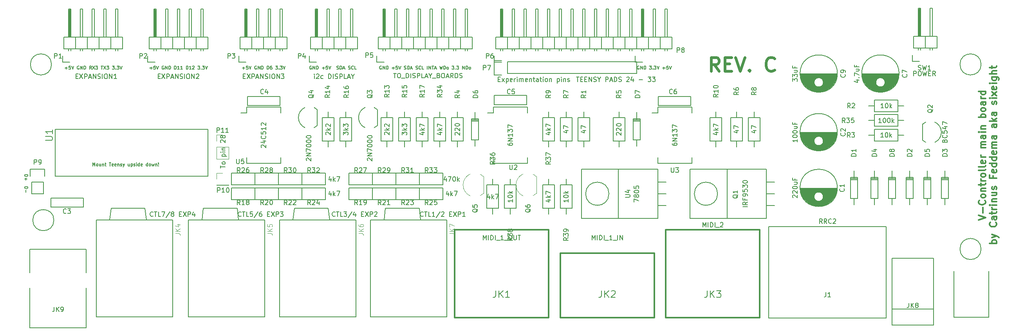
<source format=gto>
G04 #@! TF.FileFunction,Legend,Top*
%FSLAX46Y46*%
G04 Gerber Fmt 4.6, Leading zero omitted, Abs format (unit mm)*
G04 Created by KiCad (PCBNEW 4.0.2-stable) date woensdag 06 september 2017 16:50:35*
%MOMM*%
G01*
G04 APERTURE LIST*
%ADD10C,0.100000*%
%ADD11C,0.140000*%
%ADD12C,0.600000*%
%ADD13C,0.300000*%
%ADD14C,0.150000*%
%ADD15C,0.203200*%
%ADD16C,0.120000*%
G04 APERTURE END LIST*
D10*
D11*
X43710003Y-106996667D02*
X43710003Y-106296667D01*
X43943336Y-106796667D01*
X44176669Y-106296667D01*
X44176669Y-106996667D01*
X44610003Y-106996667D02*
X44543336Y-106963333D01*
X44510003Y-106930000D01*
X44476669Y-106863333D01*
X44476669Y-106663333D01*
X44510003Y-106596667D01*
X44543336Y-106563333D01*
X44610003Y-106530000D01*
X44710003Y-106530000D01*
X44776669Y-106563333D01*
X44810003Y-106596667D01*
X44843336Y-106663333D01*
X44843336Y-106863333D01*
X44810003Y-106930000D01*
X44776669Y-106963333D01*
X44710003Y-106996667D01*
X44610003Y-106996667D01*
X45443336Y-106530000D02*
X45443336Y-106996667D01*
X45143336Y-106530000D02*
X45143336Y-106896667D01*
X45176669Y-106963333D01*
X45243336Y-106996667D01*
X45343336Y-106996667D01*
X45410002Y-106963333D01*
X45443336Y-106930000D01*
X45776669Y-106530000D02*
X45776669Y-106996667D01*
X45776669Y-106596667D02*
X45810002Y-106563333D01*
X45876669Y-106530000D01*
X45976669Y-106530000D01*
X46043335Y-106563333D01*
X46076669Y-106630000D01*
X46076669Y-106996667D01*
X46310002Y-106530000D02*
X46576668Y-106530000D01*
X46410002Y-106296667D02*
X46410002Y-106896667D01*
X46443335Y-106963333D01*
X46510002Y-106996667D01*
X46576668Y-106996667D01*
X47243335Y-106296667D02*
X47643335Y-106296667D01*
X47443335Y-106996667D02*
X47443335Y-106296667D01*
X48143334Y-106963333D02*
X48076668Y-106996667D01*
X47943334Y-106996667D01*
X47876668Y-106963333D01*
X47843334Y-106896667D01*
X47843334Y-106630000D01*
X47876668Y-106563333D01*
X47943334Y-106530000D01*
X48076668Y-106530000D01*
X48143334Y-106563333D01*
X48176668Y-106630000D01*
X48176668Y-106696667D01*
X47843334Y-106763333D01*
X48743334Y-106963333D02*
X48676668Y-106996667D01*
X48543334Y-106996667D01*
X48476668Y-106963333D01*
X48443334Y-106896667D01*
X48443334Y-106630000D01*
X48476668Y-106563333D01*
X48543334Y-106530000D01*
X48676668Y-106530000D01*
X48743334Y-106563333D01*
X48776668Y-106630000D01*
X48776668Y-106696667D01*
X48443334Y-106763333D01*
X49076668Y-106530000D02*
X49076668Y-106996667D01*
X49076668Y-106596667D02*
X49110001Y-106563333D01*
X49176668Y-106530000D01*
X49276668Y-106530000D01*
X49343334Y-106563333D01*
X49376668Y-106630000D01*
X49376668Y-106996667D01*
X49676667Y-106963333D02*
X49743334Y-106996667D01*
X49876667Y-106996667D01*
X49943334Y-106963333D01*
X49976667Y-106896667D01*
X49976667Y-106863333D01*
X49943334Y-106796667D01*
X49876667Y-106763333D01*
X49776667Y-106763333D01*
X49710001Y-106730000D01*
X49676667Y-106663333D01*
X49676667Y-106630000D01*
X49710001Y-106563333D01*
X49776667Y-106530000D01*
X49876667Y-106530000D01*
X49943334Y-106563333D01*
X50210001Y-106530000D02*
X50376668Y-106996667D01*
X50543334Y-106530000D02*
X50376668Y-106996667D01*
X50310001Y-107163333D01*
X50276668Y-107196667D01*
X50210001Y-107230000D01*
X51643334Y-106530000D02*
X51643334Y-106996667D01*
X51343334Y-106530000D02*
X51343334Y-106896667D01*
X51376667Y-106963333D01*
X51443334Y-106996667D01*
X51543334Y-106996667D01*
X51610000Y-106963333D01*
X51643334Y-106930000D01*
X51976667Y-106530000D02*
X51976667Y-107230000D01*
X51976667Y-106563333D02*
X52043333Y-106530000D01*
X52176667Y-106530000D01*
X52243333Y-106563333D01*
X52276667Y-106596667D01*
X52310000Y-106663333D01*
X52310000Y-106863333D01*
X52276667Y-106930000D01*
X52243333Y-106963333D01*
X52176667Y-106996667D01*
X52043333Y-106996667D01*
X51976667Y-106963333D01*
X52576666Y-106963333D02*
X52643333Y-106996667D01*
X52776666Y-106996667D01*
X52843333Y-106963333D01*
X52876666Y-106896667D01*
X52876666Y-106863333D01*
X52843333Y-106796667D01*
X52776666Y-106763333D01*
X52676666Y-106763333D01*
X52610000Y-106730000D01*
X52576666Y-106663333D01*
X52576666Y-106630000D01*
X52610000Y-106563333D01*
X52676666Y-106530000D01*
X52776666Y-106530000D01*
X52843333Y-106563333D01*
X53176667Y-106996667D02*
X53176667Y-106530000D01*
X53176667Y-106296667D02*
X53143333Y-106330000D01*
X53176667Y-106363333D01*
X53210000Y-106330000D01*
X53176667Y-106296667D01*
X53176667Y-106363333D01*
X53810000Y-106996667D02*
X53810000Y-106296667D01*
X53810000Y-106963333D02*
X53743333Y-106996667D01*
X53610000Y-106996667D01*
X53543333Y-106963333D01*
X53510000Y-106930000D01*
X53476666Y-106863333D01*
X53476666Y-106663333D01*
X53510000Y-106596667D01*
X53543333Y-106563333D01*
X53610000Y-106530000D01*
X53743333Y-106530000D01*
X53810000Y-106563333D01*
X54409999Y-106963333D02*
X54343333Y-106996667D01*
X54209999Y-106996667D01*
X54143333Y-106963333D01*
X54109999Y-106896667D01*
X54109999Y-106630000D01*
X54143333Y-106563333D01*
X54209999Y-106530000D01*
X54343333Y-106530000D01*
X54409999Y-106563333D01*
X54443333Y-106630000D01*
X54443333Y-106696667D01*
X54109999Y-106763333D01*
X55576666Y-106996667D02*
X55576666Y-106296667D01*
X55576666Y-106963333D02*
X55509999Y-106996667D01*
X55376666Y-106996667D01*
X55309999Y-106963333D01*
X55276666Y-106930000D01*
X55243332Y-106863333D01*
X55243332Y-106663333D01*
X55276666Y-106596667D01*
X55309999Y-106563333D01*
X55376666Y-106530000D01*
X55509999Y-106530000D01*
X55576666Y-106563333D01*
X56009999Y-106996667D02*
X55943332Y-106963333D01*
X55909999Y-106930000D01*
X55876665Y-106863333D01*
X55876665Y-106663333D01*
X55909999Y-106596667D01*
X55943332Y-106563333D01*
X56009999Y-106530000D01*
X56109999Y-106530000D01*
X56176665Y-106563333D01*
X56209999Y-106596667D01*
X56243332Y-106663333D01*
X56243332Y-106863333D01*
X56209999Y-106930000D01*
X56176665Y-106963333D01*
X56109999Y-106996667D01*
X56009999Y-106996667D01*
X56476665Y-106530000D02*
X56609998Y-106996667D01*
X56743332Y-106663333D01*
X56876665Y-106996667D01*
X57009998Y-106530000D01*
X57276665Y-106530000D02*
X57276665Y-106996667D01*
X57276665Y-106596667D02*
X57309998Y-106563333D01*
X57376665Y-106530000D01*
X57476665Y-106530000D01*
X57543331Y-106563333D01*
X57576665Y-106630000D01*
X57576665Y-106996667D01*
X57909998Y-106930000D02*
X57943331Y-106963333D01*
X57909998Y-106996667D01*
X57876664Y-106963333D01*
X57909998Y-106930000D01*
X57909998Y-106996667D01*
X57909998Y-106730000D02*
X57876664Y-106330000D01*
X57909998Y-106296667D01*
X57943331Y-106330000D01*
X57909998Y-106730000D01*
X57909998Y-106296667D01*
X28992233Y-108874167D02*
X29692233Y-108874167D01*
X29692233Y-109040833D01*
X29658900Y-109140833D01*
X29592233Y-109207500D01*
X29525567Y-109240833D01*
X29392233Y-109274167D01*
X29292233Y-109274167D01*
X29158900Y-109240833D01*
X29092233Y-109207500D01*
X29025567Y-109140833D01*
X28992233Y-109040833D01*
X28992233Y-108874167D01*
X29258900Y-109574167D02*
X29258900Y-110107500D01*
X28992233Y-109840833D02*
X29525567Y-109840833D01*
X28992233Y-111507500D02*
X29692233Y-111507500D01*
X29692233Y-111674166D01*
X29658900Y-111774166D01*
X29592233Y-111840833D01*
X29525567Y-111874166D01*
X29392233Y-111907500D01*
X29292233Y-111907500D01*
X29158900Y-111874166D01*
X29092233Y-111840833D01*
X29025567Y-111774166D01*
X28992233Y-111674166D01*
X28992233Y-111507500D01*
X29258900Y-112207500D02*
X29258900Y-112740833D01*
X91001667Y-85375000D02*
X90935001Y-85341667D01*
X90835001Y-85341667D01*
X90735001Y-85375000D01*
X90668334Y-85441667D01*
X90635001Y-85508333D01*
X90601667Y-85641667D01*
X90601667Y-85741667D01*
X90635001Y-85875000D01*
X90668334Y-85941667D01*
X90735001Y-86008333D01*
X90835001Y-86041667D01*
X90901667Y-86041667D01*
X91001667Y-86008333D01*
X91035001Y-85975000D01*
X91035001Y-85741667D01*
X90901667Y-85741667D01*
X91335001Y-86041667D02*
X91335001Y-85341667D01*
X91735001Y-86041667D01*
X91735001Y-85341667D01*
X92068334Y-86041667D02*
X92068334Y-85341667D01*
X92235000Y-85341667D01*
X92335000Y-85375000D01*
X92401667Y-85441667D01*
X92435000Y-85508333D01*
X92468334Y-85641667D01*
X92468334Y-85741667D01*
X92435000Y-85875000D01*
X92401667Y-85941667D01*
X92335000Y-86008333D01*
X92235000Y-86041667D01*
X92068334Y-86041667D01*
X93301667Y-85775000D02*
X93835000Y-85775000D01*
X93568333Y-86041667D02*
X93568333Y-85508333D01*
X94501667Y-85341667D02*
X94168334Y-85341667D01*
X94135000Y-85675000D01*
X94168334Y-85641667D01*
X94235000Y-85608333D01*
X94401667Y-85608333D01*
X94468334Y-85641667D01*
X94501667Y-85675000D01*
X94535000Y-85741667D01*
X94535000Y-85908333D01*
X94501667Y-85975000D01*
X94468334Y-86008333D01*
X94401667Y-86041667D01*
X94235000Y-86041667D01*
X94168334Y-86008333D01*
X94135000Y-85975000D01*
X94735001Y-85341667D02*
X94968334Y-86041667D01*
X95201667Y-85341667D01*
X96468333Y-86008333D02*
X96568333Y-86041667D01*
X96735000Y-86041667D01*
X96801667Y-86008333D01*
X96835000Y-85975000D01*
X96868333Y-85908333D01*
X96868333Y-85841667D01*
X96835000Y-85775000D01*
X96801667Y-85741667D01*
X96735000Y-85708333D01*
X96601667Y-85675000D01*
X96535000Y-85641667D01*
X96501667Y-85608333D01*
X96468333Y-85541667D01*
X96468333Y-85475000D01*
X96501667Y-85408333D01*
X96535000Y-85375000D01*
X96601667Y-85341667D01*
X96768333Y-85341667D01*
X96868333Y-85375000D01*
X97168334Y-86041667D02*
X97168334Y-85341667D01*
X97335000Y-85341667D01*
X97435000Y-85375000D01*
X97501667Y-85441667D01*
X97535000Y-85508333D01*
X97568334Y-85641667D01*
X97568334Y-85741667D01*
X97535000Y-85875000D01*
X97501667Y-85941667D01*
X97435000Y-86008333D01*
X97335000Y-86041667D01*
X97168334Y-86041667D01*
X97835000Y-85841667D02*
X98168334Y-85841667D01*
X97768334Y-86041667D02*
X98001667Y-85341667D01*
X98235000Y-86041667D01*
X98968333Y-86008333D02*
X99068333Y-86041667D01*
X99235000Y-86041667D01*
X99301667Y-86008333D01*
X99335000Y-85975000D01*
X99368333Y-85908333D01*
X99368333Y-85841667D01*
X99335000Y-85775000D01*
X99301667Y-85741667D01*
X99235000Y-85708333D01*
X99101667Y-85675000D01*
X99035000Y-85641667D01*
X99001667Y-85608333D01*
X98968333Y-85541667D01*
X98968333Y-85475000D01*
X99001667Y-85408333D01*
X99035000Y-85375000D01*
X99101667Y-85341667D01*
X99268333Y-85341667D01*
X99368333Y-85375000D01*
X100068334Y-85975000D02*
X100035000Y-86008333D01*
X99935000Y-86041667D01*
X99868334Y-86041667D01*
X99768334Y-86008333D01*
X99701667Y-85941667D01*
X99668334Y-85875000D01*
X99635000Y-85741667D01*
X99635000Y-85641667D01*
X99668334Y-85508333D01*
X99701667Y-85441667D01*
X99768334Y-85375000D01*
X99868334Y-85341667D01*
X99935000Y-85341667D01*
X100035000Y-85375000D01*
X100068334Y-85408333D01*
X100701667Y-86041667D02*
X100368334Y-86041667D01*
X100368334Y-85341667D01*
X161833333Y-85375000D02*
X161766667Y-85341667D01*
X161666667Y-85341667D01*
X161566667Y-85375000D01*
X161500000Y-85441667D01*
X161466667Y-85508333D01*
X161433333Y-85641667D01*
X161433333Y-85741667D01*
X161466667Y-85875000D01*
X161500000Y-85941667D01*
X161566667Y-86008333D01*
X161666667Y-86041667D01*
X161733333Y-86041667D01*
X161833333Y-86008333D01*
X161866667Y-85975000D01*
X161866667Y-85741667D01*
X161733333Y-85741667D01*
X162166667Y-86041667D02*
X162166667Y-85341667D01*
X162566667Y-86041667D01*
X162566667Y-85341667D01*
X162900000Y-86041667D02*
X162900000Y-85341667D01*
X163066666Y-85341667D01*
X163166666Y-85375000D01*
X163233333Y-85441667D01*
X163266666Y-85508333D01*
X163300000Y-85641667D01*
X163300000Y-85741667D01*
X163266666Y-85875000D01*
X163233333Y-85941667D01*
X163166666Y-86008333D01*
X163066666Y-86041667D01*
X162900000Y-86041667D01*
X164066666Y-85341667D02*
X164499999Y-85341667D01*
X164266666Y-85608333D01*
X164366666Y-85608333D01*
X164433333Y-85641667D01*
X164466666Y-85675000D01*
X164499999Y-85741667D01*
X164499999Y-85908333D01*
X164466666Y-85975000D01*
X164433333Y-86008333D01*
X164366666Y-86041667D01*
X164166666Y-86041667D01*
X164099999Y-86008333D01*
X164066666Y-85975000D01*
X164800000Y-85975000D02*
X164833333Y-86008333D01*
X164800000Y-86041667D01*
X164766666Y-86008333D01*
X164800000Y-85975000D01*
X164800000Y-86041667D01*
X165066666Y-85341667D02*
X165499999Y-85341667D01*
X165266666Y-85608333D01*
X165366666Y-85608333D01*
X165433333Y-85641667D01*
X165466666Y-85675000D01*
X165499999Y-85741667D01*
X165499999Y-85908333D01*
X165466666Y-85975000D01*
X165433333Y-86008333D01*
X165366666Y-86041667D01*
X165166666Y-86041667D01*
X165099999Y-86008333D01*
X165066666Y-85975000D01*
X165700000Y-85341667D02*
X165933333Y-86041667D01*
X166166666Y-85341667D01*
X166933333Y-85775000D02*
X167466666Y-85775000D01*
X167199999Y-86041667D02*
X167199999Y-85508333D01*
X168133333Y-85341667D02*
X167800000Y-85341667D01*
X167766666Y-85675000D01*
X167800000Y-85641667D01*
X167866666Y-85608333D01*
X168033333Y-85608333D01*
X168100000Y-85641667D01*
X168133333Y-85675000D01*
X168166666Y-85741667D01*
X168166666Y-85908333D01*
X168133333Y-85975000D01*
X168100000Y-86008333D01*
X168033333Y-86041667D01*
X167866666Y-86041667D01*
X167800000Y-86008333D01*
X167766666Y-85975000D01*
X168366667Y-85341667D02*
X168600000Y-86041667D01*
X168833333Y-85341667D01*
X106120001Y-85375000D02*
X106053335Y-85341667D01*
X105953335Y-85341667D01*
X105853335Y-85375000D01*
X105786668Y-85441667D01*
X105753335Y-85508333D01*
X105720001Y-85641667D01*
X105720001Y-85741667D01*
X105753335Y-85875000D01*
X105786668Y-85941667D01*
X105853335Y-86008333D01*
X105953335Y-86041667D01*
X106020001Y-86041667D01*
X106120001Y-86008333D01*
X106153335Y-85975000D01*
X106153335Y-85741667D01*
X106020001Y-85741667D01*
X106453335Y-86041667D02*
X106453335Y-85341667D01*
X106853335Y-86041667D01*
X106853335Y-85341667D01*
X107186668Y-86041667D02*
X107186668Y-85341667D01*
X107353334Y-85341667D01*
X107453334Y-85375000D01*
X107520001Y-85441667D01*
X107553334Y-85508333D01*
X107586668Y-85641667D01*
X107586668Y-85741667D01*
X107553334Y-85875000D01*
X107520001Y-85941667D01*
X107453334Y-86008333D01*
X107353334Y-86041667D01*
X107186668Y-86041667D01*
X108420001Y-85775000D02*
X108953334Y-85775000D01*
X108686667Y-86041667D02*
X108686667Y-85508333D01*
X109620001Y-85341667D02*
X109286668Y-85341667D01*
X109253334Y-85675000D01*
X109286668Y-85641667D01*
X109353334Y-85608333D01*
X109520001Y-85608333D01*
X109586668Y-85641667D01*
X109620001Y-85675000D01*
X109653334Y-85741667D01*
X109653334Y-85908333D01*
X109620001Y-85975000D01*
X109586668Y-86008333D01*
X109520001Y-86041667D01*
X109353334Y-86041667D01*
X109286668Y-86008333D01*
X109253334Y-85975000D01*
X109853335Y-85341667D02*
X110086668Y-86041667D01*
X110320001Y-85341667D01*
X111053334Y-86008333D02*
X111153334Y-86041667D01*
X111320001Y-86041667D01*
X111386668Y-86008333D01*
X111420001Y-85975000D01*
X111453334Y-85908333D01*
X111453334Y-85841667D01*
X111420001Y-85775000D01*
X111386668Y-85741667D01*
X111320001Y-85708333D01*
X111186668Y-85675000D01*
X111120001Y-85641667D01*
X111086668Y-85608333D01*
X111053334Y-85541667D01*
X111053334Y-85475000D01*
X111086668Y-85408333D01*
X111120001Y-85375000D01*
X111186668Y-85341667D01*
X111353334Y-85341667D01*
X111453334Y-85375000D01*
X111753335Y-86041667D02*
X111753335Y-85341667D01*
X111920001Y-85341667D01*
X112020001Y-85375000D01*
X112086668Y-85441667D01*
X112120001Y-85508333D01*
X112153335Y-85641667D01*
X112153335Y-85741667D01*
X112120001Y-85875000D01*
X112086668Y-85941667D01*
X112020001Y-86008333D01*
X111920001Y-86041667D01*
X111753335Y-86041667D01*
X112420001Y-85841667D02*
X112753335Y-85841667D01*
X112353335Y-86041667D02*
X112586668Y-85341667D01*
X112820001Y-86041667D01*
X113553334Y-86008333D02*
X113653334Y-86041667D01*
X113820001Y-86041667D01*
X113886668Y-86008333D01*
X113920001Y-85975000D01*
X113953334Y-85908333D01*
X113953334Y-85841667D01*
X113920001Y-85775000D01*
X113886668Y-85741667D01*
X113820001Y-85708333D01*
X113686668Y-85675000D01*
X113620001Y-85641667D01*
X113586668Y-85608333D01*
X113553334Y-85541667D01*
X113553334Y-85475000D01*
X113586668Y-85408333D01*
X113620001Y-85375000D01*
X113686668Y-85341667D01*
X113853334Y-85341667D01*
X113953334Y-85375000D01*
X114653335Y-85975000D02*
X114620001Y-86008333D01*
X114520001Y-86041667D01*
X114453335Y-86041667D01*
X114353335Y-86008333D01*
X114286668Y-85941667D01*
X114253335Y-85875000D01*
X114220001Y-85741667D01*
X114220001Y-85641667D01*
X114253335Y-85508333D01*
X114286668Y-85441667D01*
X114353335Y-85375000D01*
X114453335Y-85341667D01*
X114520001Y-85341667D01*
X114620001Y-85375000D01*
X114653335Y-85408333D01*
X115286668Y-86041667D02*
X114953335Y-86041667D01*
X114953335Y-85341667D01*
X116053335Y-86041667D02*
X116053335Y-85341667D01*
X116386668Y-86041667D02*
X116386668Y-85341667D01*
X116786668Y-86041667D01*
X116786668Y-85341667D01*
X117020001Y-85341667D02*
X117420001Y-85341667D01*
X117220001Y-86041667D02*
X117220001Y-85341667D01*
X117620000Y-85841667D02*
X117953334Y-85841667D01*
X117553334Y-86041667D02*
X117786667Y-85341667D01*
X118020000Y-86041667D01*
X118720000Y-85341667D02*
X118886667Y-86041667D01*
X119020000Y-85541667D01*
X119153333Y-86041667D01*
X119320000Y-85341667D01*
X119586667Y-86041667D02*
X119586667Y-85341667D01*
X119753333Y-85341667D01*
X119853333Y-85375000D01*
X119920000Y-85441667D01*
X119953333Y-85508333D01*
X119986667Y-85641667D01*
X119986667Y-85741667D01*
X119953333Y-85875000D01*
X119920000Y-85941667D01*
X119853333Y-86008333D01*
X119753333Y-86041667D01*
X119586667Y-86041667D01*
X120386667Y-86041667D02*
X120320000Y-86008333D01*
X120286667Y-85975000D01*
X120253333Y-85908333D01*
X120253333Y-85708333D01*
X120286667Y-85641667D01*
X120320000Y-85608333D01*
X120386667Y-85575000D01*
X120486667Y-85575000D01*
X120553333Y-85608333D01*
X120586667Y-85641667D01*
X120620000Y-85708333D01*
X120620000Y-85908333D01*
X120586667Y-85975000D01*
X120553333Y-86008333D01*
X120486667Y-86041667D01*
X120386667Y-86041667D01*
X121386666Y-85341667D02*
X121819999Y-85341667D01*
X121586666Y-85608333D01*
X121686666Y-85608333D01*
X121753333Y-85641667D01*
X121786666Y-85675000D01*
X121819999Y-85741667D01*
X121819999Y-85908333D01*
X121786666Y-85975000D01*
X121753333Y-86008333D01*
X121686666Y-86041667D01*
X121486666Y-86041667D01*
X121419999Y-86008333D01*
X121386666Y-85975000D01*
X122120000Y-85975000D02*
X122153333Y-86008333D01*
X122120000Y-86041667D01*
X122086666Y-86008333D01*
X122120000Y-85975000D01*
X122120000Y-86041667D01*
X122386666Y-85341667D02*
X122819999Y-85341667D01*
X122586666Y-85608333D01*
X122686666Y-85608333D01*
X122753333Y-85641667D01*
X122786666Y-85675000D01*
X122819999Y-85741667D01*
X122819999Y-85908333D01*
X122786666Y-85975000D01*
X122753333Y-86008333D01*
X122686666Y-86041667D01*
X122486666Y-86041667D01*
X122419999Y-86008333D01*
X122386666Y-85975000D01*
X123653333Y-86041667D02*
X123653333Y-85341667D01*
X124053333Y-86041667D01*
X124053333Y-85341667D01*
X124386666Y-86041667D02*
X124386666Y-85341667D01*
X124553332Y-85341667D01*
X124653332Y-85375000D01*
X124719999Y-85441667D01*
X124753332Y-85508333D01*
X124786666Y-85641667D01*
X124786666Y-85741667D01*
X124753332Y-85875000D01*
X124719999Y-85941667D01*
X124653332Y-86008333D01*
X124553332Y-86041667D01*
X124386666Y-86041667D01*
X125186666Y-86041667D02*
X125119999Y-86008333D01*
X125086666Y-85975000D01*
X125053332Y-85908333D01*
X125053332Y-85708333D01*
X125086666Y-85641667D01*
X125119999Y-85608333D01*
X125186666Y-85575000D01*
X125286666Y-85575000D01*
X125353332Y-85608333D01*
X125386666Y-85641667D01*
X125419999Y-85708333D01*
X125419999Y-85908333D01*
X125386666Y-85975000D01*
X125353332Y-86008333D01*
X125286666Y-86041667D01*
X125186666Y-86041667D01*
X76061667Y-85775000D02*
X76595000Y-85775000D01*
X76328333Y-86041667D02*
X76328333Y-85508333D01*
X77261667Y-85341667D02*
X76928334Y-85341667D01*
X76895000Y-85675000D01*
X76928334Y-85641667D01*
X76995000Y-85608333D01*
X77161667Y-85608333D01*
X77228334Y-85641667D01*
X77261667Y-85675000D01*
X77295000Y-85741667D01*
X77295000Y-85908333D01*
X77261667Y-85975000D01*
X77228334Y-86008333D01*
X77161667Y-86041667D01*
X76995000Y-86041667D01*
X76928334Y-86008333D01*
X76895000Y-85975000D01*
X77495001Y-85341667D02*
X77728334Y-86041667D01*
X77961667Y-85341667D01*
X79095000Y-85375000D02*
X79028334Y-85341667D01*
X78928334Y-85341667D01*
X78828334Y-85375000D01*
X78761667Y-85441667D01*
X78728334Y-85508333D01*
X78695000Y-85641667D01*
X78695000Y-85741667D01*
X78728334Y-85875000D01*
X78761667Y-85941667D01*
X78828334Y-86008333D01*
X78928334Y-86041667D01*
X78995000Y-86041667D01*
X79095000Y-86008333D01*
X79128334Y-85975000D01*
X79128334Y-85741667D01*
X78995000Y-85741667D01*
X79428334Y-86041667D02*
X79428334Y-85341667D01*
X79828334Y-86041667D01*
X79828334Y-85341667D01*
X80161667Y-86041667D02*
X80161667Y-85341667D01*
X80328333Y-85341667D01*
X80428333Y-85375000D01*
X80495000Y-85441667D01*
X80528333Y-85508333D01*
X80561667Y-85641667D01*
X80561667Y-85741667D01*
X80528333Y-85875000D01*
X80495000Y-85941667D01*
X80428333Y-86008333D01*
X80328333Y-86041667D01*
X80161667Y-86041667D01*
X81395000Y-86041667D02*
X81395000Y-85341667D01*
X81561666Y-85341667D01*
X81661666Y-85375000D01*
X81728333Y-85441667D01*
X81761666Y-85508333D01*
X81795000Y-85641667D01*
X81795000Y-85741667D01*
X81761666Y-85875000D01*
X81728333Y-85941667D01*
X81661666Y-86008333D01*
X81561666Y-86041667D01*
X81395000Y-86041667D01*
X82395000Y-85341667D02*
X82261666Y-85341667D01*
X82195000Y-85375000D01*
X82161666Y-85408333D01*
X82095000Y-85508333D01*
X82061666Y-85641667D01*
X82061666Y-85908333D01*
X82095000Y-85975000D01*
X82128333Y-86008333D01*
X82195000Y-86041667D01*
X82328333Y-86041667D01*
X82395000Y-86008333D01*
X82428333Y-85975000D01*
X82461666Y-85908333D01*
X82461666Y-85741667D01*
X82428333Y-85675000D01*
X82395000Y-85641667D01*
X82328333Y-85608333D01*
X82195000Y-85608333D01*
X82128333Y-85641667D01*
X82095000Y-85675000D01*
X82061666Y-85741667D01*
X83228333Y-85341667D02*
X83661666Y-85341667D01*
X83428333Y-85608333D01*
X83528333Y-85608333D01*
X83595000Y-85641667D01*
X83628333Y-85675000D01*
X83661666Y-85741667D01*
X83661666Y-85908333D01*
X83628333Y-85975000D01*
X83595000Y-86008333D01*
X83528333Y-86041667D01*
X83328333Y-86041667D01*
X83261666Y-86008333D01*
X83228333Y-85975000D01*
X83961667Y-85975000D02*
X83995000Y-86008333D01*
X83961667Y-86041667D01*
X83928333Y-86008333D01*
X83961667Y-85975000D01*
X83961667Y-86041667D01*
X84228333Y-85341667D02*
X84661666Y-85341667D01*
X84428333Y-85608333D01*
X84528333Y-85608333D01*
X84595000Y-85641667D01*
X84628333Y-85675000D01*
X84661666Y-85741667D01*
X84661666Y-85908333D01*
X84628333Y-85975000D01*
X84595000Y-86008333D01*
X84528333Y-86041667D01*
X84328333Y-86041667D01*
X84261666Y-86008333D01*
X84228333Y-85975000D01*
X84861667Y-85341667D02*
X85095000Y-86041667D01*
X85328333Y-85341667D01*
X56030000Y-85775000D02*
X56563333Y-85775000D01*
X56296666Y-86041667D02*
X56296666Y-85508333D01*
X57230000Y-85341667D02*
X56896667Y-85341667D01*
X56863333Y-85675000D01*
X56896667Y-85641667D01*
X56963333Y-85608333D01*
X57130000Y-85608333D01*
X57196667Y-85641667D01*
X57230000Y-85675000D01*
X57263333Y-85741667D01*
X57263333Y-85908333D01*
X57230000Y-85975000D01*
X57196667Y-86008333D01*
X57130000Y-86041667D01*
X56963333Y-86041667D01*
X56896667Y-86008333D01*
X56863333Y-85975000D01*
X57463334Y-85341667D02*
X57696667Y-86041667D01*
X57930000Y-85341667D01*
X59063333Y-85375000D02*
X58996667Y-85341667D01*
X58896667Y-85341667D01*
X58796667Y-85375000D01*
X58730000Y-85441667D01*
X58696667Y-85508333D01*
X58663333Y-85641667D01*
X58663333Y-85741667D01*
X58696667Y-85875000D01*
X58730000Y-85941667D01*
X58796667Y-86008333D01*
X58896667Y-86041667D01*
X58963333Y-86041667D01*
X59063333Y-86008333D01*
X59096667Y-85975000D01*
X59096667Y-85741667D01*
X58963333Y-85741667D01*
X59396667Y-86041667D02*
X59396667Y-85341667D01*
X59796667Y-86041667D01*
X59796667Y-85341667D01*
X60130000Y-86041667D02*
X60130000Y-85341667D01*
X60296666Y-85341667D01*
X60396666Y-85375000D01*
X60463333Y-85441667D01*
X60496666Y-85508333D01*
X60530000Y-85641667D01*
X60530000Y-85741667D01*
X60496666Y-85875000D01*
X60463333Y-85941667D01*
X60396666Y-86008333D01*
X60296666Y-86041667D01*
X60130000Y-86041667D01*
X61363333Y-86041667D02*
X61363333Y-85341667D01*
X61529999Y-85341667D01*
X61629999Y-85375000D01*
X61696666Y-85441667D01*
X61729999Y-85508333D01*
X61763333Y-85641667D01*
X61763333Y-85741667D01*
X61729999Y-85875000D01*
X61696666Y-85941667D01*
X61629999Y-86008333D01*
X61529999Y-86041667D01*
X61363333Y-86041667D01*
X62429999Y-86041667D02*
X62029999Y-86041667D01*
X62229999Y-86041667D02*
X62229999Y-85341667D01*
X62163333Y-85441667D01*
X62096666Y-85508333D01*
X62029999Y-85541667D01*
X63096666Y-86041667D02*
X62696666Y-86041667D01*
X62896666Y-86041667D02*
X62896666Y-85341667D01*
X62830000Y-85441667D01*
X62763333Y-85508333D01*
X62696666Y-85541667D01*
X63930000Y-86041667D02*
X63930000Y-85341667D01*
X64096666Y-85341667D01*
X64196666Y-85375000D01*
X64263333Y-85441667D01*
X64296666Y-85508333D01*
X64330000Y-85641667D01*
X64330000Y-85741667D01*
X64296666Y-85875000D01*
X64263333Y-85941667D01*
X64196666Y-86008333D01*
X64096666Y-86041667D01*
X63930000Y-86041667D01*
X64996666Y-86041667D02*
X64596666Y-86041667D01*
X64796666Y-86041667D02*
X64796666Y-85341667D01*
X64730000Y-85441667D01*
X64663333Y-85508333D01*
X64596666Y-85541667D01*
X65263333Y-85408333D02*
X65296667Y-85375000D01*
X65363333Y-85341667D01*
X65530000Y-85341667D01*
X65596667Y-85375000D01*
X65630000Y-85408333D01*
X65663333Y-85475000D01*
X65663333Y-85541667D01*
X65630000Y-85641667D01*
X65230000Y-86041667D01*
X65663333Y-86041667D01*
X66430000Y-85341667D02*
X66863333Y-85341667D01*
X66630000Y-85608333D01*
X66730000Y-85608333D01*
X66796667Y-85641667D01*
X66830000Y-85675000D01*
X66863333Y-85741667D01*
X66863333Y-85908333D01*
X66830000Y-85975000D01*
X66796667Y-86008333D01*
X66730000Y-86041667D01*
X66530000Y-86041667D01*
X66463333Y-86008333D01*
X66430000Y-85975000D01*
X67163334Y-85975000D02*
X67196667Y-86008333D01*
X67163334Y-86041667D01*
X67130000Y-86008333D01*
X67163334Y-85975000D01*
X67163334Y-86041667D01*
X67430000Y-85341667D02*
X67863333Y-85341667D01*
X67630000Y-85608333D01*
X67730000Y-85608333D01*
X67796667Y-85641667D01*
X67830000Y-85675000D01*
X67863333Y-85741667D01*
X67863333Y-85908333D01*
X67830000Y-85975000D01*
X67796667Y-86008333D01*
X67730000Y-86041667D01*
X67530000Y-86041667D01*
X67463333Y-86008333D01*
X67430000Y-85975000D01*
X68063334Y-85341667D02*
X68296667Y-86041667D01*
X68530000Y-85341667D01*
X37698334Y-85775000D02*
X38231667Y-85775000D01*
X37965000Y-86041667D02*
X37965000Y-85508333D01*
X38898334Y-85341667D02*
X38565001Y-85341667D01*
X38531667Y-85675000D01*
X38565001Y-85641667D01*
X38631667Y-85608333D01*
X38798334Y-85608333D01*
X38865001Y-85641667D01*
X38898334Y-85675000D01*
X38931667Y-85741667D01*
X38931667Y-85908333D01*
X38898334Y-85975000D01*
X38865001Y-86008333D01*
X38798334Y-86041667D01*
X38631667Y-86041667D01*
X38565001Y-86008333D01*
X38531667Y-85975000D01*
X39131668Y-85341667D02*
X39365001Y-86041667D01*
X39598334Y-85341667D01*
X40731667Y-85375000D02*
X40665001Y-85341667D01*
X40565001Y-85341667D01*
X40465001Y-85375000D01*
X40398334Y-85441667D01*
X40365001Y-85508333D01*
X40331667Y-85641667D01*
X40331667Y-85741667D01*
X40365001Y-85875000D01*
X40398334Y-85941667D01*
X40465001Y-86008333D01*
X40565001Y-86041667D01*
X40631667Y-86041667D01*
X40731667Y-86008333D01*
X40765001Y-85975000D01*
X40765001Y-85741667D01*
X40631667Y-85741667D01*
X41065001Y-86041667D02*
X41065001Y-85341667D01*
X41465001Y-86041667D01*
X41465001Y-85341667D01*
X41798334Y-86041667D02*
X41798334Y-85341667D01*
X41965000Y-85341667D01*
X42065000Y-85375000D01*
X42131667Y-85441667D01*
X42165000Y-85508333D01*
X42198334Y-85641667D01*
X42198334Y-85741667D01*
X42165000Y-85875000D01*
X42131667Y-85941667D01*
X42065000Y-86008333D01*
X41965000Y-86041667D01*
X41798334Y-86041667D01*
X43431667Y-86041667D02*
X43198333Y-85708333D01*
X43031667Y-86041667D02*
X43031667Y-85341667D01*
X43298333Y-85341667D01*
X43365000Y-85375000D01*
X43398333Y-85408333D01*
X43431667Y-85475000D01*
X43431667Y-85575000D01*
X43398333Y-85641667D01*
X43365000Y-85675000D01*
X43298333Y-85708333D01*
X43031667Y-85708333D01*
X43665000Y-85341667D02*
X44131667Y-86041667D01*
X44131667Y-85341667D02*
X43665000Y-86041667D01*
X44331667Y-85341667D02*
X44765000Y-85341667D01*
X44531667Y-85608333D01*
X44631667Y-85608333D01*
X44698334Y-85641667D01*
X44731667Y-85675000D01*
X44765000Y-85741667D01*
X44765000Y-85908333D01*
X44731667Y-85975000D01*
X44698334Y-86008333D01*
X44631667Y-86041667D01*
X44431667Y-86041667D01*
X44365000Y-86008333D01*
X44331667Y-85975000D01*
X45498334Y-85341667D02*
X45898334Y-85341667D01*
X45698334Y-86041667D02*
X45698334Y-85341667D01*
X46065000Y-85341667D02*
X46531667Y-86041667D01*
X46531667Y-85341667D02*
X46065000Y-86041667D01*
X46731667Y-85341667D02*
X47165000Y-85341667D01*
X46931667Y-85608333D01*
X47031667Y-85608333D01*
X47098334Y-85641667D01*
X47131667Y-85675000D01*
X47165000Y-85741667D01*
X47165000Y-85908333D01*
X47131667Y-85975000D01*
X47098334Y-86008333D01*
X47031667Y-86041667D01*
X46831667Y-86041667D01*
X46765000Y-86008333D01*
X46731667Y-85975000D01*
X47931667Y-85341667D02*
X48365000Y-85341667D01*
X48131667Y-85608333D01*
X48231667Y-85608333D01*
X48298334Y-85641667D01*
X48331667Y-85675000D01*
X48365000Y-85741667D01*
X48365000Y-85908333D01*
X48331667Y-85975000D01*
X48298334Y-86008333D01*
X48231667Y-86041667D01*
X48031667Y-86041667D01*
X47965000Y-86008333D01*
X47931667Y-85975000D01*
X48665001Y-85975000D02*
X48698334Y-86008333D01*
X48665001Y-86041667D01*
X48631667Y-86008333D01*
X48665001Y-85975000D01*
X48665001Y-86041667D01*
X48931667Y-85341667D02*
X49365000Y-85341667D01*
X49131667Y-85608333D01*
X49231667Y-85608333D01*
X49298334Y-85641667D01*
X49331667Y-85675000D01*
X49365000Y-85741667D01*
X49365000Y-85908333D01*
X49331667Y-85975000D01*
X49298334Y-86008333D01*
X49231667Y-86041667D01*
X49031667Y-86041667D01*
X48965000Y-86008333D01*
X48931667Y-85975000D01*
X49565001Y-85341667D02*
X49798334Y-86041667D01*
X50031667Y-85341667D01*
D12*
X179088571Y-86447143D02*
X178088571Y-85018571D01*
X177374286Y-86447143D02*
X177374286Y-83447143D01*
X178517143Y-83447143D01*
X178802857Y-83590000D01*
X178945714Y-83732857D01*
X179088571Y-84018571D01*
X179088571Y-84447143D01*
X178945714Y-84732857D01*
X178802857Y-84875714D01*
X178517143Y-85018571D01*
X177374286Y-85018571D01*
X180374286Y-84875714D02*
X181374286Y-84875714D01*
X181802857Y-86447143D02*
X180374286Y-86447143D01*
X180374286Y-83447143D01*
X181802857Y-83447143D01*
X182660000Y-83447143D02*
X183660000Y-86447143D01*
X184660000Y-83447143D01*
X185660001Y-86161429D02*
X185802858Y-86304286D01*
X185660001Y-86447143D01*
X185517144Y-86304286D01*
X185660001Y-86161429D01*
X185660001Y-86447143D01*
X191088571Y-86161429D02*
X190945714Y-86304286D01*
X190517143Y-86447143D01*
X190231429Y-86447143D01*
X189802857Y-86304286D01*
X189517143Y-86018571D01*
X189374286Y-85732857D01*
X189231429Y-85161429D01*
X189231429Y-84732857D01*
X189374286Y-84161429D01*
X189517143Y-83875714D01*
X189802857Y-83590000D01*
X190231429Y-83447143D01*
X190517143Y-83447143D01*
X190945714Y-83590000D01*
X191088571Y-83732857D01*
D13*
X235224571Y-118683714D02*
X236724571Y-118183714D01*
X235224571Y-117683714D01*
X236153143Y-117183714D02*
X236153143Y-116040857D01*
X236581714Y-114469428D02*
X236653143Y-114540857D01*
X236724571Y-114755143D01*
X236724571Y-114898000D01*
X236653143Y-115112285D01*
X236510286Y-115255143D01*
X236367429Y-115326571D01*
X236081714Y-115398000D01*
X235867429Y-115398000D01*
X235581714Y-115326571D01*
X235438857Y-115255143D01*
X235296000Y-115112285D01*
X235224571Y-114898000D01*
X235224571Y-114755143D01*
X235296000Y-114540857D01*
X235367429Y-114469428D01*
X236724571Y-113612285D02*
X236653143Y-113755143D01*
X236581714Y-113826571D01*
X236438857Y-113898000D01*
X236010286Y-113898000D01*
X235867429Y-113826571D01*
X235796000Y-113755143D01*
X235724571Y-113612285D01*
X235724571Y-113398000D01*
X235796000Y-113255143D01*
X235867429Y-113183714D01*
X236010286Y-113112285D01*
X236438857Y-113112285D01*
X236581714Y-113183714D01*
X236653143Y-113255143D01*
X236724571Y-113398000D01*
X236724571Y-113612285D01*
X235724571Y-112469428D02*
X236724571Y-112469428D01*
X235867429Y-112469428D02*
X235796000Y-112398000D01*
X235724571Y-112255142D01*
X235724571Y-112040857D01*
X235796000Y-111898000D01*
X235938857Y-111826571D01*
X236724571Y-111826571D01*
X235724571Y-111326571D02*
X235724571Y-110755142D01*
X235224571Y-111112285D02*
X236510286Y-111112285D01*
X236653143Y-111040857D01*
X236724571Y-110897999D01*
X236724571Y-110755142D01*
X236724571Y-110255142D02*
X235724571Y-110255142D01*
X236010286Y-110255142D02*
X235867429Y-110183714D01*
X235796000Y-110112285D01*
X235724571Y-109969428D01*
X235724571Y-109826571D01*
X236724571Y-109112285D02*
X236653143Y-109255143D01*
X236581714Y-109326571D01*
X236438857Y-109398000D01*
X236010286Y-109398000D01*
X235867429Y-109326571D01*
X235796000Y-109255143D01*
X235724571Y-109112285D01*
X235724571Y-108898000D01*
X235796000Y-108755143D01*
X235867429Y-108683714D01*
X236010286Y-108612285D01*
X236438857Y-108612285D01*
X236581714Y-108683714D01*
X236653143Y-108755143D01*
X236724571Y-108898000D01*
X236724571Y-109112285D01*
X236724571Y-107755142D02*
X236653143Y-107898000D01*
X236510286Y-107969428D01*
X235224571Y-107969428D01*
X236724571Y-106969428D02*
X236653143Y-107112286D01*
X236510286Y-107183714D01*
X235224571Y-107183714D01*
X236653143Y-105826572D02*
X236724571Y-105969429D01*
X236724571Y-106255143D01*
X236653143Y-106398000D01*
X236510286Y-106469429D01*
X235938857Y-106469429D01*
X235796000Y-106398000D01*
X235724571Y-106255143D01*
X235724571Y-105969429D01*
X235796000Y-105826572D01*
X235938857Y-105755143D01*
X236081714Y-105755143D01*
X236224571Y-106469429D01*
X236724571Y-105112286D02*
X235724571Y-105112286D01*
X236010286Y-105112286D02*
X235867429Y-105040858D01*
X235796000Y-104969429D01*
X235724571Y-104826572D01*
X235724571Y-104683715D01*
X236724571Y-103040858D02*
X235724571Y-103040858D01*
X235867429Y-103040858D02*
X235796000Y-102969430D01*
X235724571Y-102826572D01*
X235724571Y-102612287D01*
X235796000Y-102469430D01*
X235938857Y-102398001D01*
X236724571Y-102398001D01*
X235938857Y-102398001D02*
X235796000Y-102326572D01*
X235724571Y-102183715D01*
X235724571Y-101969430D01*
X235796000Y-101826572D01*
X235938857Y-101755144D01*
X236724571Y-101755144D01*
X236724571Y-100398001D02*
X235938857Y-100398001D01*
X235796000Y-100469430D01*
X235724571Y-100612287D01*
X235724571Y-100898001D01*
X235796000Y-101040858D01*
X236653143Y-100398001D02*
X236724571Y-100540858D01*
X236724571Y-100898001D01*
X236653143Y-101040858D01*
X236510286Y-101112287D01*
X236367429Y-101112287D01*
X236224571Y-101040858D01*
X236153143Y-100898001D01*
X236153143Y-100540858D01*
X236081714Y-100398001D01*
X236724571Y-99683715D02*
X235724571Y-99683715D01*
X235224571Y-99683715D02*
X235296000Y-99755144D01*
X235367429Y-99683715D01*
X235296000Y-99612287D01*
X235224571Y-99683715D01*
X235367429Y-99683715D01*
X235724571Y-98969429D02*
X236724571Y-98969429D01*
X235867429Y-98969429D02*
X235796000Y-98898001D01*
X235724571Y-98755143D01*
X235724571Y-98540858D01*
X235796000Y-98398001D01*
X235938857Y-98326572D01*
X236724571Y-98326572D01*
X236724571Y-96469429D02*
X235224571Y-96469429D01*
X235796000Y-96469429D02*
X235724571Y-96326572D01*
X235724571Y-96040858D01*
X235796000Y-95898001D01*
X235867429Y-95826572D01*
X236010286Y-95755143D01*
X236438857Y-95755143D01*
X236581714Y-95826572D01*
X236653143Y-95898001D01*
X236724571Y-96040858D01*
X236724571Y-96326572D01*
X236653143Y-96469429D01*
X236724571Y-94898000D02*
X236653143Y-95040858D01*
X236581714Y-95112286D01*
X236438857Y-95183715D01*
X236010286Y-95183715D01*
X235867429Y-95112286D01*
X235796000Y-95040858D01*
X235724571Y-94898000D01*
X235724571Y-94683715D01*
X235796000Y-94540858D01*
X235867429Y-94469429D01*
X236010286Y-94398000D01*
X236438857Y-94398000D01*
X236581714Y-94469429D01*
X236653143Y-94540858D01*
X236724571Y-94683715D01*
X236724571Y-94898000D01*
X236724571Y-93112286D02*
X235938857Y-93112286D01*
X235796000Y-93183715D01*
X235724571Y-93326572D01*
X235724571Y-93612286D01*
X235796000Y-93755143D01*
X236653143Y-93112286D02*
X236724571Y-93255143D01*
X236724571Y-93612286D01*
X236653143Y-93755143D01*
X236510286Y-93826572D01*
X236367429Y-93826572D01*
X236224571Y-93755143D01*
X236153143Y-93612286D01*
X236153143Y-93255143D01*
X236081714Y-93112286D01*
X236724571Y-92398000D02*
X235724571Y-92398000D01*
X236010286Y-92398000D02*
X235867429Y-92326572D01*
X235796000Y-92255143D01*
X235724571Y-92112286D01*
X235724571Y-91969429D01*
X236724571Y-90826572D02*
X235224571Y-90826572D01*
X236653143Y-90826572D02*
X236724571Y-90969429D01*
X236724571Y-91255143D01*
X236653143Y-91398001D01*
X236581714Y-91469429D01*
X236438857Y-91540858D01*
X236010286Y-91540858D01*
X235867429Y-91469429D01*
X235796000Y-91398001D01*
X235724571Y-91255143D01*
X235724571Y-90969429D01*
X235796000Y-90826572D01*
X239124571Y-123755143D02*
X237624571Y-123755143D01*
X238196000Y-123755143D02*
X238124571Y-123612286D01*
X238124571Y-123326572D01*
X238196000Y-123183715D01*
X238267429Y-123112286D01*
X238410286Y-123040857D01*
X238838857Y-123040857D01*
X238981714Y-123112286D01*
X239053143Y-123183715D01*
X239124571Y-123326572D01*
X239124571Y-123612286D01*
X239053143Y-123755143D01*
X238124571Y-122540857D02*
X239124571Y-122183714D01*
X238124571Y-121826572D02*
X239124571Y-122183714D01*
X239481714Y-122326572D01*
X239553143Y-122398000D01*
X239624571Y-122540857D01*
X238981714Y-119255143D02*
X239053143Y-119326572D01*
X239124571Y-119540858D01*
X239124571Y-119683715D01*
X239053143Y-119898000D01*
X238910286Y-120040858D01*
X238767429Y-120112286D01*
X238481714Y-120183715D01*
X238267429Y-120183715D01*
X237981714Y-120112286D01*
X237838857Y-120040858D01*
X237696000Y-119898000D01*
X237624571Y-119683715D01*
X237624571Y-119540858D01*
X237696000Y-119326572D01*
X237767429Y-119255143D01*
X239124571Y-117969429D02*
X238338857Y-117969429D01*
X238196000Y-118040858D01*
X238124571Y-118183715D01*
X238124571Y-118469429D01*
X238196000Y-118612286D01*
X239053143Y-117969429D02*
X239124571Y-118112286D01*
X239124571Y-118469429D01*
X239053143Y-118612286D01*
X238910286Y-118683715D01*
X238767429Y-118683715D01*
X238624571Y-118612286D01*
X238553143Y-118469429D01*
X238553143Y-118112286D01*
X238481714Y-117969429D01*
X238124571Y-117469429D02*
X238124571Y-116898000D01*
X237624571Y-117255143D02*
X238910286Y-117255143D01*
X239053143Y-117183715D01*
X239124571Y-117040857D01*
X239124571Y-116898000D01*
X239124571Y-116398000D02*
X238124571Y-116398000D01*
X238410286Y-116398000D02*
X238267429Y-116326572D01*
X238196000Y-116255143D01*
X238124571Y-116112286D01*
X238124571Y-115969429D01*
X239124571Y-115469429D02*
X238124571Y-115469429D01*
X237624571Y-115469429D02*
X237696000Y-115540858D01*
X237767429Y-115469429D01*
X237696000Y-115398001D01*
X237624571Y-115469429D01*
X237767429Y-115469429D01*
X238124571Y-114755143D02*
X239124571Y-114755143D01*
X238267429Y-114755143D02*
X238196000Y-114683715D01*
X238124571Y-114540857D01*
X238124571Y-114326572D01*
X238196000Y-114183715D01*
X238338857Y-114112286D01*
X239124571Y-114112286D01*
X238124571Y-112755143D02*
X239124571Y-112755143D01*
X238124571Y-113398000D02*
X238910286Y-113398000D01*
X239053143Y-113326572D01*
X239124571Y-113183714D01*
X239124571Y-112969429D01*
X239053143Y-112826572D01*
X238981714Y-112755143D01*
X239053143Y-112112286D02*
X239124571Y-111969429D01*
X239124571Y-111683714D01*
X239053143Y-111540857D01*
X238910286Y-111469429D01*
X238838857Y-111469429D01*
X238696000Y-111540857D01*
X238624571Y-111683714D01*
X238624571Y-111898000D01*
X238553143Y-112040857D01*
X238410286Y-112112286D01*
X238338857Y-112112286D01*
X238196000Y-112040857D01*
X238124571Y-111898000D01*
X238124571Y-111683714D01*
X238196000Y-111540857D01*
X238338857Y-109183714D02*
X238338857Y-109683714D01*
X239124571Y-109683714D02*
X237624571Y-109683714D01*
X237624571Y-108969428D01*
X239053143Y-107826572D02*
X239124571Y-107969429D01*
X239124571Y-108255143D01*
X239053143Y-108398000D01*
X238910286Y-108469429D01*
X238338857Y-108469429D01*
X238196000Y-108398000D01*
X238124571Y-108255143D01*
X238124571Y-107969429D01*
X238196000Y-107826572D01*
X238338857Y-107755143D01*
X238481714Y-107755143D01*
X238624571Y-108469429D01*
X239124571Y-106469429D02*
X237624571Y-106469429D01*
X239053143Y-106469429D02*
X239124571Y-106612286D01*
X239124571Y-106898000D01*
X239053143Y-107040858D01*
X238981714Y-107112286D01*
X238838857Y-107183715D01*
X238410286Y-107183715D01*
X238267429Y-107112286D01*
X238196000Y-107040858D01*
X238124571Y-106898000D01*
X238124571Y-106612286D01*
X238196000Y-106469429D01*
X239124571Y-105112286D02*
X237624571Y-105112286D01*
X239053143Y-105112286D02*
X239124571Y-105255143D01*
X239124571Y-105540857D01*
X239053143Y-105683715D01*
X238981714Y-105755143D01*
X238838857Y-105826572D01*
X238410286Y-105826572D01*
X238267429Y-105755143D01*
X238196000Y-105683715D01*
X238124571Y-105540857D01*
X238124571Y-105255143D01*
X238196000Y-105112286D01*
X239053143Y-103826572D02*
X239124571Y-103969429D01*
X239124571Y-104255143D01*
X239053143Y-104398000D01*
X238910286Y-104469429D01*
X238338857Y-104469429D01*
X238196000Y-104398000D01*
X238124571Y-104255143D01*
X238124571Y-103969429D01*
X238196000Y-103826572D01*
X238338857Y-103755143D01*
X238481714Y-103755143D01*
X238624571Y-104469429D01*
X239124571Y-103112286D02*
X238124571Y-103112286D01*
X238267429Y-103112286D02*
X238196000Y-103040858D01*
X238124571Y-102898000D01*
X238124571Y-102683715D01*
X238196000Y-102540858D01*
X238338857Y-102469429D01*
X239124571Y-102469429D01*
X238338857Y-102469429D02*
X238196000Y-102398000D01*
X238124571Y-102255143D01*
X238124571Y-102040858D01*
X238196000Y-101898000D01*
X238338857Y-101826572D01*
X239124571Y-101826572D01*
X239124571Y-100469429D02*
X238338857Y-100469429D01*
X238196000Y-100540858D01*
X238124571Y-100683715D01*
X238124571Y-100969429D01*
X238196000Y-101112286D01*
X239053143Y-100469429D02*
X239124571Y-100612286D01*
X239124571Y-100969429D01*
X239053143Y-101112286D01*
X238910286Y-101183715D01*
X238767429Y-101183715D01*
X238624571Y-101112286D01*
X238553143Y-100969429D01*
X238553143Y-100612286D01*
X238481714Y-100469429D01*
X239124571Y-97969429D02*
X238338857Y-97969429D01*
X238196000Y-98040858D01*
X238124571Y-98183715D01*
X238124571Y-98469429D01*
X238196000Y-98612286D01*
X239053143Y-97969429D02*
X239124571Y-98112286D01*
X239124571Y-98469429D01*
X239053143Y-98612286D01*
X238910286Y-98683715D01*
X238767429Y-98683715D01*
X238624571Y-98612286D01*
X238553143Y-98469429D01*
X238553143Y-98112286D01*
X238481714Y-97969429D01*
X239124571Y-97255143D02*
X237624571Y-97255143D01*
X238553143Y-97112286D02*
X239124571Y-96683715D01*
X238124571Y-96683715D02*
X238696000Y-97255143D01*
X239124571Y-95398000D02*
X238338857Y-95398000D01*
X238196000Y-95469429D01*
X238124571Y-95612286D01*
X238124571Y-95898000D01*
X238196000Y-96040857D01*
X239053143Y-95398000D02*
X239124571Y-95540857D01*
X239124571Y-95898000D01*
X239053143Y-96040857D01*
X238910286Y-96112286D01*
X238767429Y-96112286D01*
X238624571Y-96040857D01*
X238553143Y-95898000D01*
X238553143Y-95540857D01*
X238481714Y-95398000D01*
X239053143Y-93612286D02*
X239124571Y-93469429D01*
X239124571Y-93183714D01*
X239053143Y-93040857D01*
X238910286Y-92969429D01*
X238838857Y-92969429D01*
X238696000Y-93040857D01*
X238624571Y-93183714D01*
X238624571Y-93398000D01*
X238553143Y-93540857D01*
X238410286Y-93612286D01*
X238338857Y-93612286D01*
X238196000Y-93540857D01*
X238124571Y-93398000D01*
X238124571Y-93183714D01*
X238196000Y-93040857D01*
X239124571Y-92326571D02*
X238124571Y-92326571D01*
X237624571Y-92326571D02*
X237696000Y-92398000D01*
X237767429Y-92326571D01*
X237696000Y-92255143D01*
X237624571Y-92326571D01*
X237767429Y-92326571D01*
X239124571Y-91755142D02*
X238124571Y-90969428D01*
X238124571Y-91755142D02*
X239124571Y-90969428D01*
X239053143Y-89826571D02*
X239124571Y-89969428D01*
X239124571Y-90255142D01*
X239053143Y-90397999D01*
X238910286Y-90469428D01*
X238338857Y-90469428D01*
X238196000Y-90397999D01*
X238124571Y-90255142D01*
X238124571Y-89969428D01*
X238196000Y-89826571D01*
X238338857Y-89755142D01*
X238481714Y-89755142D01*
X238624571Y-90469428D01*
X239124571Y-89112285D02*
X238124571Y-89112285D01*
X237624571Y-89112285D02*
X237696000Y-89183714D01*
X237767429Y-89112285D01*
X237696000Y-89040857D01*
X237624571Y-89112285D01*
X237767429Y-89112285D01*
X238124571Y-87755142D02*
X239338857Y-87755142D01*
X239481714Y-87826571D01*
X239553143Y-87897999D01*
X239624571Y-88040856D01*
X239624571Y-88255142D01*
X239553143Y-88397999D01*
X239053143Y-87755142D02*
X239124571Y-87897999D01*
X239124571Y-88183713D01*
X239053143Y-88326571D01*
X238981714Y-88397999D01*
X238838857Y-88469428D01*
X238410286Y-88469428D01*
X238267429Y-88397999D01*
X238196000Y-88326571D01*
X238124571Y-88183713D01*
X238124571Y-87897999D01*
X238196000Y-87755142D01*
X239124571Y-87040856D02*
X237624571Y-87040856D01*
X239124571Y-86397999D02*
X238338857Y-86397999D01*
X238196000Y-86469428D01*
X238124571Y-86612285D01*
X238124571Y-86826570D01*
X238196000Y-86969428D01*
X238267429Y-87040856D01*
X238124571Y-85897999D02*
X238124571Y-85326570D01*
X237624571Y-85683713D02*
X238910286Y-85683713D01*
X239053143Y-85612285D01*
X239124571Y-85469427D01*
X239124571Y-85326570D01*
D14*
X216489120Y-137985500D02*
X225490880Y-137985500D01*
X216489120Y-141485620D02*
X225490880Y-141485620D01*
X225490880Y-141485620D02*
X225490880Y-126984760D01*
X225490880Y-126984760D02*
X216489120Y-126984760D01*
X216489120Y-126984760D02*
X216489120Y-141485620D01*
X75285000Y-84485000D02*
X76835000Y-84485000D01*
X75285000Y-83185000D02*
X75285000Y-84485000D01*
X76708000Y-78994000D02*
X76708000Y-73152000D01*
X76708000Y-73152000D02*
X76962000Y-73152000D01*
X76962000Y-73152000D02*
X76962000Y-78994000D01*
X76962000Y-78994000D02*
X76835000Y-78994000D01*
X76835000Y-78994000D02*
X76835000Y-73152000D01*
X76581000Y-81661000D02*
X76581000Y-82042000D01*
X77089000Y-81661000D02*
X77089000Y-82042000D01*
X79121000Y-81661000D02*
X79121000Y-82042000D01*
X79629000Y-81661000D02*
X79629000Y-82042000D01*
X81661000Y-81661000D02*
X81661000Y-82042000D01*
X82169000Y-81661000D02*
X82169000Y-82042000D01*
X84709000Y-81661000D02*
X84709000Y-82042000D01*
X84201000Y-81661000D02*
X84201000Y-82042000D01*
X75565000Y-81661000D02*
X75565000Y-79121000D01*
X78105000Y-81661000D02*
X78105000Y-79121000D01*
X78105000Y-81661000D02*
X80645000Y-81661000D01*
X80645000Y-81661000D02*
X80645000Y-79121000D01*
X79121000Y-79121000D02*
X79121000Y-73025000D01*
X79121000Y-73025000D02*
X79629000Y-73025000D01*
X79629000Y-73025000D02*
X79629000Y-79121000D01*
X80645000Y-79121000D02*
X78105000Y-79121000D01*
X78105000Y-79121000D02*
X75565000Y-79121000D01*
X77089000Y-73025000D02*
X77089000Y-79121000D01*
X76581000Y-73025000D02*
X77089000Y-73025000D01*
X76581000Y-79121000D02*
X76581000Y-73025000D01*
X78105000Y-81661000D02*
X78105000Y-79121000D01*
X75565000Y-81661000D02*
X78105000Y-81661000D01*
X83185000Y-81661000D02*
X83185000Y-79121000D01*
X83185000Y-81661000D02*
X85725000Y-81661000D01*
X85725000Y-81661000D02*
X85725000Y-79121000D01*
X84201000Y-79121000D02*
X84201000Y-73025000D01*
X84201000Y-73025000D02*
X84709000Y-73025000D01*
X84709000Y-73025000D02*
X84709000Y-79121000D01*
X85725000Y-79121000D02*
X83185000Y-79121000D01*
X83185000Y-79121000D02*
X80645000Y-79121000D01*
X82169000Y-73025000D02*
X82169000Y-79121000D01*
X81661000Y-73025000D02*
X82169000Y-73025000D01*
X81661000Y-79121000D02*
X81661000Y-73025000D01*
X83185000Y-81661000D02*
X83185000Y-79121000D01*
X80645000Y-81661000D02*
X83185000Y-81661000D01*
X80645000Y-81661000D02*
X80645000Y-79121000D01*
X37185000Y-84485000D02*
X38735000Y-84485000D01*
X37185000Y-83185000D02*
X37185000Y-84485000D01*
X38608000Y-78994000D02*
X38608000Y-73152000D01*
X38608000Y-73152000D02*
X38862000Y-73152000D01*
X38862000Y-73152000D02*
X38862000Y-78994000D01*
X38862000Y-78994000D02*
X38735000Y-78994000D01*
X38735000Y-78994000D02*
X38735000Y-73152000D01*
X38481000Y-81661000D02*
X38481000Y-82042000D01*
X38989000Y-81661000D02*
X38989000Y-82042000D01*
X41021000Y-81661000D02*
X41021000Y-82042000D01*
X41529000Y-81661000D02*
X41529000Y-82042000D01*
X43561000Y-81661000D02*
X43561000Y-82042000D01*
X44069000Y-81661000D02*
X44069000Y-82042000D01*
X46101000Y-81661000D02*
X46101000Y-82042000D01*
X46609000Y-81661000D02*
X46609000Y-82042000D01*
X49149000Y-81661000D02*
X49149000Y-82042000D01*
X48641000Y-81661000D02*
X48641000Y-82042000D01*
X40005000Y-79121000D02*
X37465000Y-79121000D01*
X38989000Y-73025000D02*
X38989000Y-79121000D01*
X38481000Y-73025000D02*
X38989000Y-73025000D01*
X38481000Y-79121000D02*
X38481000Y-73025000D01*
X40005000Y-81661000D02*
X40005000Y-79121000D01*
X37465000Y-81661000D02*
X40005000Y-81661000D01*
X37465000Y-81661000D02*
X37465000Y-79121000D01*
X42545000Y-81661000D02*
X42545000Y-79121000D01*
X42545000Y-81661000D02*
X45085000Y-81661000D01*
X45085000Y-81661000D02*
X45085000Y-79121000D01*
X43561000Y-79121000D02*
X43561000Y-73025000D01*
X43561000Y-73025000D02*
X44069000Y-73025000D01*
X44069000Y-73025000D02*
X44069000Y-79121000D01*
X45085000Y-79121000D02*
X42545000Y-79121000D01*
X42545000Y-79121000D02*
X40005000Y-79121000D01*
X41529000Y-73025000D02*
X41529000Y-79121000D01*
X41021000Y-73025000D02*
X41529000Y-73025000D01*
X41021000Y-79121000D02*
X41021000Y-73025000D01*
X42545000Y-81661000D02*
X42545000Y-79121000D01*
X40005000Y-81661000D02*
X42545000Y-81661000D01*
X40005000Y-81661000D02*
X40005000Y-79121000D01*
X47625000Y-81661000D02*
X47625000Y-79121000D01*
X47625000Y-81661000D02*
X50165000Y-81661000D01*
X50165000Y-81661000D02*
X50165000Y-79121000D01*
X48641000Y-79121000D02*
X48641000Y-73025000D01*
X48641000Y-73025000D02*
X49149000Y-73025000D01*
X49149000Y-73025000D02*
X49149000Y-79121000D01*
X50165000Y-79121000D02*
X47625000Y-79121000D01*
X47625000Y-79121000D02*
X45085000Y-79121000D01*
X46609000Y-73025000D02*
X46609000Y-79121000D01*
X46101000Y-73025000D02*
X46609000Y-73025000D01*
X46101000Y-79121000D02*
X46101000Y-73025000D01*
X47625000Y-81661000D02*
X47625000Y-79121000D01*
X45085000Y-81661000D02*
X47625000Y-81661000D01*
X45085000Y-81661000D02*
X45085000Y-79121000D01*
X55600000Y-84485000D02*
X57150000Y-84485000D01*
X55600000Y-83185000D02*
X55600000Y-84485000D01*
X57023000Y-78994000D02*
X57023000Y-73152000D01*
X57023000Y-73152000D02*
X57277000Y-73152000D01*
X57277000Y-73152000D02*
X57277000Y-78994000D01*
X57277000Y-78994000D02*
X57150000Y-78994000D01*
X57150000Y-78994000D02*
X57150000Y-73152000D01*
X56896000Y-81661000D02*
X56896000Y-82042000D01*
X57404000Y-81661000D02*
X57404000Y-82042000D01*
X59436000Y-81661000D02*
X59436000Y-82042000D01*
X59944000Y-81661000D02*
X59944000Y-82042000D01*
X61976000Y-81661000D02*
X61976000Y-82042000D01*
X62484000Y-81661000D02*
X62484000Y-82042000D01*
X64516000Y-81661000D02*
X64516000Y-82042000D01*
X65024000Y-81661000D02*
X65024000Y-82042000D01*
X67564000Y-81661000D02*
X67564000Y-82042000D01*
X67056000Y-81661000D02*
X67056000Y-82042000D01*
X58420000Y-79121000D02*
X55880000Y-79121000D01*
X57404000Y-73025000D02*
X57404000Y-79121000D01*
X56896000Y-73025000D02*
X57404000Y-73025000D01*
X56896000Y-79121000D02*
X56896000Y-73025000D01*
X58420000Y-81661000D02*
X58420000Y-79121000D01*
X55880000Y-81661000D02*
X58420000Y-81661000D01*
X55880000Y-81661000D02*
X55880000Y-79121000D01*
X60960000Y-81661000D02*
X60960000Y-79121000D01*
X60960000Y-81661000D02*
X63500000Y-81661000D01*
X63500000Y-81661000D02*
X63500000Y-79121000D01*
X61976000Y-79121000D02*
X61976000Y-73025000D01*
X61976000Y-73025000D02*
X62484000Y-73025000D01*
X62484000Y-73025000D02*
X62484000Y-79121000D01*
X63500000Y-79121000D02*
X60960000Y-79121000D01*
X60960000Y-79121000D02*
X58420000Y-79121000D01*
X59944000Y-73025000D02*
X59944000Y-79121000D01*
X59436000Y-73025000D02*
X59944000Y-73025000D01*
X59436000Y-79121000D02*
X59436000Y-73025000D01*
X60960000Y-81661000D02*
X60960000Y-79121000D01*
X58420000Y-81661000D02*
X60960000Y-81661000D01*
X58420000Y-81661000D02*
X58420000Y-79121000D01*
X66040000Y-81661000D02*
X66040000Y-79121000D01*
X66040000Y-81661000D02*
X68580000Y-81661000D01*
X68580000Y-81661000D02*
X68580000Y-79121000D01*
X67056000Y-79121000D02*
X67056000Y-73025000D01*
X67056000Y-73025000D02*
X67564000Y-73025000D01*
X67564000Y-73025000D02*
X67564000Y-79121000D01*
X68580000Y-79121000D02*
X66040000Y-79121000D01*
X66040000Y-79121000D02*
X63500000Y-79121000D01*
X65024000Y-73025000D02*
X65024000Y-79121000D01*
X64516000Y-73025000D02*
X65024000Y-73025000D01*
X64516000Y-79121000D02*
X64516000Y-73025000D01*
X66040000Y-81661000D02*
X66040000Y-79121000D01*
X63500000Y-81661000D02*
X66040000Y-81661000D01*
X63500000Y-81661000D02*
X63500000Y-79121000D01*
X105130000Y-84485000D02*
X106680000Y-84485000D01*
X105130000Y-83185000D02*
X105130000Y-84485000D01*
X106553000Y-78994000D02*
X106553000Y-73152000D01*
X106553000Y-73152000D02*
X106807000Y-73152000D01*
X106807000Y-73152000D02*
X106807000Y-78994000D01*
X106807000Y-78994000D02*
X106680000Y-78994000D01*
X106680000Y-78994000D02*
X106680000Y-73152000D01*
X124206000Y-81661000D02*
X124206000Y-82042000D01*
X124714000Y-81661000D02*
X124714000Y-82042000D01*
X106426000Y-81661000D02*
X106426000Y-82042000D01*
X106934000Y-81661000D02*
X106934000Y-82042000D01*
X108966000Y-81661000D02*
X108966000Y-82042000D01*
X109474000Y-81661000D02*
X109474000Y-82042000D01*
X111506000Y-81661000D02*
X111506000Y-82042000D01*
X112014000Y-81661000D02*
X112014000Y-82042000D01*
X122174000Y-81661000D02*
X122174000Y-82042000D01*
X121666000Y-81661000D02*
X121666000Y-82042000D01*
X119634000Y-81661000D02*
X119634000Y-82042000D01*
X119126000Y-81661000D02*
X119126000Y-82042000D01*
X117094000Y-81661000D02*
X117094000Y-82042000D01*
X116586000Y-81661000D02*
X116586000Y-82042000D01*
X114554000Y-81661000D02*
X114554000Y-82042000D01*
X114046000Y-81661000D02*
X114046000Y-82042000D01*
X120650000Y-81661000D02*
X120650000Y-79121000D01*
X120650000Y-81661000D02*
X123190000Y-81661000D01*
X123190000Y-81661000D02*
X123190000Y-79121000D01*
X121666000Y-79121000D02*
X121666000Y-73025000D01*
X121666000Y-73025000D02*
X122174000Y-73025000D01*
X122174000Y-73025000D02*
X122174000Y-79121000D01*
X123190000Y-79121000D02*
X120650000Y-79121000D01*
X125730000Y-79121000D02*
X123190000Y-79121000D01*
X124714000Y-73025000D02*
X124714000Y-79121000D01*
X124206000Y-73025000D02*
X124714000Y-73025000D01*
X124206000Y-79121000D02*
X124206000Y-73025000D01*
X123190000Y-81661000D02*
X125730000Y-81661000D01*
X123190000Y-81661000D02*
X123190000Y-79121000D01*
X125730000Y-81661000D02*
X125730000Y-79121000D01*
X105410000Y-81661000D02*
X105410000Y-79121000D01*
X107950000Y-81661000D02*
X107950000Y-79121000D01*
X107950000Y-81661000D02*
X110490000Y-81661000D01*
X110490000Y-81661000D02*
X110490000Y-79121000D01*
X108966000Y-79121000D02*
X108966000Y-73025000D01*
X108966000Y-73025000D02*
X109474000Y-73025000D01*
X109474000Y-73025000D02*
X109474000Y-79121000D01*
X110490000Y-79121000D02*
X107950000Y-79121000D01*
X107950000Y-79121000D02*
X105410000Y-79121000D01*
X106934000Y-73025000D02*
X106934000Y-79121000D01*
X106426000Y-73025000D02*
X106934000Y-73025000D01*
X106426000Y-79121000D02*
X106426000Y-73025000D01*
X107950000Y-81661000D02*
X107950000Y-79121000D01*
X105410000Y-81661000D02*
X107950000Y-81661000D01*
X115570000Y-81661000D02*
X115570000Y-79121000D01*
X115570000Y-81661000D02*
X118110000Y-81661000D01*
X118110000Y-81661000D02*
X118110000Y-79121000D01*
X116586000Y-79121000D02*
X116586000Y-73025000D01*
X116586000Y-73025000D02*
X117094000Y-73025000D01*
X117094000Y-73025000D02*
X117094000Y-79121000D01*
X118110000Y-79121000D02*
X115570000Y-79121000D01*
X120650000Y-79121000D02*
X118110000Y-79121000D01*
X119634000Y-73025000D02*
X119634000Y-79121000D01*
X119126000Y-73025000D02*
X119634000Y-73025000D01*
X119126000Y-79121000D02*
X119126000Y-73025000D01*
X120650000Y-81661000D02*
X120650000Y-79121000D01*
X118110000Y-81661000D02*
X120650000Y-81661000D01*
X118110000Y-81661000D02*
X118110000Y-79121000D01*
X113030000Y-81661000D02*
X113030000Y-79121000D01*
X113030000Y-81661000D02*
X115570000Y-81661000D01*
X115570000Y-81661000D02*
X115570000Y-79121000D01*
X114046000Y-79121000D02*
X114046000Y-73025000D01*
X114046000Y-73025000D02*
X114554000Y-73025000D01*
X114554000Y-73025000D02*
X114554000Y-79121000D01*
X115570000Y-79121000D02*
X113030000Y-79121000D01*
X113030000Y-79121000D02*
X110490000Y-79121000D01*
X112014000Y-73025000D02*
X112014000Y-79121000D01*
X111506000Y-73025000D02*
X112014000Y-73025000D01*
X111506000Y-79121000D02*
X111506000Y-73025000D01*
X113030000Y-81661000D02*
X113030000Y-79121000D01*
X110490000Y-81661000D02*
X113030000Y-81661000D01*
X110490000Y-81661000D02*
X110490000Y-79121000D01*
X30099000Y-133411000D02*
X30099000Y-142047000D01*
X30099000Y-125029000D02*
X30099000Y-130109000D01*
X42291000Y-133411000D02*
X42291000Y-142047000D01*
X42291000Y-125029000D02*
X42291000Y-130109000D01*
X42291000Y-142047000D02*
X30099000Y-142047000D01*
X30099000Y-125029000D02*
X42291000Y-125029000D01*
X151140000Y-96520000D02*
X151140000Y-101600000D01*
X151140000Y-101600000D02*
X148600000Y-101600000D01*
X148600000Y-101600000D02*
X148600000Y-96520000D01*
X148600000Y-96520000D02*
X151140000Y-96520000D01*
X149870000Y-96520000D02*
X149870000Y-95250000D01*
X149870000Y-101600000D02*
X149870000Y-102870000D01*
X212735000Y-92710000D02*
X217815000Y-92710000D01*
X217815000Y-92710000D02*
X217815000Y-95250000D01*
X217815000Y-95250000D02*
X212735000Y-95250000D01*
X212735000Y-95250000D02*
X212735000Y-92710000D01*
X212735000Y-93980000D02*
X211465000Y-93980000D01*
X217815000Y-93980000D02*
X219085000Y-93980000D01*
X212725000Y-99060000D02*
X217805000Y-99060000D01*
X217805000Y-99060000D02*
X217805000Y-101600000D01*
X217805000Y-101600000D02*
X212725000Y-101600000D01*
X212725000Y-101600000D02*
X212725000Y-99060000D01*
X212725000Y-100330000D02*
X211455000Y-100330000D01*
X217805000Y-100330000D02*
X219075000Y-100330000D01*
X123825000Y-96520000D02*
X123825000Y-101600000D01*
X123825000Y-101600000D02*
X121285000Y-101600000D01*
X121285000Y-101600000D02*
X121285000Y-96520000D01*
X121285000Y-96520000D02*
X123825000Y-96520000D01*
X122555000Y-96520000D02*
X122555000Y-95250000D01*
X122555000Y-101600000D02*
X122555000Y-102870000D01*
X158760000Y-96520000D02*
X158760000Y-101600000D01*
X158760000Y-101600000D02*
X156220000Y-101600000D01*
X156220000Y-101600000D02*
X156220000Y-96520000D01*
X156220000Y-96520000D02*
X158760000Y-96520000D01*
X157490000Y-96520000D02*
X157490000Y-95250000D01*
X157490000Y-101600000D02*
X157490000Y-102870000D01*
X184160000Y-96520000D02*
X184160000Y-101600000D01*
X184160000Y-101600000D02*
X181620000Y-101600000D01*
X181620000Y-101600000D02*
X181620000Y-96520000D01*
X181620000Y-96520000D02*
X184160000Y-96520000D01*
X182890000Y-96520000D02*
X182890000Y-95250000D01*
X182890000Y-101600000D02*
X182890000Y-102870000D01*
X147330000Y-96520000D02*
X147330000Y-101600000D01*
X147330000Y-101600000D02*
X144790000Y-101600000D01*
X144790000Y-101600000D02*
X144790000Y-96520000D01*
X144790000Y-96520000D02*
X147330000Y-96520000D01*
X146060000Y-96520000D02*
X146060000Y-95250000D01*
X146060000Y-101600000D02*
X146060000Y-102870000D01*
X187970000Y-96520000D02*
X187970000Y-101600000D01*
X187970000Y-101600000D02*
X185430000Y-101600000D01*
X185430000Y-101600000D02*
X185430000Y-96520000D01*
X185430000Y-96520000D02*
X187970000Y-96520000D01*
X186700000Y-96520000D02*
X186700000Y-95250000D01*
X186700000Y-101600000D02*
X186700000Y-102870000D01*
X143510000Y-96520000D02*
X143510000Y-101600000D01*
X143510000Y-101600000D02*
X140970000Y-101600000D01*
X140970000Y-101600000D02*
X140970000Y-96520000D01*
X140970000Y-96520000D02*
X143510000Y-96520000D01*
X142240000Y-96520000D02*
X142240000Y-95250000D01*
X142240000Y-101600000D02*
X142240000Y-102870000D01*
X179715000Y-96520000D02*
X179715000Y-101600000D01*
X179715000Y-101600000D02*
X177175000Y-101600000D01*
X177175000Y-101600000D02*
X177175000Y-96520000D01*
X177175000Y-96520000D02*
X179715000Y-96520000D01*
X178445000Y-96520000D02*
X178445000Y-95250000D01*
X178445000Y-101600000D02*
X178445000Y-102870000D01*
X108585000Y-96520000D02*
X108585000Y-101600000D01*
X108585000Y-101600000D02*
X106045000Y-101600000D01*
X106045000Y-101600000D02*
X106045000Y-96520000D01*
X106045000Y-96520000D02*
X108585000Y-96520000D01*
X107315000Y-96520000D02*
X107315000Y-95250000D01*
X107315000Y-101600000D02*
X107315000Y-102870000D01*
X95885000Y-96520000D02*
X95885000Y-101600000D01*
X95885000Y-101600000D02*
X93345000Y-101600000D01*
X93345000Y-101600000D02*
X93345000Y-96520000D01*
X93345000Y-96520000D02*
X95885000Y-96520000D01*
X94615000Y-96520000D02*
X94615000Y-95250000D01*
X94615000Y-101600000D02*
X94615000Y-102870000D01*
X109855000Y-101600000D02*
X109855000Y-96520000D01*
X109855000Y-96520000D02*
X112395000Y-96520000D01*
X112395000Y-96520000D02*
X112395000Y-101600000D01*
X112395000Y-101600000D02*
X109855000Y-101600000D01*
X111125000Y-101600000D02*
X111125000Y-102870000D01*
X111125000Y-96520000D02*
X111125000Y-95250000D01*
X97155000Y-101600000D02*
X97155000Y-96520000D01*
X97155000Y-96520000D02*
X99695000Y-96520000D01*
X99695000Y-96520000D02*
X99695000Y-101600000D01*
X99695000Y-101600000D02*
X97155000Y-101600000D01*
X98425000Y-101600000D02*
X98425000Y-102870000D01*
X98425000Y-96520000D02*
X98425000Y-95250000D01*
X116205000Y-96520000D02*
X116205000Y-101600000D01*
X116205000Y-101600000D02*
X113665000Y-101600000D01*
X113665000Y-101600000D02*
X113665000Y-96520000D01*
X113665000Y-96520000D02*
X116205000Y-96520000D01*
X114935000Y-96520000D02*
X114935000Y-95250000D01*
X114935000Y-101600000D02*
X114935000Y-102870000D01*
X130310000Y-94225000D02*
X130310000Y-95495000D01*
X137660000Y-94225000D02*
X137660000Y-95495000D01*
X137660000Y-106435000D02*
X137660000Y-105165000D01*
X130310000Y-106435000D02*
X130310000Y-105165000D01*
X130310000Y-94225000D02*
X137660000Y-94225000D01*
X130310000Y-106435000D02*
X137660000Y-106435000D01*
X130310000Y-95495000D02*
X129025000Y-95495000D01*
X165870000Y-94225000D02*
X165870000Y-95495000D01*
X173220000Y-94225000D02*
X173220000Y-95495000D01*
X173220000Y-106435000D02*
X173220000Y-105165000D01*
X165870000Y-106435000D02*
X165870000Y-105165000D01*
X165870000Y-94225000D02*
X173220000Y-94225000D01*
X165870000Y-106435000D02*
X173220000Y-106435000D01*
X165870000Y-95495000D02*
X164585000Y-95495000D01*
X76970000Y-94225000D02*
X76970000Y-95495000D01*
X84320000Y-94225000D02*
X84320000Y-95495000D01*
X84320000Y-106435000D02*
X84320000Y-105165000D01*
X76970000Y-106435000D02*
X76970000Y-105165000D01*
X76970000Y-94225000D02*
X84320000Y-94225000D01*
X76970000Y-106435000D02*
X84320000Y-106435000D01*
X76970000Y-95495000D02*
X75685000Y-95495000D01*
D15*
X120280000Y-139700000D02*
X103770000Y-139700100D01*
X103770000Y-139700100D02*
X103770000Y-118745100D01*
X103770000Y-118745100D02*
X106362500Y-118745000D01*
X106362500Y-118745000D02*
X106680000Y-118745000D01*
X106680000Y-118745000D02*
X114617500Y-118745000D01*
X114617500Y-118745000D02*
X120280000Y-118745000D01*
X120280000Y-118745000D02*
X120280000Y-139700000D01*
X114617500Y-118745000D02*
X114300000Y-116205000D01*
X114300000Y-116205000D02*
X106997500Y-116205000D01*
X106997500Y-116205000D02*
X106680000Y-118745000D01*
X100595000Y-139700000D02*
X84085000Y-139700100D01*
X84085000Y-139700100D02*
X84085000Y-118745100D01*
X84085000Y-118745100D02*
X86677500Y-118745000D01*
X86677500Y-118745000D02*
X86995000Y-118745000D01*
X86995000Y-118745000D02*
X94932500Y-118745000D01*
X94932500Y-118745000D02*
X100595000Y-118745000D01*
X100595000Y-118745000D02*
X100595000Y-139700000D01*
X94932500Y-118745000D02*
X94615000Y-116205000D01*
X94615000Y-116205000D02*
X87312500Y-116205000D01*
X87312500Y-116205000D02*
X86995000Y-118745000D01*
X80910000Y-139700000D02*
X64400000Y-139700100D01*
X64400000Y-139700100D02*
X64400000Y-118745100D01*
X64400000Y-118745100D02*
X66992500Y-118745000D01*
X66992500Y-118745000D02*
X67310000Y-118745000D01*
X67310000Y-118745000D02*
X75247500Y-118745000D01*
X75247500Y-118745000D02*
X80910000Y-118745000D01*
X80910000Y-118745000D02*
X80910000Y-139700000D01*
X75247500Y-118745000D02*
X74930000Y-116205000D01*
X74930000Y-116205000D02*
X67627500Y-116205000D01*
X67627500Y-116205000D02*
X67310000Y-118745000D01*
X60960000Y-139700000D02*
X44450000Y-139700100D01*
X44450000Y-139700100D02*
X44450000Y-118745100D01*
X44450000Y-118745100D02*
X47042500Y-118745000D01*
X47042500Y-118745000D02*
X47360000Y-118745000D01*
X47360000Y-118745000D02*
X55297500Y-118745000D01*
X55297500Y-118745000D02*
X60960000Y-118745000D01*
X60960000Y-118745000D02*
X60960000Y-139700000D01*
X55297500Y-118745000D02*
X54980000Y-116205000D01*
X54980000Y-116205000D02*
X47677500Y-116205000D01*
X47677500Y-116205000D02*
X47360000Y-118745000D01*
D14*
X34786000Y-85000000D02*
G75*
G03X34786000Y-85000000I-2286000J0D01*
G01*
X235776000Y-125000000D02*
G75*
G03X235776000Y-125000000I-2286000J0D01*
G01*
X235776000Y-85000000D02*
G75*
G03X235776000Y-85000000I-2286000J0D01*
G01*
X35306000Y-118745000D02*
G75*
G03X35306000Y-118745000I-2286000J0D01*
G01*
X178800472Y-113030000D02*
G75*
G03X178800472Y-113030000I-2514472J0D01*
G01*
X189367000Y-115570000D02*
X191145000Y-115570000D01*
X189367000Y-113030000D02*
X191145000Y-113030000D01*
X189367000Y-110490000D02*
X191145000Y-110490000D01*
X180858000Y-107696000D02*
X172857000Y-107696000D01*
X172857000Y-107696000D02*
X172857000Y-118364000D01*
X172857000Y-118364000D02*
X180858000Y-118364000D01*
X189367000Y-107696000D02*
X180858000Y-107696000D01*
X180858000Y-107696000D02*
X180858000Y-118364000D01*
X180858000Y-118364000D02*
X189367000Y-118364000D01*
X189367000Y-113030000D02*
X189367000Y-118364000D01*
X189367000Y-113030000D02*
X189367000Y-107696000D01*
X155305472Y-113030000D02*
G75*
G03X155305472Y-113030000I-2514472J0D01*
G01*
X165872000Y-115570000D02*
X167650000Y-115570000D01*
X165872000Y-113030000D02*
X167650000Y-113030000D01*
X165872000Y-110490000D02*
X167650000Y-110490000D01*
X157363000Y-107696000D02*
X149362000Y-107696000D01*
X149362000Y-107696000D02*
X149362000Y-118364000D01*
X149362000Y-118364000D02*
X157363000Y-118364000D01*
X165872000Y-107696000D02*
X157363000Y-107696000D01*
X157363000Y-107696000D02*
X157363000Y-118364000D01*
X157363000Y-118364000D02*
X165872000Y-118364000D01*
X165872000Y-113030000D02*
X165872000Y-118364000D01*
X165872000Y-113030000D02*
X165872000Y-107696000D01*
X223793010Y-97507305D02*
G75*
G03X223090000Y-97995000I996990J-2187695D01*
G01*
X223793010Y-101882695D02*
G75*
G02X223090000Y-101395000I996990J2187695D01*
G01*
X223090000Y-97995000D02*
X223090000Y-101395000D01*
X225783127Y-97510121D02*
G75*
G02X227190000Y-99695000I-993127J-2184879D01*
G01*
X225783127Y-101879879D02*
G75*
G03X227190000Y-99695000I-993127J2184879D01*
G01*
X104566990Y-98707695D02*
G75*
G03X105270000Y-98220000I-996990J2187695D01*
G01*
X104566990Y-94332305D02*
G75*
G02X105270000Y-94820000I-996990J-2187695D01*
G01*
X105270000Y-98220000D02*
X105270000Y-94820000D01*
X102576873Y-98704879D02*
G75*
G02X101170000Y-96520000I993127J2184879D01*
G01*
X102576873Y-94335121D02*
G75*
G03X101170000Y-96520000I993127J-2184879D01*
G01*
X91566990Y-98707695D02*
G75*
G03X92270000Y-98220000I-996990J2187695D01*
G01*
X91566990Y-94332305D02*
G75*
G02X92270000Y-94820000I-996990J-2187695D01*
G01*
X92270000Y-98220000D02*
X92270000Y-94820000D01*
X89576873Y-98704879D02*
G75*
G02X88170000Y-96520000I993127J2184879D01*
G01*
X89576873Y-94335121D02*
G75*
G03X88170000Y-96520000I993127J-2184879D01*
G01*
X130530000Y-84485000D02*
X132080000Y-84485000D01*
X130530000Y-83185000D02*
X130530000Y-84485000D01*
X131953000Y-78994000D02*
X131953000Y-73152000D01*
X131953000Y-73152000D02*
X132207000Y-73152000D01*
X132207000Y-73152000D02*
X132207000Y-78994000D01*
X132207000Y-78994000D02*
X132080000Y-78994000D01*
X132080000Y-78994000D02*
X132080000Y-73152000D01*
X149606000Y-81661000D02*
X149606000Y-82042000D01*
X150114000Y-81661000D02*
X150114000Y-82042000D01*
X152146000Y-81661000D02*
X152146000Y-82042000D01*
X152654000Y-81661000D02*
X152654000Y-82042000D01*
X154686000Y-81661000D02*
X154686000Y-82042000D01*
X155194000Y-81661000D02*
X155194000Y-82042000D01*
X157226000Y-81661000D02*
X157226000Y-82042000D01*
X157734000Y-81661000D02*
X157734000Y-82042000D01*
X160274000Y-81661000D02*
X160274000Y-82042000D01*
X159766000Y-81661000D02*
X159766000Y-82042000D01*
X131826000Y-81661000D02*
X131826000Y-82042000D01*
X132334000Y-81661000D02*
X132334000Y-82042000D01*
X134366000Y-81661000D02*
X134366000Y-82042000D01*
X134874000Y-81661000D02*
X134874000Y-82042000D01*
X136906000Y-81661000D02*
X136906000Y-82042000D01*
X137414000Y-81661000D02*
X137414000Y-82042000D01*
X147574000Y-81661000D02*
X147574000Y-82042000D01*
X147066000Y-81661000D02*
X147066000Y-82042000D01*
X145034000Y-81661000D02*
X145034000Y-82042000D01*
X144526000Y-81661000D02*
X144526000Y-82042000D01*
X142494000Y-81661000D02*
X142494000Y-82042000D01*
X141986000Y-81661000D02*
X141986000Y-82042000D01*
X139954000Y-81661000D02*
X139954000Y-82042000D01*
X139446000Y-81661000D02*
X139446000Y-82042000D01*
X146050000Y-81661000D02*
X146050000Y-79121000D01*
X146050000Y-81661000D02*
X148590000Y-81661000D01*
X148590000Y-81661000D02*
X148590000Y-79121000D01*
X147066000Y-79121000D02*
X147066000Y-73025000D01*
X147066000Y-73025000D02*
X147574000Y-73025000D01*
X147574000Y-73025000D02*
X147574000Y-79121000D01*
X148590000Y-79121000D02*
X146050000Y-79121000D01*
X151130000Y-79121000D02*
X148590000Y-79121000D01*
X150114000Y-73025000D02*
X150114000Y-79121000D01*
X149606000Y-73025000D02*
X150114000Y-73025000D01*
X149606000Y-79121000D02*
X149606000Y-73025000D01*
X151130000Y-81661000D02*
X151130000Y-79121000D01*
X148590000Y-81661000D02*
X151130000Y-81661000D01*
X148590000Y-81661000D02*
X148590000Y-79121000D01*
X153670000Y-81661000D02*
X153670000Y-79121000D01*
X153670000Y-81661000D02*
X156210000Y-81661000D01*
X156210000Y-81661000D02*
X156210000Y-79121000D01*
X154686000Y-79121000D02*
X154686000Y-73025000D01*
X154686000Y-73025000D02*
X155194000Y-73025000D01*
X155194000Y-73025000D02*
X155194000Y-79121000D01*
X156210000Y-79121000D02*
X153670000Y-79121000D01*
X153670000Y-79121000D02*
X151130000Y-79121000D01*
X152654000Y-73025000D02*
X152654000Y-79121000D01*
X152146000Y-73025000D02*
X152654000Y-73025000D01*
X152146000Y-79121000D02*
X152146000Y-73025000D01*
X153670000Y-81661000D02*
X153670000Y-79121000D01*
X151130000Y-81661000D02*
X153670000Y-81661000D01*
X151130000Y-81661000D02*
X151130000Y-79121000D01*
X158750000Y-81661000D02*
X158750000Y-79121000D01*
X158750000Y-81661000D02*
X161290000Y-81661000D01*
X161290000Y-81661000D02*
X161290000Y-79121000D01*
X159766000Y-79121000D02*
X159766000Y-73025000D01*
X159766000Y-73025000D02*
X160274000Y-73025000D01*
X160274000Y-73025000D02*
X160274000Y-79121000D01*
X161290000Y-79121000D02*
X158750000Y-79121000D01*
X158750000Y-79121000D02*
X156210000Y-79121000D01*
X157734000Y-73025000D02*
X157734000Y-79121000D01*
X157226000Y-73025000D02*
X157734000Y-73025000D01*
X157226000Y-79121000D02*
X157226000Y-73025000D01*
X158750000Y-81661000D02*
X158750000Y-79121000D01*
X156210000Y-81661000D02*
X158750000Y-81661000D01*
X156210000Y-81661000D02*
X156210000Y-79121000D01*
X130810000Y-81661000D02*
X130810000Y-79121000D01*
X133350000Y-81661000D02*
X133350000Y-79121000D01*
X133350000Y-81661000D02*
X135890000Y-81661000D01*
X135890000Y-81661000D02*
X135890000Y-79121000D01*
X134366000Y-79121000D02*
X134366000Y-73025000D01*
X134366000Y-73025000D02*
X134874000Y-73025000D01*
X134874000Y-73025000D02*
X134874000Y-79121000D01*
X135890000Y-79121000D02*
X133350000Y-79121000D01*
X133350000Y-79121000D02*
X130810000Y-79121000D01*
X132334000Y-73025000D02*
X132334000Y-79121000D01*
X131826000Y-73025000D02*
X132334000Y-73025000D01*
X131826000Y-79121000D02*
X131826000Y-73025000D01*
X133350000Y-81661000D02*
X133350000Y-79121000D01*
X130810000Y-81661000D02*
X133350000Y-81661000D01*
X140970000Y-81661000D02*
X140970000Y-79121000D01*
X140970000Y-81661000D02*
X143510000Y-81661000D01*
X143510000Y-81661000D02*
X143510000Y-79121000D01*
X141986000Y-79121000D02*
X141986000Y-73025000D01*
X141986000Y-73025000D02*
X142494000Y-73025000D01*
X142494000Y-73025000D02*
X142494000Y-79121000D01*
X143510000Y-79121000D02*
X140970000Y-79121000D01*
X146050000Y-79121000D02*
X143510000Y-79121000D01*
X145034000Y-73025000D02*
X145034000Y-79121000D01*
X144526000Y-73025000D02*
X145034000Y-73025000D01*
X144526000Y-79121000D02*
X144526000Y-73025000D01*
X146050000Y-81661000D02*
X146050000Y-79121000D01*
X143510000Y-81661000D02*
X146050000Y-81661000D01*
X143510000Y-81661000D02*
X143510000Y-79121000D01*
X138430000Y-81661000D02*
X138430000Y-79121000D01*
X138430000Y-81661000D02*
X140970000Y-81661000D01*
X140970000Y-81661000D02*
X140970000Y-79121000D01*
X139446000Y-79121000D02*
X139446000Y-73025000D01*
X139446000Y-73025000D02*
X139954000Y-73025000D01*
X139954000Y-73025000D02*
X139954000Y-79121000D01*
X140970000Y-79121000D02*
X138430000Y-79121000D01*
X138430000Y-79121000D02*
X135890000Y-79121000D01*
X137414000Y-73025000D02*
X137414000Y-79121000D01*
X136906000Y-73025000D02*
X137414000Y-73025000D01*
X136906000Y-79121000D02*
X136906000Y-73025000D01*
X138430000Y-81661000D02*
X138430000Y-79121000D01*
X135890000Y-81661000D02*
X138430000Y-81661000D01*
X135890000Y-81661000D02*
X135890000Y-79121000D01*
X133350000Y-84455000D02*
X161290000Y-84455000D01*
X161290000Y-84455000D02*
X161290000Y-86995000D01*
X161290000Y-86995000D02*
X133350000Y-86995000D01*
X130530000Y-84175000D02*
X132080000Y-84175000D01*
X133350000Y-84455000D02*
X133350000Y-86995000D01*
X132080000Y-87275000D02*
X130530000Y-87275000D01*
X130530000Y-87275000D02*
X130530000Y-84175000D01*
X161010000Y-84485000D02*
X162560000Y-84485000D01*
X161010000Y-83185000D02*
X161010000Y-84485000D01*
X162433000Y-78994000D02*
X162433000Y-73152000D01*
X162433000Y-73152000D02*
X162687000Y-73152000D01*
X162687000Y-73152000D02*
X162687000Y-78994000D01*
X162687000Y-78994000D02*
X162560000Y-78994000D01*
X162560000Y-78994000D02*
X162560000Y-73152000D01*
X162306000Y-81661000D02*
X162306000Y-82042000D01*
X162814000Y-81661000D02*
X162814000Y-82042000D01*
X164846000Y-81661000D02*
X164846000Y-82042000D01*
X165354000Y-81661000D02*
X165354000Y-82042000D01*
X167386000Y-81661000D02*
X167386000Y-82042000D01*
X167894000Y-81661000D02*
X167894000Y-82042000D01*
X163830000Y-79121000D02*
X161290000Y-79121000D01*
X162814000Y-73025000D02*
X162814000Y-79121000D01*
X162306000Y-73025000D02*
X162814000Y-73025000D01*
X162306000Y-79121000D02*
X162306000Y-73025000D01*
X163830000Y-81661000D02*
X163830000Y-79121000D01*
X161290000Y-81661000D02*
X163830000Y-81661000D01*
X161290000Y-81661000D02*
X161290000Y-79121000D01*
X166370000Y-81661000D02*
X166370000Y-79121000D01*
X166370000Y-81661000D02*
X168910000Y-81661000D01*
X167386000Y-79121000D02*
X167386000Y-73025000D01*
X167386000Y-73025000D02*
X167894000Y-73025000D01*
X167894000Y-73025000D02*
X167894000Y-79121000D01*
X168910000Y-79121000D02*
X166370000Y-79121000D01*
X166370000Y-79121000D02*
X163830000Y-79121000D01*
X165354000Y-73025000D02*
X165354000Y-79121000D01*
X164846000Y-73025000D02*
X165354000Y-73025000D01*
X164846000Y-79121000D02*
X164846000Y-73025000D01*
X166370000Y-81661000D02*
X166370000Y-79121000D01*
X163830000Y-81661000D02*
X166370000Y-81661000D01*
X163830000Y-81661000D02*
X163830000Y-79121000D01*
X168910000Y-81661000D02*
X168910000Y-79121000D01*
X237420000Y-139790000D02*
X237420000Y-129790000D01*
X229920000Y-139790000D02*
X237420000Y-139790000D01*
X229920000Y-129790000D02*
X229920000Y-139790000D01*
D13*
X144790000Y-125940000D02*
X165110000Y-125940000D01*
X144790000Y-125940000D02*
X144790000Y-139910000D01*
X165110000Y-125940000D02*
X144790000Y-125940000D01*
X165110000Y-139910000D02*
X165110000Y-125940000D01*
X165110000Y-125940000D02*
X165110000Y-139910000D01*
X144790000Y-139910000D02*
X165110000Y-139910000D01*
X167611900Y-120865900D02*
X187931900Y-120865900D01*
X167611900Y-120865900D02*
X167611900Y-139915900D01*
X187931900Y-139915900D02*
X187931900Y-120865900D01*
X187931900Y-125945900D02*
X187931900Y-139915900D01*
X167611900Y-139915900D02*
X187931900Y-139915900D01*
X121930000Y-120860000D02*
X142250000Y-120860000D01*
X121930000Y-120860000D02*
X121930000Y-139910000D01*
X142250000Y-139910000D02*
X142250000Y-120860000D01*
X142250000Y-125940000D02*
X142250000Y-139910000D01*
X121930000Y-139910000D02*
X142250000Y-139910000D01*
D14*
X220910000Y-84300000D02*
X222460000Y-84300000D01*
X220910000Y-83000000D02*
X220910000Y-84300000D01*
X222333000Y-78809000D02*
X222333000Y-72967000D01*
X222333000Y-72967000D02*
X222587000Y-72967000D01*
X222587000Y-72967000D02*
X222587000Y-78809000D01*
X222587000Y-78809000D02*
X222460000Y-78809000D01*
X222460000Y-78809000D02*
X222460000Y-72967000D01*
X222206000Y-81476000D02*
X222206000Y-81857000D01*
X222714000Y-81476000D02*
X222714000Y-81857000D01*
X224746000Y-81476000D02*
X224746000Y-81857000D01*
X225254000Y-81476000D02*
X225254000Y-81857000D01*
X221190000Y-81476000D02*
X221190000Y-78936000D01*
X223730000Y-81476000D02*
X223730000Y-78936000D01*
X223730000Y-81476000D02*
X226270000Y-81476000D01*
X226270000Y-81476000D02*
X226270000Y-78936000D01*
X224746000Y-78936000D02*
X224746000Y-72840000D01*
X224746000Y-72840000D02*
X225254000Y-72840000D01*
X225254000Y-72840000D02*
X225254000Y-78936000D01*
X226270000Y-78936000D02*
X223730000Y-78936000D01*
X223730000Y-78936000D02*
X221190000Y-78936000D01*
X222714000Y-72840000D02*
X222714000Y-78936000D01*
X222206000Y-72840000D02*
X222714000Y-72840000D01*
X222206000Y-78936000D02*
X222206000Y-72840000D01*
X223730000Y-81476000D02*
X223730000Y-78936000D01*
X221190000Y-81476000D02*
X223730000Y-81476000D01*
X90525000Y-84485000D02*
X92075000Y-84485000D01*
X90525000Y-83185000D02*
X90525000Y-84485000D01*
X91948000Y-78994000D02*
X91948000Y-73152000D01*
X91948000Y-73152000D02*
X92202000Y-73152000D01*
X92202000Y-73152000D02*
X92202000Y-78994000D01*
X92202000Y-78994000D02*
X92075000Y-78994000D01*
X92075000Y-78994000D02*
X92075000Y-73152000D01*
X91821000Y-81661000D02*
X91821000Y-82042000D01*
X92329000Y-81661000D02*
X92329000Y-82042000D01*
X94361000Y-81661000D02*
X94361000Y-82042000D01*
X94869000Y-81661000D02*
X94869000Y-82042000D01*
X96901000Y-81661000D02*
X96901000Y-82042000D01*
X97409000Y-81661000D02*
X97409000Y-82042000D01*
X99949000Y-81661000D02*
X99949000Y-82042000D01*
X99441000Y-81661000D02*
X99441000Y-82042000D01*
X90805000Y-81661000D02*
X90805000Y-79121000D01*
X93345000Y-81661000D02*
X93345000Y-79121000D01*
X93345000Y-81661000D02*
X95885000Y-81661000D01*
X95885000Y-81661000D02*
X95885000Y-79121000D01*
X94361000Y-79121000D02*
X94361000Y-73025000D01*
X94361000Y-73025000D02*
X94869000Y-73025000D01*
X94869000Y-73025000D02*
X94869000Y-79121000D01*
X95885000Y-79121000D02*
X93345000Y-79121000D01*
X93345000Y-79121000D02*
X90805000Y-79121000D01*
X92329000Y-73025000D02*
X92329000Y-79121000D01*
X91821000Y-73025000D02*
X92329000Y-73025000D01*
X91821000Y-79121000D02*
X91821000Y-73025000D01*
X93345000Y-81661000D02*
X93345000Y-79121000D01*
X90805000Y-81661000D02*
X93345000Y-81661000D01*
X98425000Y-81661000D02*
X98425000Y-79121000D01*
X98425000Y-81661000D02*
X100965000Y-81661000D01*
X100965000Y-81661000D02*
X100965000Y-79121000D01*
X99441000Y-79121000D02*
X99441000Y-73025000D01*
X99441000Y-73025000D02*
X99949000Y-73025000D01*
X99949000Y-73025000D02*
X99949000Y-79121000D01*
X100965000Y-79121000D02*
X98425000Y-79121000D01*
X98425000Y-79121000D02*
X95885000Y-79121000D01*
X97409000Y-73025000D02*
X97409000Y-79121000D01*
X96901000Y-73025000D02*
X97409000Y-73025000D01*
X96901000Y-79121000D02*
X96901000Y-73025000D01*
X98425000Y-81661000D02*
X98425000Y-79121000D01*
X95885000Y-81661000D02*
X98425000Y-81661000D01*
X95885000Y-81661000D02*
X95885000Y-79121000D01*
X73670000Y-114300000D02*
X73670000Y-111760000D01*
X78750000Y-114300000D02*
X73670000Y-114300000D01*
X78750000Y-111760000D02*
X78750000Y-114300000D01*
X73670000Y-111760000D02*
X78750000Y-111760000D01*
X99070000Y-114300000D02*
X99070000Y-111760000D01*
X104150000Y-114300000D02*
X99070000Y-114300000D01*
X104150000Y-111760000D02*
X104150000Y-114300000D01*
X99070000Y-111760000D02*
X104150000Y-111760000D01*
X78750000Y-114300000D02*
X78750000Y-111760000D01*
X83830000Y-114300000D02*
X78750000Y-114300000D01*
X83830000Y-111760000D02*
X83830000Y-114300000D01*
X78750000Y-111760000D02*
X83830000Y-111760000D01*
X104150000Y-114300000D02*
X104150000Y-111760000D01*
X109230000Y-114300000D02*
X104150000Y-114300000D01*
X109230000Y-111760000D02*
X109230000Y-114300000D01*
X104150000Y-111760000D02*
X109230000Y-111760000D01*
X83830000Y-114300000D02*
X83830000Y-111760000D01*
X88910000Y-114300000D02*
X83830000Y-114300000D01*
X88910000Y-111760000D02*
X88910000Y-114300000D01*
X83830000Y-111760000D02*
X88910000Y-111760000D01*
X109230000Y-114300000D02*
X109230000Y-111760000D01*
X114310000Y-114300000D02*
X109230000Y-114300000D01*
X114310000Y-111760000D02*
X114310000Y-114300000D01*
X109230000Y-111760000D02*
X114310000Y-111760000D01*
X88910000Y-114300000D02*
X88910000Y-111760000D01*
X93990000Y-114300000D02*
X88910000Y-114300000D01*
X93990000Y-111760000D02*
X93990000Y-114300000D01*
X88910000Y-111760000D02*
X93990000Y-111760000D01*
X114310000Y-114300000D02*
X114310000Y-111760000D01*
X119390000Y-114300000D02*
X114310000Y-114300000D01*
X119390000Y-111760000D02*
X119390000Y-114300000D01*
X114310000Y-111760000D02*
X119390000Y-111760000D01*
X73670000Y-111125000D02*
X73670000Y-108585000D01*
X78750000Y-111125000D02*
X73670000Y-111125000D01*
X78750000Y-108585000D02*
X78750000Y-111125000D01*
X73670000Y-108585000D02*
X78750000Y-108585000D01*
X99070000Y-111125000D02*
X99070000Y-108585000D01*
X104150000Y-111125000D02*
X99070000Y-111125000D01*
X104150000Y-108585000D02*
X104150000Y-111125000D01*
X99070000Y-108585000D02*
X104150000Y-108585000D01*
X78750000Y-111125000D02*
X78750000Y-108585000D01*
X83830000Y-111125000D02*
X78750000Y-111125000D01*
X83830000Y-108585000D02*
X83830000Y-111125000D01*
X78750000Y-108585000D02*
X83830000Y-108585000D01*
X104150000Y-111125000D02*
X104150000Y-108585000D01*
X109230000Y-111125000D02*
X104150000Y-111125000D01*
X109230000Y-108585000D02*
X109230000Y-111125000D01*
X104150000Y-108585000D02*
X109230000Y-108585000D01*
X83830000Y-111125000D02*
X83830000Y-108585000D01*
X88910000Y-111125000D02*
X83830000Y-111125000D01*
X88910000Y-108585000D02*
X88910000Y-111125000D01*
X83830000Y-108585000D02*
X88910000Y-108585000D01*
X109230000Y-111125000D02*
X109230000Y-108585000D01*
X114310000Y-111125000D02*
X109230000Y-111125000D01*
X114310000Y-108585000D02*
X114310000Y-111125000D01*
X109230000Y-108585000D02*
X114310000Y-108585000D01*
X88910000Y-111125000D02*
X88910000Y-108585000D01*
X93990000Y-111125000D02*
X88910000Y-111125000D01*
X93990000Y-108585000D02*
X93990000Y-111125000D01*
X88910000Y-108585000D02*
X93990000Y-108585000D01*
X114310000Y-111125000D02*
X114310000Y-108585000D01*
X119390000Y-111125000D02*
X114310000Y-111125000D01*
X119390000Y-108585000D02*
X119390000Y-111125000D01*
X114310000Y-108585000D02*
X119390000Y-108585000D01*
X120015000Y-96520000D02*
X120015000Y-101600000D01*
X120015000Y-101600000D02*
X117475000Y-101600000D01*
X117475000Y-101600000D02*
X117475000Y-96520000D01*
X117475000Y-96520000D02*
X120015000Y-96520000D01*
X118745000Y-96520000D02*
X118745000Y-95250000D01*
X118745000Y-101600000D02*
X118745000Y-102870000D01*
X68580000Y-109220000D02*
X35560000Y-109220000D01*
X35560000Y-109220000D02*
X35560000Y-99060000D01*
X35560000Y-99060000D02*
X68580000Y-99060000D01*
X68580000Y-99060000D02*
X68580000Y-109220000D01*
X33030000Y-110490000D02*
X33030000Y-113030000D01*
X33310000Y-107670000D02*
X33310000Y-109220000D01*
X33030000Y-110490000D02*
X30490000Y-110490000D01*
X30210000Y-109220000D02*
X30210000Y-107670000D01*
X30210000Y-107670000D02*
X33310000Y-107670000D01*
X30490000Y-110490000D02*
X30490000Y-113030000D01*
X30490000Y-113030000D02*
X33030000Y-113030000D01*
X189875000Y-120167400D02*
X189875000Y-139852400D01*
X215275000Y-120167400D02*
X189875000Y-120167400D01*
X215275000Y-139979400D02*
X215275000Y-120167400D01*
X189875000Y-139979400D02*
X215275000Y-139979400D01*
X204669000Y-87065000D02*
X196671000Y-87065000D01*
X204664000Y-87205000D02*
X196676000Y-87205000D01*
X204654000Y-87345000D02*
X196686000Y-87345000D01*
X204639000Y-87485000D02*
X196701000Y-87485000D01*
X204619000Y-87625000D02*
X196721000Y-87625000D01*
X204594000Y-87765000D02*
X196746000Y-87765000D01*
X204564000Y-87905000D02*
X200843000Y-87905000D01*
X200497000Y-87905000D02*
X196776000Y-87905000D01*
X204528000Y-88045000D02*
X201205000Y-88045000D01*
X200135000Y-88045000D02*
X196812000Y-88045000D01*
X204487000Y-88185000D02*
X201379000Y-88185000D01*
X199961000Y-88185000D02*
X196853000Y-88185000D01*
X204441000Y-88325000D02*
X201495000Y-88325000D01*
X199845000Y-88325000D02*
X196899000Y-88325000D01*
X204388000Y-88465000D02*
X201575000Y-88465000D01*
X199765000Y-88465000D02*
X196952000Y-88465000D01*
X204329000Y-88605000D02*
X201629000Y-88605000D01*
X199711000Y-88605000D02*
X197011000Y-88605000D01*
X204264000Y-88745000D02*
X201659000Y-88745000D01*
X199681000Y-88745000D02*
X197076000Y-88745000D01*
X204193000Y-88885000D02*
X201670000Y-88885000D01*
X199670000Y-88885000D02*
X197147000Y-88885000D01*
X204114000Y-89025000D02*
X201661000Y-89025000D01*
X199679000Y-89025000D02*
X197226000Y-89025000D01*
X204027000Y-89165000D02*
X201631000Y-89165000D01*
X199709000Y-89165000D02*
X197313000Y-89165000D01*
X203932000Y-89305000D02*
X201580000Y-89305000D01*
X199760000Y-89305000D02*
X197408000Y-89305000D01*
X203828000Y-89445000D02*
X201502000Y-89445000D01*
X199838000Y-89445000D02*
X197512000Y-89445000D01*
X203714000Y-89585000D02*
X201389000Y-89585000D01*
X199951000Y-89585000D02*
X197626000Y-89585000D01*
X203589000Y-89725000D02*
X201220000Y-89725000D01*
X200120000Y-89725000D02*
X197751000Y-89725000D01*
X203451000Y-89865000D02*
X200892000Y-89865000D01*
X200448000Y-89865000D02*
X197889000Y-89865000D01*
X203299000Y-90005000D02*
X198041000Y-90005000D01*
X203129000Y-90145000D02*
X198211000Y-90145000D01*
X202938000Y-90285000D02*
X198402000Y-90285000D01*
X202720000Y-90425000D02*
X198620000Y-90425000D01*
X202464000Y-90565000D02*
X198876000Y-90565000D01*
X202153000Y-90705000D02*
X199187000Y-90705000D01*
X201737000Y-90845000D02*
X199603000Y-90845000D01*
X200870000Y-90985000D02*
X200470000Y-90985000D01*
X201670000Y-88890000D02*
G75*
G03X201670000Y-88890000I-1000000J0D01*
G01*
X204707500Y-86990000D02*
G75*
G03X204707500Y-86990000I-4037500J0D01*
G01*
X204659000Y-99765000D02*
X196661000Y-99765000D01*
X204654000Y-99905000D02*
X196666000Y-99905000D01*
X204644000Y-100045000D02*
X196676000Y-100045000D01*
X204629000Y-100185000D02*
X196691000Y-100185000D01*
X204609000Y-100325000D02*
X196711000Y-100325000D01*
X204584000Y-100465000D02*
X196736000Y-100465000D01*
X204554000Y-100605000D02*
X200833000Y-100605000D01*
X200487000Y-100605000D02*
X196766000Y-100605000D01*
X204518000Y-100745000D02*
X201195000Y-100745000D01*
X200125000Y-100745000D02*
X196802000Y-100745000D01*
X204477000Y-100885000D02*
X201369000Y-100885000D01*
X199951000Y-100885000D02*
X196843000Y-100885000D01*
X204431000Y-101025000D02*
X201485000Y-101025000D01*
X199835000Y-101025000D02*
X196889000Y-101025000D01*
X204378000Y-101165000D02*
X201565000Y-101165000D01*
X199755000Y-101165000D02*
X196942000Y-101165000D01*
X204319000Y-101305000D02*
X201619000Y-101305000D01*
X199701000Y-101305000D02*
X197001000Y-101305000D01*
X204254000Y-101445000D02*
X201649000Y-101445000D01*
X199671000Y-101445000D02*
X197066000Y-101445000D01*
X204183000Y-101585000D02*
X201660000Y-101585000D01*
X199660000Y-101585000D02*
X197137000Y-101585000D01*
X204104000Y-101725000D02*
X201651000Y-101725000D01*
X199669000Y-101725000D02*
X197216000Y-101725000D01*
X204017000Y-101865000D02*
X201621000Y-101865000D01*
X199699000Y-101865000D02*
X197303000Y-101865000D01*
X203922000Y-102005000D02*
X201570000Y-102005000D01*
X199750000Y-102005000D02*
X197398000Y-102005000D01*
X203818000Y-102145000D02*
X201492000Y-102145000D01*
X199828000Y-102145000D02*
X197502000Y-102145000D01*
X203704000Y-102285000D02*
X201379000Y-102285000D01*
X199941000Y-102285000D02*
X197616000Y-102285000D01*
X203579000Y-102425000D02*
X201210000Y-102425000D01*
X200110000Y-102425000D02*
X197741000Y-102425000D01*
X203441000Y-102565000D02*
X200882000Y-102565000D01*
X200438000Y-102565000D02*
X197879000Y-102565000D01*
X203289000Y-102705000D02*
X198031000Y-102705000D01*
X203119000Y-102845000D02*
X198201000Y-102845000D01*
X202928000Y-102985000D02*
X198392000Y-102985000D01*
X202710000Y-103125000D02*
X198610000Y-103125000D01*
X202454000Y-103265000D02*
X198866000Y-103265000D01*
X202143000Y-103405000D02*
X199177000Y-103405000D01*
X201727000Y-103545000D02*
X199593000Y-103545000D01*
X200860000Y-103685000D02*
X200460000Y-103685000D01*
X201660000Y-101590000D02*
G75*
G03X201660000Y-101590000I-1000000J0D01*
G01*
X204697500Y-99690000D02*
G75*
G03X204697500Y-99690000I-4037500J0D01*
G01*
X204659000Y-111830000D02*
X196661000Y-111830000D01*
X204654000Y-111970000D02*
X196666000Y-111970000D01*
X204644000Y-112110000D02*
X196676000Y-112110000D01*
X204629000Y-112250000D02*
X196691000Y-112250000D01*
X204609000Y-112390000D02*
X196711000Y-112390000D01*
X204584000Y-112530000D02*
X196736000Y-112530000D01*
X204554000Y-112670000D02*
X200833000Y-112670000D01*
X200487000Y-112670000D02*
X196766000Y-112670000D01*
X204518000Y-112810000D02*
X201195000Y-112810000D01*
X200125000Y-112810000D02*
X196802000Y-112810000D01*
X204477000Y-112950000D02*
X201369000Y-112950000D01*
X199951000Y-112950000D02*
X196843000Y-112950000D01*
X204431000Y-113090000D02*
X201485000Y-113090000D01*
X199835000Y-113090000D02*
X196889000Y-113090000D01*
X204378000Y-113230000D02*
X201565000Y-113230000D01*
X199755000Y-113230000D02*
X196942000Y-113230000D01*
X204319000Y-113370000D02*
X201619000Y-113370000D01*
X199701000Y-113370000D02*
X197001000Y-113370000D01*
X204254000Y-113510000D02*
X201649000Y-113510000D01*
X199671000Y-113510000D02*
X197066000Y-113510000D01*
X204183000Y-113650000D02*
X201660000Y-113650000D01*
X199660000Y-113650000D02*
X197137000Y-113650000D01*
X204104000Y-113790000D02*
X201651000Y-113790000D01*
X199669000Y-113790000D02*
X197216000Y-113790000D01*
X204017000Y-113930000D02*
X201621000Y-113930000D01*
X199699000Y-113930000D02*
X197303000Y-113930000D01*
X203922000Y-114070000D02*
X201570000Y-114070000D01*
X199750000Y-114070000D02*
X197398000Y-114070000D01*
X203818000Y-114210000D02*
X201492000Y-114210000D01*
X199828000Y-114210000D02*
X197502000Y-114210000D01*
X203704000Y-114350000D02*
X201379000Y-114350000D01*
X199941000Y-114350000D02*
X197616000Y-114350000D01*
X203579000Y-114490000D02*
X201210000Y-114490000D01*
X200110000Y-114490000D02*
X197741000Y-114490000D01*
X203441000Y-114630000D02*
X200882000Y-114630000D01*
X200438000Y-114630000D02*
X197879000Y-114630000D01*
X203289000Y-114770000D02*
X198031000Y-114770000D01*
X203119000Y-114910000D02*
X198201000Y-114910000D01*
X202928000Y-115050000D02*
X198392000Y-115050000D01*
X202710000Y-115190000D02*
X198610000Y-115190000D01*
X202454000Y-115330000D02*
X198866000Y-115330000D01*
X202143000Y-115470000D02*
X199177000Y-115470000D01*
X201727000Y-115610000D02*
X199593000Y-115610000D01*
X200860000Y-115750000D02*
X200460000Y-115750000D01*
X201660000Y-113655000D02*
G75*
G03X201660000Y-113655000I-1000000J0D01*
G01*
X204697500Y-111755000D02*
G75*
G03X204697500Y-111755000I-4037500J0D01*
G01*
X208292540Y-114046520D02*
X208292540Y-115443520D01*
X208292540Y-109601520D02*
X208292540Y-108077520D01*
X209054540Y-109982520D02*
X207530540Y-109982520D01*
X209054540Y-109728520D02*
X207530540Y-109728520D01*
X208292540Y-109474520D02*
X207530540Y-109474520D01*
X207530540Y-109474520D02*
X207530540Y-114046520D01*
X207530540Y-114046520D02*
X209054540Y-114046520D01*
X209054540Y-114046520D02*
X209054540Y-109474520D01*
X209054540Y-109474520D02*
X208292540Y-109474520D01*
X220357540Y-114046520D02*
X220357540Y-115443520D01*
X220357540Y-109601520D02*
X220357540Y-108077520D01*
X221119540Y-109982520D02*
X219595540Y-109982520D01*
X221119540Y-109728520D02*
X219595540Y-109728520D01*
X220357540Y-109474520D02*
X219595540Y-109474520D01*
X219595540Y-109474520D02*
X219595540Y-114046520D01*
X219595540Y-114046520D02*
X221119540Y-114046520D01*
X221119540Y-114046520D02*
X221119540Y-109474520D01*
X221119540Y-109474520D02*
X220357540Y-109474520D01*
X224167540Y-114046520D02*
X224167540Y-115443520D01*
X224167540Y-109601520D02*
X224167540Y-108077520D01*
X224929540Y-109982520D02*
X223405540Y-109982520D01*
X224929540Y-109728520D02*
X223405540Y-109728520D01*
X224167540Y-109474520D02*
X223405540Y-109474520D01*
X223405540Y-109474520D02*
X223405540Y-114046520D01*
X223405540Y-114046520D02*
X224929540Y-114046520D01*
X224929540Y-114046520D02*
X224929540Y-109474520D01*
X224929540Y-109474520D02*
X224167540Y-109474520D01*
X227977540Y-114046520D02*
X227977540Y-115443520D01*
X227977540Y-109601520D02*
X227977540Y-108077520D01*
X228739540Y-109982520D02*
X227215540Y-109982520D01*
X228739540Y-109728520D02*
X227215540Y-109728520D01*
X227977540Y-109474520D02*
X227215540Y-109474520D01*
X227215540Y-109474520D02*
X227215540Y-114046520D01*
X227215540Y-114046520D02*
X228739540Y-114046520D01*
X228739540Y-114046520D02*
X228739540Y-109474520D01*
X228739540Y-109474520D02*
X227977540Y-109474520D01*
X126367540Y-101346520D02*
X126367540Y-102743520D01*
X126367540Y-96901520D02*
X126367540Y-95377520D01*
X127129540Y-97282520D02*
X125605540Y-97282520D01*
X127129540Y-97028520D02*
X125605540Y-97028520D01*
X126367540Y-96774520D02*
X125605540Y-96774520D01*
X125605540Y-96774520D02*
X125605540Y-101346520D01*
X125605540Y-101346520D02*
X127129540Y-101346520D01*
X127129540Y-101346520D02*
X127129540Y-96774520D01*
X127129540Y-96774520D02*
X126367540Y-96774520D01*
X161300000Y-101346000D02*
X161300000Y-102743000D01*
X161300000Y-96901000D02*
X161300000Y-95377000D01*
X162062000Y-97282000D02*
X160538000Y-97282000D01*
X162062000Y-97028000D02*
X160538000Y-97028000D01*
X161300000Y-96774000D02*
X160538000Y-96774000D01*
X160538000Y-96774000D02*
X160538000Y-101346000D01*
X160538000Y-101346000D02*
X162062000Y-101346000D01*
X162062000Y-101346000D02*
X162062000Y-96774000D01*
X162062000Y-96774000D02*
X161300000Y-96774000D01*
X34650000Y-113935000D02*
X41650000Y-113935000D01*
X41650000Y-113935000D02*
X41650000Y-115935000D01*
X41650000Y-115935000D02*
X34650000Y-115935000D01*
X34650000Y-115935000D02*
X34650000Y-113935000D01*
X84185000Y-93920000D02*
X77185000Y-93920000D01*
X77185000Y-93920000D02*
X77185000Y-91920000D01*
X77185000Y-91920000D02*
X84185000Y-91920000D01*
X84185000Y-91920000D02*
X84185000Y-93920000D01*
X137535000Y-93710000D02*
X130535000Y-93710000D01*
X130535000Y-93710000D02*
X130535000Y-91710000D01*
X130535000Y-91710000D02*
X137535000Y-91710000D01*
X137535000Y-91710000D02*
X137535000Y-93710000D01*
X173005000Y-93920000D02*
X166005000Y-93920000D01*
X166005000Y-93920000D02*
X166005000Y-91920000D01*
X166005000Y-91920000D02*
X173005000Y-91920000D01*
X173005000Y-91920000D02*
X173005000Y-93920000D01*
D16*
X70435000Y-111125000D02*
X70435000Y-111185000D01*
X70435000Y-111185000D02*
X73095000Y-111185000D01*
X73095000Y-111185000D02*
X73095000Y-111125000D01*
X73095000Y-111125000D02*
X70435000Y-111125000D01*
X70435000Y-109855000D02*
X70435000Y-108525000D01*
X70435000Y-108525000D02*
X71765000Y-108525000D01*
D14*
X218004000Y-87065000D02*
X210006000Y-87065000D01*
X217999000Y-87205000D02*
X210011000Y-87205000D01*
X217989000Y-87345000D02*
X210021000Y-87345000D01*
X217974000Y-87485000D02*
X210036000Y-87485000D01*
X217954000Y-87625000D02*
X210056000Y-87625000D01*
X217929000Y-87765000D02*
X210081000Y-87765000D01*
X217899000Y-87905000D02*
X214178000Y-87905000D01*
X213832000Y-87905000D02*
X210111000Y-87905000D01*
X217863000Y-88045000D02*
X214540000Y-88045000D01*
X213470000Y-88045000D02*
X210147000Y-88045000D01*
X217822000Y-88185000D02*
X214714000Y-88185000D01*
X213296000Y-88185000D02*
X210188000Y-88185000D01*
X217776000Y-88325000D02*
X214830000Y-88325000D01*
X213180000Y-88325000D02*
X210234000Y-88325000D01*
X217723000Y-88465000D02*
X214910000Y-88465000D01*
X213100000Y-88465000D02*
X210287000Y-88465000D01*
X217664000Y-88605000D02*
X214964000Y-88605000D01*
X213046000Y-88605000D02*
X210346000Y-88605000D01*
X217599000Y-88745000D02*
X214994000Y-88745000D01*
X213016000Y-88745000D02*
X210411000Y-88745000D01*
X217528000Y-88885000D02*
X215005000Y-88885000D01*
X213005000Y-88885000D02*
X210482000Y-88885000D01*
X217449000Y-89025000D02*
X214996000Y-89025000D01*
X213014000Y-89025000D02*
X210561000Y-89025000D01*
X217362000Y-89165000D02*
X214966000Y-89165000D01*
X213044000Y-89165000D02*
X210648000Y-89165000D01*
X217267000Y-89305000D02*
X214915000Y-89305000D01*
X213095000Y-89305000D02*
X210743000Y-89305000D01*
X217163000Y-89445000D02*
X214837000Y-89445000D01*
X213173000Y-89445000D02*
X210847000Y-89445000D01*
X217049000Y-89585000D02*
X214724000Y-89585000D01*
X213286000Y-89585000D02*
X210961000Y-89585000D01*
X216924000Y-89725000D02*
X214555000Y-89725000D01*
X213455000Y-89725000D02*
X211086000Y-89725000D01*
X216786000Y-89865000D02*
X214227000Y-89865000D01*
X213783000Y-89865000D02*
X211224000Y-89865000D01*
X216634000Y-90005000D02*
X211376000Y-90005000D01*
X216464000Y-90145000D02*
X211546000Y-90145000D01*
X216273000Y-90285000D02*
X211737000Y-90285000D01*
X216055000Y-90425000D02*
X211955000Y-90425000D01*
X215799000Y-90565000D02*
X212211000Y-90565000D01*
X215488000Y-90705000D02*
X212522000Y-90705000D01*
X215072000Y-90845000D02*
X212938000Y-90845000D01*
X214205000Y-90985000D02*
X213805000Y-90985000D01*
X215005000Y-88890000D02*
G75*
G03X215005000Y-88890000I-1000000J0D01*
G01*
X218042500Y-86990000D02*
G75*
G03X218042500Y-86990000I-4037500J0D01*
G01*
D16*
X70435000Y-105470000D02*
X73095000Y-105470000D01*
X70435000Y-102870000D02*
X70435000Y-105470000D01*
X73095000Y-102870000D02*
X73095000Y-105470000D01*
X70435000Y-102870000D02*
X73095000Y-102870000D01*
X70435000Y-101600000D02*
X70435000Y-100270000D01*
X70435000Y-100270000D02*
X71765000Y-100270000D01*
X128225000Y-112925000D02*
X128225000Y-109325000D01*
X127497795Y-113449184D02*
G75*
G03X128225000Y-112925000I-1122795J2324184D01*
G01*
X125276193Y-113481400D02*
G75*
G02X123775000Y-111125000I1098807J2356400D01*
G01*
X125276193Y-108768600D02*
G75*
G03X123775000Y-111125000I1098807J-2356400D01*
G01*
X127497795Y-108800816D02*
G75*
G02X128225000Y-109325000I-1122795J-2324184D01*
G01*
X139655000Y-112925000D02*
X139655000Y-109325000D01*
X138927795Y-113449184D02*
G75*
G03X139655000Y-112925000I-1122795J2324184D01*
G01*
X136706193Y-113481400D02*
G75*
G02X135205000Y-111125000I1098807J2356400D01*
G01*
X136706193Y-108768600D02*
G75*
G03X135205000Y-111125000I1098807J-2356400D01*
G01*
X138927795Y-108800816D02*
G75*
G02X139655000Y-109325000I-1122795J-2324184D01*
G01*
D14*
X212737540Y-114046520D02*
X212737540Y-115443520D01*
X212737540Y-109601520D02*
X212737540Y-108077520D01*
X213499540Y-109982520D02*
X211975540Y-109982520D01*
X213499540Y-109728520D02*
X211975540Y-109728520D01*
X212737540Y-109474520D02*
X211975540Y-109474520D01*
X211975540Y-109474520D02*
X211975540Y-114046520D01*
X211975540Y-114046520D02*
X213499540Y-114046520D01*
X213499540Y-114046520D02*
X213499540Y-109474520D01*
X213499540Y-109474520D02*
X212737540Y-109474520D01*
X216547540Y-114046520D02*
X216547540Y-115443520D01*
X216547540Y-109601520D02*
X216547540Y-108077520D01*
X217309540Y-109982520D02*
X215785540Y-109982520D01*
X217309540Y-109728520D02*
X215785540Y-109728520D01*
X216547540Y-109474520D02*
X215785540Y-109474520D01*
X215785540Y-109474520D02*
X215785540Y-114046520D01*
X215785540Y-114046520D02*
X217309540Y-114046520D01*
X217309540Y-114046520D02*
X217309540Y-109474520D01*
X217309540Y-109474520D02*
X216547540Y-109474520D01*
X212735000Y-95885000D02*
X217815000Y-95885000D01*
X217815000Y-95885000D02*
X217815000Y-98425000D01*
X217815000Y-98425000D02*
X212735000Y-98425000D01*
X212735000Y-98425000D02*
X212735000Y-95885000D01*
X212735000Y-97155000D02*
X211465000Y-97155000D01*
X217815000Y-97155000D02*
X219085000Y-97155000D01*
X131455000Y-111125000D02*
X131455000Y-116205000D01*
X131455000Y-116205000D02*
X128915000Y-116205000D01*
X128915000Y-116205000D02*
X128915000Y-111125000D01*
X128915000Y-111125000D02*
X131455000Y-111125000D01*
X130185000Y-111125000D02*
X130185000Y-109855000D01*
X130185000Y-116205000D02*
X130185000Y-117475000D01*
X143520000Y-111125000D02*
X143520000Y-116205000D01*
X143520000Y-116205000D02*
X140980000Y-116205000D01*
X140980000Y-116205000D02*
X140980000Y-111125000D01*
X140980000Y-111125000D02*
X143520000Y-111125000D01*
X142250000Y-111125000D02*
X142250000Y-109855000D01*
X142250000Y-116205000D02*
X142250000Y-117475000D01*
X132725000Y-116205000D02*
X132725000Y-111125000D01*
X132725000Y-111125000D02*
X135265000Y-111125000D01*
X135265000Y-111125000D02*
X135265000Y-116205000D01*
X135265000Y-116205000D02*
X132725000Y-116205000D01*
X133995000Y-116205000D02*
X133995000Y-117475000D01*
X133995000Y-111125000D02*
X133995000Y-109855000D01*
X144790000Y-116205000D02*
X144790000Y-111125000D01*
X144790000Y-111125000D02*
X147330000Y-111125000D01*
X147330000Y-111125000D02*
X147330000Y-116205000D01*
X147330000Y-116205000D02*
X144790000Y-116205000D01*
X146060000Y-116205000D02*
X146060000Y-117475000D01*
X146060000Y-111125000D02*
X146060000Y-109855000D01*
X220156667Y-136709361D02*
X220156667Y-137423647D01*
X220109047Y-137566504D01*
X220013809Y-137661742D01*
X219870952Y-137709361D01*
X219775714Y-137709361D01*
X220632857Y-137709361D02*
X220632857Y-136709361D01*
X221204286Y-137709361D02*
X220775714Y-137137932D01*
X221204286Y-136709361D02*
X220632857Y-137280790D01*
X221775714Y-137137932D02*
X221680476Y-137090313D01*
X221632857Y-137042694D01*
X221585238Y-136947456D01*
X221585238Y-136899837D01*
X221632857Y-136804599D01*
X221680476Y-136756980D01*
X221775714Y-136709361D01*
X221966191Y-136709361D01*
X222061429Y-136756980D01*
X222109048Y-136804599D01*
X222156667Y-136899837D01*
X222156667Y-136947456D01*
X222109048Y-137042694D01*
X222061429Y-137090313D01*
X221966191Y-137137932D01*
X221775714Y-137137932D01*
X221680476Y-137185551D01*
X221632857Y-137233170D01*
X221585238Y-137328409D01*
X221585238Y-137518885D01*
X221632857Y-137614123D01*
X221680476Y-137661742D01*
X221775714Y-137709361D01*
X221966191Y-137709361D01*
X222061429Y-137661742D01*
X222109048Y-137614123D01*
X222156667Y-137518885D01*
X222156667Y-137328409D01*
X222109048Y-137233170D01*
X222061429Y-137185551D01*
X221966191Y-137137932D01*
X72921905Y-83637381D02*
X72921905Y-82637381D01*
X73302858Y-82637381D01*
X73398096Y-82685000D01*
X73445715Y-82732619D01*
X73493334Y-82827857D01*
X73493334Y-82970714D01*
X73445715Y-83065952D01*
X73398096Y-83113571D01*
X73302858Y-83161190D01*
X72921905Y-83161190D01*
X73826667Y-82637381D02*
X74445715Y-82637381D01*
X74112381Y-83018333D01*
X74255239Y-83018333D01*
X74350477Y-83065952D01*
X74398096Y-83113571D01*
X74445715Y-83208810D01*
X74445715Y-83446905D01*
X74398096Y-83542143D01*
X74350477Y-83589762D01*
X74255239Y-83637381D01*
X73969524Y-83637381D01*
X73874286Y-83589762D01*
X73826667Y-83542143D01*
X76264048Y-87558571D02*
X76597382Y-87558571D01*
X76740239Y-88082381D02*
X76264048Y-88082381D01*
X76264048Y-87082381D01*
X76740239Y-87082381D01*
X77073572Y-87082381D02*
X77740239Y-88082381D01*
X77740239Y-87082381D02*
X77073572Y-88082381D01*
X78121191Y-88082381D02*
X78121191Y-87082381D01*
X78502144Y-87082381D01*
X78597382Y-87130000D01*
X78645001Y-87177619D01*
X78692620Y-87272857D01*
X78692620Y-87415714D01*
X78645001Y-87510952D01*
X78597382Y-87558571D01*
X78502144Y-87606190D01*
X78121191Y-87606190D01*
X79073572Y-87796667D02*
X79549763Y-87796667D01*
X78978334Y-88082381D02*
X79311667Y-87082381D01*
X79645001Y-88082381D01*
X79978334Y-88082381D02*
X79978334Y-87082381D01*
X80549763Y-88082381D01*
X80549763Y-87082381D01*
X80978334Y-88034762D02*
X81121191Y-88082381D01*
X81359287Y-88082381D01*
X81454525Y-88034762D01*
X81502144Y-87987143D01*
X81549763Y-87891905D01*
X81549763Y-87796667D01*
X81502144Y-87701429D01*
X81454525Y-87653810D01*
X81359287Y-87606190D01*
X81168810Y-87558571D01*
X81073572Y-87510952D01*
X81025953Y-87463333D01*
X80978334Y-87368095D01*
X80978334Y-87272857D01*
X81025953Y-87177619D01*
X81073572Y-87130000D01*
X81168810Y-87082381D01*
X81406906Y-87082381D01*
X81549763Y-87130000D01*
X81978334Y-88082381D02*
X81978334Y-87082381D01*
X82645000Y-87082381D02*
X82835477Y-87082381D01*
X82930715Y-87130000D01*
X83025953Y-87225238D01*
X83073572Y-87415714D01*
X83073572Y-87749048D01*
X83025953Y-87939524D01*
X82930715Y-88034762D01*
X82835477Y-88082381D01*
X82645000Y-88082381D01*
X82549762Y-88034762D01*
X82454524Y-87939524D01*
X82406905Y-87749048D01*
X82406905Y-87415714D01*
X82454524Y-87225238D01*
X82549762Y-87130000D01*
X82645000Y-87082381D01*
X83502143Y-88082381D02*
X83502143Y-87082381D01*
X84073572Y-88082381D01*
X84073572Y-87082381D01*
X84454524Y-87082381D02*
X85073572Y-87082381D01*
X84740238Y-87463333D01*
X84883096Y-87463333D01*
X84978334Y-87510952D01*
X85025953Y-87558571D01*
X85073572Y-87653810D01*
X85073572Y-87891905D01*
X85025953Y-87987143D01*
X84978334Y-88034762D01*
X84883096Y-88082381D01*
X84597381Y-88082381D01*
X84502143Y-88034762D01*
X84454524Y-87987143D01*
X35456905Y-83637381D02*
X35456905Y-82637381D01*
X35837858Y-82637381D01*
X35933096Y-82685000D01*
X35980715Y-82732619D01*
X36028334Y-82827857D01*
X36028334Y-82970714D01*
X35980715Y-83065952D01*
X35933096Y-83113571D01*
X35837858Y-83161190D01*
X35456905Y-83161190D01*
X36980715Y-83637381D02*
X36409286Y-83637381D01*
X36695000Y-83637381D02*
X36695000Y-82637381D01*
X36599762Y-82780238D01*
X36504524Y-82875476D01*
X36409286Y-82923095D01*
X40069048Y-87558571D02*
X40402382Y-87558571D01*
X40545239Y-88082381D02*
X40069048Y-88082381D01*
X40069048Y-87082381D01*
X40545239Y-87082381D01*
X40878572Y-87082381D02*
X41545239Y-88082381D01*
X41545239Y-87082381D02*
X40878572Y-88082381D01*
X41926191Y-88082381D02*
X41926191Y-87082381D01*
X42307144Y-87082381D01*
X42402382Y-87130000D01*
X42450001Y-87177619D01*
X42497620Y-87272857D01*
X42497620Y-87415714D01*
X42450001Y-87510952D01*
X42402382Y-87558571D01*
X42307144Y-87606190D01*
X41926191Y-87606190D01*
X42878572Y-87796667D02*
X43354763Y-87796667D01*
X42783334Y-88082381D02*
X43116667Y-87082381D01*
X43450001Y-88082381D01*
X43783334Y-88082381D02*
X43783334Y-87082381D01*
X44354763Y-88082381D01*
X44354763Y-87082381D01*
X44783334Y-88034762D02*
X44926191Y-88082381D01*
X45164287Y-88082381D01*
X45259525Y-88034762D01*
X45307144Y-87987143D01*
X45354763Y-87891905D01*
X45354763Y-87796667D01*
X45307144Y-87701429D01*
X45259525Y-87653810D01*
X45164287Y-87606190D01*
X44973810Y-87558571D01*
X44878572Y-87510952D01*
X44830953Y-87463333D01*
X44783334Y-87368095D01*
X44783334Y-87272857D01*
X44830953Y-87177619D01*
X44878572Y-87130000D01*
X44973810Y-87082381D01*
X45211906Y-87082381D01*
X45354763Y-87130000D01*
X45783334Y-88082381D02*
X45783334Y-87082381D01*
X46450000Y-87082381D02*
X46640477Y-87082381D01*
X46735715Y-87130000D01*
X46830953Y-87225238D01*
X46878572Y-87415714D01*
X46878572Y-87749048D01*
X46830953Y-87939524D01*
X46735715Y-88034762D01*
X46640477Y-88082381D01*
X46450000Y-88082381D01*
X46354762Y-88034762D01*
X46259524Y-87939524D01*
X46211905Y-87749048D01*
X46211905Y-87415714D01*
X46259524Y-87225238D01*
X46354762Y-87130000D01*
X46450000Y-87082381D01*
X47307143Y-88082381D02*
X47307143Y-87082381D01*
X47878572Y-88082381D01*
X47878572Y-87082381D01*
X48878572Y-88082381D02*
X48307143Y-88082381D01*
X48592857Y-88082381D02*
X48592857Y-87082381D01*
X48497619Y-87225238D01*
X48402381Y-87320476D01*
X48307143Y-87368095D01*
X53871905Y-83637381D02*
X53871905Y-82637381D01*
X54252858Y-82637381D01*
X54348096Y-82685000D01*
X54395715Y-82732619D01*
X54443334Y-82827857D01*
X54443334Y-82970714D01*
X54395715Y-83065952D01*
X54348096Y-83113571D01*
X54252858Y-83161190D01*
X53871905Y-83161190D01*
X54824286Y-82732619D02*
X54871905Y-82685000D01*
X54967143Y-82637381D01*
X55205239Y-82637381D01*
X55300477Y-82685000D01*
X55348096Y-82732619D01*
X55395715Y-82827857D01*
X55395715Y-82923095D01*
X55348096Y-83065952D01*
X54776667Y-83637381D01*
X55395715Y-83637381D01*
X57849048Y-87558571D02*
X58182382Y-87558571D01*
X58325239Y-88082381D02*
X57849048Y-88082381D01*
X57849048Y-87082381D01*
X58325239Y-87082381D01*
X58658572Y-87082381D02*
X59325239Y-88082381D01*
X59325239Y-87082381D02*
X58658572Y-88082381D01*
X59706191Y-88082381D02*
X59706191Y-87082381D01*
X60087144Y-87082381D01*
X60182382Y-87130000D01*
X60230001Y-87177619D01*
X60277620Y-87272857D01*
X60277620Y-87415714D01*
X60230001Y-87510952D01*
X60182382Y-87558571D01*
X60087144Y-87606190D01*
X59706191Y-87606190D01*
X60658572Y-87796667D02*
X61134763Y-87796667D01*
X60563334Y-88082381D02*
X60896667Y-87082381D01*
X61230001Y-88082381D01*
X61563334Y-88082381D02*
X61563334Y-87082381D01*
X62134763Y-88082381D01*
X62134763Y-87082381D01*
X62563334Y-88034762D02*
X62706191Y-88082381D01*
X62944287Y-88082381D01*
X63039525Y-88034762D01*
X63087144Y-87987143D01*
X63134763Y-87891905D01*
X63134763Y-87796667D01*
X63087144Y-87701429D01*
X63039525Y-87653810D01*
X62944287Y-87606190D01*
X62753810Y-87558571D01*
X62658572Y-87510952D01*
X62610953Y-87463333D01*
X62563334Y-87368095D01*
X62563334Y-87272857D01*
X62610953Y-87177619D01*
X62658572Y-87130000D01*
X62753810Y-87082381D01*
X62991906Y-87082381D01*
X63134763Y-87130000D01*
X63563334Y-88082381D02*
X63563334Y-87082381D01*
X64230000Y-87082381D02*
X64420477Y-87082381D01*
X64515715Y-87130000D01*
X64610953Y-87225238D01*
X64658572Y-87415714D01*
X64658572Y-87749048D01*
X64610953Y-87939524D01*
X64515715Y-88034762D01*
X64420477Y-88082381D01*
X64230000Y-88082381D01*
X64134762Y-88034762D01*
X64039524Y-87939524D01*
X63991905Y-87749048D01*
X63991905Y-87415714D01*
X64039524Y-87225238D01*
X64134762Y-87130000D01*
X64230000Y-87082381D01*
X65087143Y-88082381D02*
X65087143Y-87082381D01*
X65658572Y-88082381D01*
X65658572Y-87082381D01*
X66087143Y-87177619D02*
X66134762Y-87130000D01*
X66230000Y-87082381D01*
X66468096Y-87082381D01*
X66563334Y-87130000D01*
X66610953Y-87177619D01*
X66658572Y-87272857D01*
X66658572Y-87368095D01*
X66610953Y-87510952D01*
X66039524Y-88082381D01*
X66658572Y-88082381D01*
X102766905Y-83477381D02*
X102766905Y-82477381D01*
X103147858Y-82477381D01*
X103243096Y-82525000D01*
X103290715Y-82572619D01*
X103338334Y-82667857D01*
X103338334Y-82810714D01*
X103290715Y-82905952D01*
X103243096Y-82953571D01*
X103147858Y-83001190D01*
X102766905Y-83001190D01*
X104243096Y-82477381D02*
X103766905Y-82477381D01*
X103719286Y-82953571D01*
X103766905Y-82905952D01*
X103862143Y-82858333D01*
X104100239Y-82858333D01*
X104195477Y-82905952D01*
X104243096Y-82953571D01*
X104290715Y-83048810D01*
X104290715Y-83286905D01*
X104243096Y-83382143D01*
X104195477Y-83429762D01*
X104100239Y-83477381D01*
X103862143Y-83477381D01*
X103766905Y-83429762D01*
X103719286Y-83382143D01*
X108728809Y-86922381D02*
X109300238Y-86922381D01*
X109014523Y-87922381D02*
X109014523Y-86922381D01*
X109824047Y-86922381D02*
X110014524Y-86922381D01*
X110109762Y-86970000D01*
X110205000Y-87065238D01*
X110252619Y-87255714D01*
X110252619Y-87589048D01*
X110205000Y-87779524D01*
X110109762Y-87874762D01*
X110014524Y-87922381D01*
X109824047Y-87922381D01*
X109728809Y-87874762D01*
X109633571Y-87779524D01*
X109585952Y-87589048D01*
X109585952Y-87255714D01*
X109633571Y-87065238D01*
X109728809Y-86970000D01*
X109824047Y-86922381D01*
X110443095Y-88017619D02*
X111205000Y-88017619D01*
X111443095Y-87922381D02*
X111443095Y-86922381D01*
X111681190Y-86922381D01*
X111824048Y-86970000D01*
X111919286Y-87065238D01*
X111966905Y-87160476D01*
X112014524Y-87350952D01*
X112014524Y-87493810D01*
X111966905Y-87684286D01*
X111919286Y-87779524D01*
X111824048Y-87874762D01*
X111681190Y-87922381D01*
X111443095Y-87922381D01*
X112443095Y-87922381D02*
X112443095Y-86922381D01*
X112871666Y-87874762D02*
X113014523Y-87922381D01*
X113252619Y-87922381D01*
X113347857Y-87874762D01*
X113395476Y-87827143D01*
X113443095Y-87731905D01*
X113443095Y-87636667D01*
X113395476Y-87541429D01*
X113347857Y-87493810D01*
X113252619Y-87446190D01*
X113062142Y-87398571D01*
X112966904Y-87350952D01*
X112919285Y-87303333D01*
X112871666Y-87208095D01*
X112871666Y-87112857D01*
X112919285Y-87017619D01*
X112966904Y-86970000D01*
X113062142Y-86922381D01*
X113300238Y-86922381D01*
X113443095Y-86970000D01*
X113871666Y-87922381D02*
X113871666Y-86922381D01*
X114252619Y-86922381D01*
X114347857Y-86970000D01*
X114395476Y-87017619D01*
X114443095Y-87112857D01*
X114443095Y-87255714D01*
X114395476Y-87350952D01*
X114347857Y-87398571D01*
X114252619Y-87446190D01*
X113871666Y-87446190D01*
X115347857Y-87922381D02*
X114871666Y-87922381D01*
X114871666Y-86922381D01*
X115633571Y-87636667D02*
X116109762Y-87636667D01*
X115538333Y-87922381D02*
X115871666Y-86922381D01*
X116205000Y-87922381D01*
X116728809Y-87446190D02*
X116728809Y-87922381D01*
X116395476Y-86922381D02*
X116728809Y-87446190D01*
X117062143Y-86922381D01*
X117157381Y-88017619D02*
X117919286Y-88017619D01*
X118490715Y-87398571D02*
X118633572Y-87446190D01*
X118681191Y-87493810D01*
X118728810Y-87589048D01*
X118728810Y-87731905D01*
X118681191Y-87827143D01*
X118633572Y-87874762D01*
X118538334Y-87922381D01*
X118157381Y-87922381D01*
X118157381Y-86922381D01*
X118490715Y-86922381D01*
X118585953Y-86970000D01*
X118633572Y-87017619D01*
X118681191Y-87112857D01*
X118681191Y-87208095D01*
X118633572Y-87303333D01*
X118585953Y-87350952D01*
X118490715Y-87398571D01*
X118157381Y-87398571D01*
X119347857Y-86922381D02*
X119538334Y-86922381D01*
X119633572Y-86970000D01*
X119728810Y-87065238D01*
X119776429Y-87255714D01*
X119776429Y-87589048D01*
X119728810Y-87779524D01*
X119633572Y-87874762D01*
X119538334Y-87922381D01*
X119347857Y-87922381D01*
X119252619Y-87874762D01*
X119157381Y-87779524D01*
X119109762Y-87589048D01*
X119109762Y-87255714D01*
X119157381Y-87065238D01*
X119252619Y-86970000D01*
X119347857Y-86922381D01*
X120157381Y-87636667D02*
X120633572Y-87636667D01*
X120062143Y-87922381D02*
X120395476Y-86922381D01*
X120728810Y-87922381D01*
X121633572Y-87922381D02*
X121300238Y-87446190D01*
X121062143Y-87922381D02*
X121062143Y-86922381D01*
X121443096Y-86922381D01*
X121538334Y-86970000D01*
X121585953Y-87017619D01*
X121633572Y-87112857D01*
X121633572Y-87255714D01*
X121585953Y-87350952D01*
X121538334Y-87398571D01*
X121443096Y-87446190D01*
X121062143Y-87446190D01*
X122062143Y-87922381D02*
X122062143Y-86922381D01*
X122300238Y-86922381D01*
X122443096Y-86970000D01*
X122538334Y-87065238D01*
X122585953Y-87160476D01*
X122633572Y-87350952D01*
X122633572Y-87493810D01*
X122585953Y-87684286D01*
X122538334Y-87779524D01*
X122443096Y-87874762D01*
X122300238Y-87922381D01*
X122062143Y-87922381D01*
X123014524Y-87874762D02*
X123157381Y-87922381D01*
X123395477Y-87922381D01*
X123490715Y-87874762D01*
X123538334Y-87827143D01*
X123585953Y-87731905D01*
X123585953Y-87636667D01*
X123538334Y-87541429D01*
X123490715Y-87493810D01*
X123395477Y-87446190D01*
X123205000Y-87398571D01*
X123109762Y-87350952D01*
X123062143Y-87303333D01*
X123014524Y-87208095D01*
X123014524Y-87112857D01*
X123062143Y-87017619D01*
X123109762Y-86970000D01*
X123205000Y-86922381D01*
X123443096Y-86922381D01*
X123585953Y-86970000D01*
X35361667Y-137562381D02*
X35361667Y-138276667D01*
X35314047Y-138419524D01*
X35218809Y-138514762D01*
X35075952Y-138562381D01*
X34980714Y-138562381D01*
X35837857Y-138562381D02*
X35837857Y-137562381D01*
X36409286Y-138562381D02*
X35980714Y-137990952D01*
X36409286Y-137562381D02*
X35837857Y-138133810D01*
X36885476Y-138562381D02*
X37075952Y-138562381D01*
X37171191Y-138514762D01*
X37218810Y-138467143D01*
X37314048Y-138324286D01*
X37361667Y-138133810D01*
X37361667Y-137752857D01*
X37314048Y-137657619D01*
X37266429Y-137610000D01*
X37171191Y-137562381D01*
X36980714Y-137562381D01*
X36885476Y-137610000D01*
X36837857Y-137657619D01*
X36790238Y-137752857D01*
X36790238Y-137990952D01*
X36837857Y-138086190D01*
X36885476Y-138133810D01*
X36980714Y-138181429D01*
X37171191Y-138181429D01*
X37266429Y-138133810D01*
X37314048Y-138086190D01*
X37361667Y-137990952D01*
X150322381Y-91606666D02*
X149846190Y-91940000D01*
X150322381Y-92178095D02*
X149322381Y-92178095D01*
X149322381Y-91797142D01*
X149370000Y-91701904D01*
X149417619Y-91654285D01*
X149512857Y-91606666D01*
X149655714Y-91606666D01*
X149750952Y-91654285D01*
X149798571Y-91701904D01*
X149846190Y-91797142D01*
X149846190Y-92178095D01*
X150322381Y-90654285D02*
X150322381Y-91225714D01*
X150322381Y-90940000D02*
X149322381Y-90940000D01*
X149465238Y-91035238D01*
X149560476Y-91130476D01*
X149608095Y-91225714D01*
X149655714Y-99345714D02*
X150322381Y-99345714D01*
X149274762Y-99583810D02*
X149989048Y-99821905D01*
X149989048Y-99202857D01*
X149322381Y-98917143D02*
X149322381Y-98250476D01*
X150322381Y-98679048D01*
X207488334Y-94432381D02*
X207155000Y-93956190D01*
X206916905Y-94432381D02*
X206916905Y-93432381D01*
X207297858Y-93432381D01*
X207393096Y-93480000D01*
X207440715Y-93527619D01*
X207488334Y-93622857D01*
X207488334Y-93765714D01*
X207440715Y-93860952D01*
X207393096Y-93908571D01*
X207297858Y-93956190D01*
X206916905Y-93956190D01*
X207869286Y-93527619D02*
X207916905Y-93480000D01*
X208012143Y-93432381D01*
X208250239Y-93432381D01*
X208345477Y-93480000D01*
X208393096Y-93527619D01*
X208440715Y-93622857D01*
X208440715Y-93718095D01*
X208393096Y-93860952D01*
X207821667Y-94432381D01*
X208440715Y-94432381D01*
X214679762Y-94432381D02*
X214108333Y-94432381D01*
X214394047Y-94432381D02*
X214394047Y-93432381D01*
X214298809Y-93575238D01*
X214203571Y-93670476D01*
X214108333Y-93718095D01*
X215298809Y-93432381D02*
X215394048Y-93432381D01*
X215489286Y-93480000D01*
X215536905Y-93527619D01*
X215584524Y-93622857D01*
X215632143Y-93813333D01*
X215632143Y-94051429D01*
X215584524Y-94241905D01*
X215536905Y-94337143D01*
X215489286Y-94384762D01*
X215394048Y-94432381D01*
X215298809Y-94432381D01*
X215203571Y-94384762D01*
X215155952Y-94337143D01*
X215108333Y-94241905D01*
X215060714Y-94051429D01*
X215060714Y-93813333D01*
X215108333Y-93622857D01*
X215155952Y-93527619D01*
X215203571Y-93480000D01*
X215298809Y-93432381D01*
X216060714Y-94432381D02*
X216060714Y-93432381D01*
X216155952Y-94051429D02*
X216441667Y-94432381D01*
X216441667Y-93765714D02*
X216060714Y-94146667D01*
X207478334Y-100782381D02*
X207145000Y-100306190D01*
X206906905Y-100782381D02*
X206906905Y-99782381D01*
X207287858Y-99782381D01*
X207383096Y-99830000D01*
X207430715Y-99877619D01*
X207478334Y-99972857D01*
X207478334Y-100115714D01*
X207430715Y-100210952D01*
X207383096Y-100258571D01*
X207287858Y-100306190D01*
X206906905Y-100306190D01*
X207811667Y-99782381D02*
X208430715Y-99782381D01*
X208097381Y-100163333D01*
X208240239Y-100163333D01*
X208335477Y-100210952D01*
X208383096Y-100258571D01*
X208430715Y-100353810D01*
X208430715Y-100591905D01*
X208383096Y-100687143D01*
X208335477Y-100734762D01*
X208240239Y-100782381D01*
X207954524Y-100782381D01*
X207859286Y-100734762D01*
X207811667Y-100687143D01*
X214669762Y-100782381D02*
X214098333Y-100782381D01*
X214384047Y-100782381D02*
X214384047Y-99782381D01*
X214288809Y-99925238D01*
X214193571Y-100020476D01*
X214098333Y-100068095D01*
X215288809Y-99782381D02*
X215384048Y-99782381D01*
X215479286Y-99830000D01*
X215526905Y-99877619D01*
X215574524Y-99972857D01*
X215622143Y-100163333D01*
X215622143Y-100401429D01*
X215574524Y-100591905D01*
X215526905Y-100687143D01*
X215479286Y-100734762D01*
X215384048Y-100782381D01*
X215288809Y-100782381D01*
X215193571Y-100734762D01*
X215145952Y-100687143D01*
X215098333Y-100591905D01*
X215050714Y-100401429D01*
X215050714Y-100163333D01*
X215098333Y-99972857D01*
X215145952Y-99877619D01*
X215193571Y-99830000D01*
X215288809Y-99782381D01*
X216050714Y-100782381D02*
X216050714Y-99782381D01*
X216145952Y-100401429D02*
X216431667Y-100782381D01*
X216431667Y-100115714D02*
X216050714Y-100496667D01*
X123007381Y-91606666D02*
X122531190Y-91940000D01*
X123007381Y-92178095D02*
X122007381Y-92178095D01*
X122007381Y-91797142D01*
X122055000Y-91701904D01*
X122102619Y-91654285D01*
X122197857Y-91606666D01*
X122340714Y-91606666D01*
X122435952Y-91654285D01*
X122483571Y-91701904D01*
X122531190Y-91797142D01*
X122531190Y-92178095D01*
X122340714Y-90749523D02*
X123007381Y-90749523D01*
X121959762Y-90987619D02*
X122674048Y-91225714D01*
X122674048Y-90606666D01*
X122102619Y-100298095D02*
X122055000Y-100250476D01*
X122007381Y-100155238D01*
X122007381Y-99917142D01*
X122055000Y-99821904D01*
X122102619Y-99774285D01*
X122197857Y-99726666D01*
X122293095Y-99726666D01*
X122435952Y-99774285D01*
X123007381Y-100345714D01*
X123007381Y-99726666D01*
X122102619Y-99345714D02*
X122055000Y-99298095D01*
X122007381Y-99202857D01*
X122007381Y-98964761D01*
X122055000Y-98869523D01*
X122102619Y-98821904D01*
X122197857Y-98774285D01*
X122293095Y-98774285D01*
X122435952Y-98821904D01*
X123007381Y-99393333D01*
X123007381Y-98774285D01*
X122007381Y-98155238D02*
X122007381Y-98059999D01*
X122055000Y-97964761D01*
X122102619Y-97917142D01*
X122197857Y-97869523D01*
X122388333Y-97821904D01*
X122626429Y-97821904D01*
X122816905Y-97869523D01*
X122912143Y-97917142D01*
X122959762Y-97964761D01*
X123007381Y-98059999D01*
X123007381Y-98155238D01*
X122959762Y-98250476D01*
X122912143Y-98298095D01*
X122816905Y-98345714D01*
X122626429Y-98393333D01*
X122388333Y-98393333D01*
X122197857Y-98345714D01*
X122102619Y-98298095D01*
X122055000Y-98250476D01*
X122007381Y-98155238D01*
X157942381Y-91606666D02*
X157466190Y-91940000D01*
X157942381Y-92178095D02*
X156942381Y-92178095D01*
X156942381Y-91797142D01*
X156990000Y-91701904D01*
X157037619Y-91654285D01*
X157132857Y-91606666D01*
X157275714Y-91606666D01*
X157370952Y-91654285D01*
X157418571Y-91701904D01*
X157466190Y-91797142D01*
X157466190Y-92178095D01*
X156942381Y-90701904D02*
X156942381Y-91178095D01*
X157418571Y-91225714D01*
X157370952Y-91178095D01*
X157323333Y-91082857D01*
X157323333Y-90844761D01*
X157370952Y-90749523D01*
X157418571Y-90701904D01*
X157513810Y-90654285D01*
X157751905Y-90654285D01*
X157847143Y-90701904D01*
X157894762Y-90749523D01*
X157942381Y-90844761D01*
X157942381Y-91082857D01*
X157894762Y-91178095D01*
X157847143Y-91225714D01*
X157037619Y-100298095D02*
X156990000Y-100250476D01*
X156942381Y-100155238D01*
X156942381Y-99917142D01*
X156990000Y-99821904D01*
X157037619Y-99774285D01*
X157132857Y-99726666D01*
X157228095Y-99726666D01*
X157370952Y-99774285D01*
X157942381Y-100345714D01*
X157942381Y-99726666D01*
X157037619Y-99345714D02*
X156990000Y-99298095D01*
X156942381Y-99202857D01*
X156942381Y-98964761D01*
X156990000Y-98869523D01*
X157037619Y-98821904D01*
X157132857Y-98774285D01*
X157228095Y-98774285D01*
X157370952Y-98821904D01*
X157942381Y-99393333D01*
X157942381Y-98774285D01*
X156942381Y-98155238D02*
X156942381Y-98059999D01*
X156990000Y-97964761D01*
X157037619Y-97917142D01*
X157132857Y-97869523D01*
X157323333Y-97821904D01*
X157561429Y-97821904D01*
X157751905Y-97869523D01*
X157847143Y-97917142D01*
X157894762Y-97964761D01*
X157942381Y-98059999D01*
X157942381Y-98155238D01*
X157894762Y-98250476D01*
X157847143Y-98298095D01*
X157751905Y-98345714D01*
X157561429Y-98393333D01*
X157323333Y-98393333D01*
X157132857Y-98345714D01*
X157037619Y-98298095D01*
X156990000Y-98250476D01*
X156942381Y-98155238D01*
X183342381Y-90971666D02*
X182866190Y-91305000D01*
X183342381Y-91543095D02*
X182342381Y-91543095D01*
X182342381Y-91162142D01*
X182390000Y-91066904D01*
X182437619Y-91019285D01*
X182532857Y-90971666D01*
X182675714Y-90971666D01*
X182770952Y-91019285D01*
X182818571Y-91066904D01*
X182866190Y-91162142D01*
X182866190Y-91543095D01*
X182342381Y-90114523D02*
X182342381Y-90305000D01*
X182390000Y-90400238D01*
X182437619Y-90447857D01*
X182580476Y-90543095D01*
X182770952Y-90590714D01*
X183151905Y-90590714D01*
X183247143Y-90543095D01*
X183294762Y-90495476D01*
X183342381Y-90400238D01*
X183342381Y-90209761D01*
X183294762Y-90114523D01*
X183247143Y-90066904D01*
X183151905Y-90019285D01*
X182913810Y-90019285D01*
X182818571Y-90066904D01*
X182770952Y-90114523D01*
X182723333Y-90209761D01*
X182723333Y-90400238D01*
X182770952Y-90495476D01*
X182818571Y-90543095D01*
X182913810Y-90590714D01*
X182675714Y-99345714D02*
X183342381Y-99345714D01*
X182294762Y-99583810D02*
X183009048Y-99821905D01*
X183009048Y-99202857D01*
X182342381Y-98917143D02*
X182342381Y-98250476D01*
X183342381Y-98679048D01*
X146512381Y-91606666D02*
X146036190Y-91940000D01*
X146512381Y-92178095D02*
X145512381Y-92178095D01*
X145512381Y-91797142D01*
X145560000Y-91701904D01*
X145607619Y-91654285D01*
X145702857Y-91606666D01*
X145845714Y-91606666D01*
X145940952Y-91654285D01*
X145988571Y-91701904D01*
X146036190Y-91797142D01*
X146036190Y-92178095D01*
X145512381Y-91273333D02*
X145512381Y-90606666D01*
X146512381Y-91035238D01*
X145845714Y-99345714D02*
X146512381Y-99345714D01*
X145464762Y-99583810D02*
X146179048Y-99821905D01*
X146179048Y-99202857D01*
X145512381Y-98917143D02*
X145512381Y-98250476D01*
X146512381Y-98679048D01*
X187152381Y-90971666D02*
X186676190Y-91305000D01*
X187152381Y-91543095D02*
X186152381Y-91543095D01*
X186152381Y-91162142D01*
X186200000Y-91066904D01*
X186247619Y-91019285D01*
X186342857Y-90971666D01*
X186485714Y-90971666D01*
X186580952Y-91019285D01*
X186628571Y-91066904D01*
X186676190Y-91162142D01*
X186676190Y-91543095D01*
X186580952Y-90400238D02*
X186533333Y-90495476D01*
X186485714Y-90543095D01*
X186390476Y-90590714D01*
X186342857Y-90590714D01*
X186247619Y-90543095D01*
X186200000Y-90495476D01*
X186152381Y-90400238D01*
X186152381Y-90209761D01*
X186200000Y-90114523D01*
X186247619Y-90066904D01*
X186342857Y-90019285D01*
X186390476Y-90019285D01*
X186485714Y-90066904D01*
X186533333Y-90114523D01*
X186580952Y-90209761D01*
X186580952Y-90400238D01*
X186628571Y-90495476D01*
X186676190Y-90543095D01*
X186771429Y-90590714D01*
X186961905Y-90590714D01*
X187057143Y-90543095D01*
X187104762Y-90495476D01*
X187152381Y-90400238D01*
X187152381Y-90209761D01*
X187104762Y-90114523D01*
X187057143Y-90066904D01*
X186961905Y-90019285D01*
X186771429Y-90019285D01*
X186676190Y-90066904D01*
X186628571Y-90114523D01*
X186580952Y-90209761D01*
X186485714Y-99345714D02*
X187152381Y-99345714D01*
X186104762Y-99583810D02*
X186819048Y-99821905D01*
X186819048Y-99202857D01*
X186152381Y-98917143D02*
X186152381Y-98250476D01*
X187152381Y-98679048D01*
X142692381Y-91606666D02*
X142216190Y-91940000D01*
X142692381Y-92178095D02*
X141692381Y-92178095D01*
X141692381Y-91797142D01*
X141740000Y-91701904D01*
X141787619Y-91654285D01*
X141882857Y-91606666D01*
X142025714Y-91606666D01*
X142120952Y-91654285D01*
X142168571Y-91701904D01*
X142216190Y-91797142D01*
X142216190Y-92178095D01*
X142692381Y-91130476D02*
X142692381Y-90940000D01*
X142644762Y-90844761D01*
X142597143Y-90797142D01*
X142454286Y-90701904D01*
X142263810Y-90654285D01*
X141882857Y-90654285D01*
X141787619Y-90701904D01*
X141740000Y-90749523D01*
X141692381Y-90844761D01*
X141692381Y-91035238D01*
X141740000Y-91130476D01*
X141787619Y-91178095D01*
X141882857Y-91225714D01*
X142120952Y-91225714D01*
X142216190Y-91178095D01*
X142263810Y-91130476D01*
X142311429Y-91035238D01*
X142311429Y-90844761D01*
X142263810Y-90749523D01*
X142216190Y-90701904D01*
X142120952Y-90654285D01*
X142025714Y-99750476D02*
X142692381Y-99750476D01*
X141644762Y-99988572D02*
X142359048Y-100226667D01*
X142359048Y-99607619D01*
X142692381Y-99226667D02*
X141692381Y-99226667D01*
X142311429Y-99131429D02*
X142692381Y-98845714D01*
X142025714Y-98845714D02*
X142406667Y-99226667D01*
X141692381Y-98512381D02*
X141692381Y-97845714D01*
X142692381Y-98274286D01*
X178897381Y-91447857D02*
X178421190Y-91781191D01*
X178897381Y-92019286D02*
X177897381Y-92019286D01*
X177897381Y-91638333D01*
X177945000Y-91543095D01*
X177992619Y-91495476D01*
X178087857Y-91447857D01*
X178230714Y-91447857D01*
X178325952Y-91495476D01*
X178373571Y-91543095D01*
X178421190Y-91638333D01*
X178421190Y-92019286D01*
X178897381Y-90495476D02*
X178897381Y-91066905D01*
X178897381Y-90781191D02*
X177897381Y-90781191D01*
X178040238Y-90876429D01*
X178135476Y-90971667D01*
X178183095Y-91066905D01*
X177897381Y-89876429D02*
X177897381Y-89781190D01*
X177945000Y-89685952D01*
X177992619Y-89638333D01*
X178087857Y-89590714D01*
X178278333Y-89543095D01*
X178516429Y-89543095D01*
X178706905Y-89590714D01*
X178802143Y-89638333D01*
X178849762Y-89685952D01*
X178897381Y-89781190D01*
X178897381Y-89876429D01*
X178849762Y-89971667D01*
X178802143Y-90019286D01*
X178706905Y-90066905D01*
X178516429Y-90114524D01*
X178278333Y-90114524D01*
X178087857Y-90066905D01*
X177992619Y-90019286D01*
X177945000Y-89971667D01*
X177897381Y-89876429D01*
X178230714Y-99750476D02*
X178897381Y-99750476D01*
X177849762Y-99988572D02*
X178564048Y-100226667D01*
X178564048Y-99607619D01*
X178897381Y-99226667D02*
X177897381Y-99226667D01*
X178516429Y-99131429D02*
X178897381Y-98845714D01*
X178230714Y-98845714D02*
X178611667Y-99226667D01*
X177897381Y-98512381D02*
X177897381Y-97845714D01*
X178897381Y-98274286D01*
X107767381Y-91447857D02*
X107291190Y-91781191D01*
X107767381Y-92019286D02*
X106767381Y-92019286D01*
X106767381Y-91638333D01*
X106815000Y-91543095D01*
X106862619Y-91495476D01*
X106957857Y-91447857D01*
X107100714Y-91447857D01*
X107195952Y-91495476D01*
X107243571Y-91543095D01*
X107291190Y-91638333D01*
X107291190Y-92019286D01*
X107767381Y-90495476D02*
X107767381Y-91066905D01*
X107767381Y-90781191D02*
X106767381Y-90781191D01*
X106910238Y-90876429D01*
X107005476Y-90971667D01*
X107053095Y-91066905D01*
X106767381Y-90162143D02*
X106767381Y-89543095D01*
X107148333Y-89876429D01*
X107148333Y-89733571D01*
X107195952Y-89638333D01*
X107243571Y-89590714D01*
X107338810Y-89543095D01*
X107576905Y-89543095D01*
X107672143Y-89590714D01*
X107719762Y-89638333D01*
X107767381Y-89733571D01*
X107767381Y-90019286D01*
X107719762Y-90114524D01*
X107672143Y-90162143D01*
X106862619Y-100226667D02*
X106815000Y-100179048D01*
X106767381Y-100083810D01*
X106767381Y-99845714D01*
X106815000Y-99750476D01*
X106862619Y-99702857D01*
X106957857Y-99655238D01*
X107053095Y-99655238D01*
X107195952Y-99702857D01*
X107767381Y-100274286D01*
X107767381Y-99655238D01*
X107767381Y-99226667D02*
X106767381Y-99226667D01*
X107386429Y-99131429D02*
X107767381Y-98845714D01*
X107100714Y-98845714D02*
X107481667Y-99226667D01*
X106862619Y-98464762D02*
X106815000Y-98417143D01*
X106767381Y-98321905D01*
X106767381Y-98083809D01*
X106815000Y-97988571D01*
X106862619Y-97940952D01*
X106957857Y-97893333D01*
X107053095Y-97893333D01*
X107195952Y-97940952D01*
X107767381Y-98512381D01*
X107767381Y-97893333D01*
X94950381Y-91574857D02*
X94474190Y-91908191D01*
X94950381Y-92146286D02*
X93950381Y-92146286D01*
X93950381Y-91765333D01*
X93998000Y-91670095D01*
X94045619Y-91622476D01*
X94140857Y-91574857D01*
X94283714Y-91574857D01*
X94378952Y-91622476D01*
X94426571Y-91670095D01*
X94474190Y-91765333D01*
X94474190Y-92146286D01*
X94950381Y-90622476D02*
X94950381Y-91193905D01*
X94950381Y-90908191D02*
X93950381Y-90908191D01*
X94093238Y-91003429D01*
X94188476Y-91098667D01*
X94236095Y-91193905D01*
X94283714Y-89765333D02*
X94950381Y-89765333D01*
X93902762Y-90003429D02*
X94617048Y-90241524D01*
X94617048Y-89622476D01*
X94162619Y-100226667D02*
X94115000Y-100179048D01*
X94067381Y-100083810D01*
X94067381Y-99845714D01*
X94115000Y-99750476D01*
X94162619Y-99702857D01*
X94257857Y-99655238D01*
X94353095Y-99655238D01*
X94495952Y-99702857D01*
X95067381Y-100274286D01*
X95067381Y-99655238D01*
X95067381Y-99226667D02*
X94067381Y-99226667D01*
X94686429Y-99131429D02*
X95067381Y-98845714D01*
X94400714Y-98845714D02*
X94781667Y-99226667D01*
X94162619Y-98464762D02*
X94115000Y-98417143D01*
X94067381Y-98321905D01*
X94067381Y-98083809D01*
X94115000Y-97988571D01*
X94162619Y-97940952D01*
X94257857Y-97893333D01*
X94353095Y-97893333D01*
X94495952Y-97940952D01*
X95067381Y-98512381D01*
X95067381Y-97893333D01*
X111577381Y-91447857D02*
X111101190Y-91781191D01*
X111577381Y-92019286D02*
X110577381Y-92019286D01*
X110577381Y-91638333D01*
X110625000Y-91543095D01*
X110672619Y-91495476D01*
X110767857Y-91447857D01*
X110910714Y-91447857D01*
X111005952Y-91495476D01*
X111053571Y-91543095D01*
X111101190Y-91638333D01*
X111101190Y-92019286D01*
X111577381Y-90495476D02*
X111577381Y-91066905D01*
X111577381Y-90781191D02*
X110577381Y-90781191D01*
X110720238Y-90876429D01*
X110815476Y-90971667D01*
X110863095Y-91066905D01*
X110577381Y-89590714D02*
X110577381Y-90066905D01*
X111053571Y-90114524D01*
X111005952Y-90066905D01*
X110958333Y-89971667D01*
X110958333Y-89733571D01*
X111005952Y-89638333D01*
X111053571Y-89590714D01*
X111148810Y-89543095D01*
X111386905Y-89543095D01*
X111482143Y-89590714D01*
X111529762Y-89638333D01*
X111577381Y-89733571D01*
X111577381Y-89971667D01*
X111529762Y-90066905D01*
X111482143Y-90114524D01*
X110577381Y-100274286D02*
X110577381Y-99655238D01*
X110958333Y-99988572D01*
X110958333Y-99845714D01*
X111005952Y-99750476D01*
X111053571Y-99702857D01*
X111148810Y-99655238D01*
X111386905Y-99655238D01*
X111482143Y-99702857D01*
X111529762Y-99750476D01*
X111577381Y-99845714D01*
X111577381Y-100131429D01*
X111529762Y-100226667D01*
X111482143Y-100274286D01*
X111577381Y-99226667D02*
X110577381Y-99226667D01*
X111196429Y-99131429D02*
X111577381Y-98845714D01*
X110910714Y-98845714D02*
X111291667Y-99226667D01*
X110577381Y-98512381D02*
X110577381Y-97893333D01*
X110958333Y-98226667D01*
X110958333Y-98083809D01*
X111005952Y-97988571D01*
X111053571Y-97940952D01*
X111148810Y-97893333D01*
X111386905Y-97893333D01*
X111482143Y-97940952D01*
X111529762Y-97988571D01*
X111577381Y-98083809D01*
X111577381Y-98369524D01*
X111529762Y-98464762D01*
X111482143Y-98512381D01*
X99014381Y-91574857D02*
X98538190Y-91908191D01*
X99014381Y-92146286D02*
X98014381Y-92146286D01*
X98014381Y-91765333D01*
X98062000Y-91670095D01*
X98109619Y-91622476D01*
X98204857Y-91574857D01*
X98347714Y-91574857D01*
X98442952Y-91622476D01*
X98490571Y-91670095D01*
X98538190Y-91765333D01*
X98538190Y-92146286D01*
X99014381Y-90622476D02*
X99014381Y-91193905D01*
X99014381Y-90908191D02*
X98014381Y-90908191D01*
X98157238Y-91003429D01*
X98252476Y-91098667D01*
X98300095Y-91193905D01*
X98014381Y-89765333D02*
X98014381Y-89955810D01*
X98062000Y-90051048D01*
X98109619Y-90098667D01*
X98252476Y-90193905D01*
X98442952Y-90241524D01*
X98823905Y-90241524D01*
X98919143Y-90193905D01*
X98966762Y-90146286D01*
X99014381Y-90051048D01*
X99014381Y-89860571D01*
X98966762Y-89765333D01*
X98919143Y-89717714D01*
X98823905Y-89670095D01*
X98585810Y-89670095D01*
X98490571Y-89717714D01*
X98442952Y-89765333D01*
X98395333Y-89860571D01*
X98395333Y-90051048D01*
X98442952Y-90146286D01*
X98490571Y-90193905D01*
X98585810Y-90241524D01*
X97877381Y-100274286D02*
X97877381Y-99655238D01*
X98258333Y-99988572D01*
X98258333Y-99845714D01*
X98305952Y-99750476D01*
X98353571Y-99702857D01*
X98448810Y-99655238D01*
X98686905Y-99655238D01*
X98782143Y-99702857D01*
X98829762Y-99750476D01*
X98877381Y-99845714D01*
X98877381Y-100131429D01*
X98829762Y-100226667D01*
X98782143Y-100274286D01*
X98877381Y-99226667D02*
X97877381Y-99226667D01*
X98496429Y-99131429D02*
X98877381Y-98845714D01*
X98210714Y-98845714D02*
X98591667Y-99226667D01*
X97877381Y-98512381D02*
X97877381Y-97893333D01*
X98258333Y-98226667D01*
X98258333Y-98083809D01*
X98305952Y-97988571D01*
X98353571Y-97940952D01*
X98448810Y-97893333D01*
X98686905Y-97893333D01*
X98782143Y-97940952D01*
X98829762Y-97988571D01*
X98877381Y-98083809D01*
X98877381Y-98369524D01*
X98829762Y-98464762D01*
X98782143Y-98512381D01*
X115387381Y-91447857D02*
X114911190Y-91781191D01*
X115387381Y-92019286D02*
X114387381Y-92019286D01*
X114387381Y-91638333D01*
X114435000Y-91543095D01*
X114482619Y-91495476D01*
X114577857Y-91447857D01*
X114720714Y-91447857D01*
X114815952Y-91495476D01*
X114863571Y-91543095D01*
X114911190Y-91638333D01*
X114911190Y-92019286D01*
X115387381Y-90495476D02*
X115387381Y-91066905D01*
X115387381Y-90781191D02*
X114387381Y-90781191D01*
X114530238Y-90876429D01*
X114625476Y-90971667D01*
X114673095Y-91066905D01*
X114387381Y-90162143D02*
X114387381Y-89495476D01*
X115387381Y-89924048D01*
X114720714Y-99750476D02*
X115387381Y-99750476D01*
X114339762Y-99988572D02*
X115054048Y-100226667D01*
X115054048Y-99607619D01*
X115387381Y-99226667D02*
X114387381Y-99226667D01*
X115006429Y-99131429D02*
X115387381Y-98845714D01*
X114720714Y-98845714D02*
X115101667Y-99226667D01*
X114387381Y-98512381D02*
X114387381Y-97845714D01*
X115387381Y-98274286D01*
X133858095Y-106767381D02*
X133858095Y-107576905D01*
X133905714Y-107672143D01*
X133953333Y-107719762D01*
X134048571Y-107767381D01*
X134239048Y-107767381D01*
X134334286Y-107719762D01*
X134381905Y-107672143D01*
X134429524Y-107576905D01*
X134429524Y-106767381D01*
X134858095Y-106862619D02*
X134905714Y-106815000D01*
X135000952Y-106767381D01*
X135239048Y-106767381D01*
X135334286Y-106815000D01*
X135381905Y-106862619D01*
X135429524Y-106957857D01*
X135429524Y-107053095D01*
X135381905Y-107195952D01*
X134810476Y-107767381D01*
X135429524Y-107767381D01*
X133437381Y-102091904D02*
X133437381Y-102282381D01*
X133485000Y-102377619D01*
X133532619Y-102425238D01*
X133675476Y-102520476D01*
X133865952Y-102568095D01*
X134246905Y-102568095D01*
X134342143Y-102520476D01*
X134389762Y-102472857D01*
X134437381Y-102377619D01*
X134437381Y-102187142D01*
X134389762Y-102091904D01*
X134342143Y-102044285D01*
X134246905Y-101996666D01*
X134008810Y-101996666D01*
X133913571Y-102044285D01*
X133865952Y-102091904D01*
X133818333Y-102187142D01*
X133818333Y-102377619D01*
X133865952Y-102472857D01*
X133913571Y-102520476D01*
X134008810Y-102568095D01*
X134437381Y-101568095D02*
X133437381Y-101568095D01*
X134437381Y-100996666D01*
X133437381Y-100996666D01*
X134437381Y-99996666D02*
X134437381Y-100568095D01*
X134437381Y-100282381D02*
X133437381Y-100282381D01*
X133580238Y-100377619D01*
X133675476Y-100472857D01*
X133723095Y-100568095D01*
X133437381Y-99663333D02*
X133437381Y-99044285D01*
X133818333Y-99377619D01*
X133818333Y-99234761D01*
X133865952Y-99139523D01*
X133913571Y-99091904D01*
X134008810Y-99044285D01*
X134246905Y-99044285D01*
X134342143Y-99091904D01*
X134389762Y-99139523D01*
X134437381Y-99234761D01*
X134437381Y-99520476D01*
X134389762Y-99615714D01*
X134342143Y-99663333D01*
X133437381Y-98710952D02*
X133437381Y-98044285D01*
X134437381Y-98472857D01*
X168783095Y-107402381D02*
X168783095Y-108211905D01*
X168830714Y-108307143D01*
X168878333Y-108354762D01*
X168973571Y-108402381D01*
X169164048Y-108402381D01*
X169259286Y-108354762D01*
X169306905Y-108307143D01*
X169354524Y-108211905D01*
X169354524Y-107402381D01*
X169735476Y-107402381D02*
X170354524Y-107402381D01*
X170021190Y-107783333D01*
X170164048Y-107783333D01*
X170259286Y-107830952D01*
X170306905Y-107878571D01*
X170354524Y-107973810D01*
X170354524Y-108211905D01*
X170306905Y-108307143D01*
X170259286Y-108354762D01*
X170164048Y-108402381D01*
X169878333Y-108402381D01*
X169783095Y-108354762D01*
X169735476Y-108307143D01*
X168997381Y-102091904D02*
X168997381Y-102282381D01*
X169045000Y-102377619D01*
X169092619Y-102425238D01*
X169235476Y-102520476D01*
X169425952Y-102568095D01*
X169806905Y-102568095D01*
X169902143Y-102520476D01*
X169949762Y-102472857D01*
X169997381Y-102377619D01*
X169997381Y-102187142D01*
X169949762Y-102091904D01*
X169902143Y-102044285D01*
X169806905Y-101996666D01*
X169568810Y-101996666D01*
X169473571Y-102044285D01*
X169425952Y-102091904D01*
X169378333Y-102187142D01*
X169378333Y-102377619D01*
X169425952Y-102472857D01*
X169473571Y-102520476D01*
X169568810Y-102568095D01*
X169997381Y-101568095D02*
X168997381Y-101568095D01*
X169997381Y-100996666D01*
X168997381Y-100996666D01*
X169997381Y-99996666D02*
X169997381Y-100568095D01*
X169997381Y-100282381D02*
X168997381Y-100282381D01*
X169140238Y-100377619D01*
X169235476Y-100472857D01*
X169283095Y-100568095D01*
X168997381Y-99663333D02*
X168997381Y-99044285D01*
X169378333Y-99377619D01*
X169378333Y-99234761D01*
X169425952Y-99139523D01*
X169473571Y-99091904D01*
X169568810Y-99044285D01*
X169806905Y-99044285D01*
X169902143Y-99091904D01*
X169949762Y-99139523D01*
X169997381Y-99234761D01*
X169997381Y-99520476D01*
X169949762Y-99615714D01*
X169902143Y-99663333D01*
X168997381Y-98710952D02*
X168997381Y-98044285D01*
X169997381Y-98472857D01*
X74813095Y-105497381D02*
X74813095Y-106306905D01*
X74860714Y-106402143D01*
X74908333Y-106449762D01*
X75003571Y-106497381D01*
X75194048Y-106497381D01*
X75289286Y-106449762D01*
X75336905Y-106402143D01*
X75384524Y-106306905D01*
X75384524Y-105497381D01*
X76336905Y-105497381D02*
X75860714Y-105497381D01*
X75813095Y-105973571D01*
X75860714Y-105925952D01*
X75955952Y-105878333D01*
X76194048Y-105878333D01*
X76289286Y-105925952D01*
X76336905Y-105973571D01*
X76384524Y-106068810D01*
X76384524Y-106306905D01*
X76336905Y-106402143D01*
X76289286Y-106449762D01*
X76194048Y-106497381D01*
X75955952Y-106497381D01*
X75860714Y-106449762D01*
X75813095Y-106402143D01*
X80192619Y-103020476D02*
X80145000Y-102972857D01*
X80097381Y-102877619D01*
X80097381Y-102639523D01*
X80145000Y-102544285D01*
X80192619Y-102496666D01*
X80287857Y-102449047D01*
X80383095Y-102449047D01*
X80525952Y-102496666D01*
X81097381Y-103068095D01*
X81097381Y-102449047D01*
X80430714Y-101591904D02*
X81097381Y-101591904D01*
X80049762Y-101830000D02*
X80764048Y-102068095D01*
X80764048Y-101449047D01*
X81002143Y-100496666D02*
X81049762Y-100544285D01*
X81097381Y-100687142D01*
X81097381Y-100782380D01*
X81049762Y-100925238D01*
X80954524Y-101020476D01*
X80859286Y-101068095D01*
X80668810Y-101115714D01*
X80525952Y-101115714D01*
X80335476Y-101068095D01*
X80240238Y-101020476D01*
X80145000Y-100925238D01*
X80097381Y-100782380D01*
X80097381Y-100687142D01*
X80145000Y-100544285D01*
X80192619Y-100496666D01*
X80097381Y-99591904D02*
X80097381Y-100068095D01*
X80573571Y-100115714D01*
X80525952Y-100068095D01*
X80478333Y-99972857D01*
X80478333Y-99734761D01*
X80525952Y-99639523D01*
X80573571Y-99591904D01*
X80668810Y-99544285D01*
X80906905Y-99544285D01*
X81002143Y-99591904D01*
X81049762Y-99639523D01*
X81097381Y-99734761D01*
X81097381Y-99972857D01*
X81049762Y-100068095D01*
X81002143Y-100115714D01*
X81097381Y-98591904D02*
X81097381Y-99163333D01*
X81097381Y-98877619D02*
X80097381Y-98877619D01*
X80240238Y-98972857D01*
X80335476Y-99068095D01*
X80383095Y-99163333D01*
X80192619Y-98210952D02*
X80145000Y-98163333D01*
X80097381Y-98068095D01*
X80097381Y-97829999D01*
X80145000Y-97734761D01*
X80192619Y-97687142D01*
X80287857Y-97639523D01*
X80383095Y-97639523D01*
X80525952Y-97687142D01*
X81097381Y-98258571D01*
X81097381Y-97639523D01*
D10*
X120875381Y-121610333D02*
X121589667Y-121610333D01*
X121732524Y-121657953D01*
X121827762Y-121753191D01*
X121875381Y-121896048D01*
X121875381Y-121991286D01*
X121875381Y-121134143D02*
X120875381Y-121134143D01*
X121875381Y-120562714D02*
X121303952Y-120991286D01*
X120875381Y-120562714D02*
X121446810Y-121134143D01*
X120875381Y-120229381D02*
X120875381Y-119562714D01*
X121875381Y-119991286D01*
D14*
X115141905Y-117847143D02*
X115094286Y-117894762D01*
X114951429Y-117942381D01*
X114856191Y-117942381D01*
X114713333Y-117894762D01*
X114618095Y-117799524D01*
X114570476Y-117704286D01*
X114522857Y-117513810D01*
X114522857Y-117370952D01*
X114570476Y-117180476D01*
X114618095Y-117085238D01*
X114713333Y-116990000D01*
X114856191Y-116942381D01*
X114951429Y-116942381D01*
X115094286Y-116990000D01*
X115141905Y-117037619D01*
X115427619Y-116942381D02*
X115999048Y-116942381D01*
X115713333Y-117942381D02*
X115713333Y-116942381D01*
X116808572Y-117942381D02*
X116332381Y-117942381D01*
X116332381Y-116942381D01*
X117665715Y-117942381D02*
X117094286Y-117942381D01*
X117380000Y-117942381D02*
X117380000Y-116942381D01*
X117284762Y-117085238D01*
X117189524Y-117180476D01*
X117094286Y-117228095D01*
X118808572Y-116894762D02*
X117951429Y-118180476D01*
X119094286Y-117037619D02*
X119141905Y-116990000D01*
X119237143Y-116942381D01*
X119475239Y-116942381D01*
X119570477Y-116990000D01*
X119618096Y-117037619D01*
X119665715Y-117132857D01*
X119665715Y-117228095D01*
X119618096Y-117370952D01*
X119046667Y-117942381D01*
X119665715Y-117942381D01*
X120856191Y-117418571D02*
X121189525Y-117418571D01*
X121332382Y-117942381D02*
X120856191Y-117942381D01*
X120856191Y-116942381D01*
X121332382Y-116942381D01*
X121665715Y-116942381D02*
X122332382Y-117942381D01*
X122332382Y-116942381D02*
X121665715Y-117942381D01*
X122713334Y-117942381D02*
X122713334Y-116942381D01*
X123094287Y-116942381D01*
X123189525Y-116990000D01*
X123237144Y-117037619D01*
X123284763Y-117132857D01*
X123284763Y-117275714D01*
X123237144Y-117370952D01*
X123189525Y-117418571D01*
X123094287Y-117466190D01*
X122713334Y-117466190D01*
X124237144Y-117942381D02*
X123665715Y-117942381D01*
X123951429Y-117942381D02*
X123951429Y-116942381D01*
X123856191Y-117085238D01*
X123760953Y-117180476D01*
X123665715Y-117228095D01*
D10*
X101190381Y-121610333D02*
X101904667Y-121610333D01*
X102047524Y-121657953D01*
X102142762Y-121753191D01*
X102190381Y-121896048D01*
X102190381Y-121991286D01*
X102190381Y-121134143D02*
X101190381Y-121134143D01*
X102190381Y-120562714D02*
X101618952Y-120991286D01*
X101190381Y-120562714D02*
X101761810Y-121134143D01*
X101190381Y-119705571D02*
X101190381Y-119896048D01*
X101238000Y-119991286D01*
X101285619Y-120038905D01*
X101428476Y-120134143D01*
X101618952Y-120181762D01*
X101999905Y-120181762D01*
X102095143Y-120134143D01*
X102142762Y-120086524D01*
X102190381Y-119991286D01*
X102190381Y-119800809D01*
X102142762Y-119705571D01*
X102095143Y-119657952D01*
X101999905Y-119610333D01*
X101761810Y-119610333D01*
X101666571Y-119657952D01*
X101618952Y-119705571D01*
X101571333Y-119800809D01*
X101571333Y-119991286D01*
X101618952Y-120086524D01*
X101666571Y-120134143D01*
X101761810Y-120181762D01*
D14*
X96091905Y-117847143D02*
X96044286Y-117894762D01*
X95901429Y-117942381D01*
X95806191Y-117942381D01*
X95663333Y-117894762D01*
X95568095Y-117799524D01*
X95520476Y-117704286D01*
X95472857Y-117513810D01*
X95472857Y-117370952D01*
X95520476Y-117180476D01*
X95568095Y-117085238D01*
X95663333Y-116990000D01*
X95806191Y-116942381D01*
X95901429Y-116942381D01*
X96044286Y-116990000D01*
X96091905Y-117037619D01*
X96377619Y-116942381D02*
X96949048Y-116942381D01*
X96663333Y-117942381D02*
X96663333Y-116942381D01*
X97758572Y-117942381D02*
X97282381Y-117942381D01*
X97282381Y-116942381D01*
X97996667Y-116942381D02*
X98615715Y-116942381D01*
X98282381Y-117323333D01*
X98425239Y-117323333D01*
X98520477Y-117370952D01*
X98568096Y-117418571D01*
X98615715Y-117513810D01*
X98615715Y-117751905D01*
X98568096Y-117847143D01*
X98520477Y-117894762D01*
X98425239Y-117942381D01*
X98139524Y-117942381D01*
X98044286Y-117894762D01*
X97996667Y-117847143D01*
X99758572Y-116894762D02*
X98901429Y-118180476D01*
X100520477Y-117275714D02*
X100520477Y-117942381D01*
X100282381Y-116894762D02*
X100044286Y-117609048D01*
X100663334Y-117609048D01*
X101806191Y-117418571D02*
X102139525Y-117418571D01*
X102282382Y-117942381D02*
X101806191Y-117942381D01*
X101806191Y-116942381D01*
X102282382Y-116942381D01*
X102615715Y-116942381D02*
X103282382Y-117942381D01*
X103282382Y-116942381D02*
X102615715Y-117942381D01*
X103663334Y-117942381D02*
X103663334Y-116942381D01*
X104044287Y-116942381D01*
X104139525Y-116990000D01*
X104187144Y-117037619D01*
X104234763Y-117132857D01*
X104234763Y-117275714D01*
X104187144Y-117370952D01*
X104139525Y-117418571D01*
X104044287Y-117466190D01*
X103663334Y-117466190D01*
X104615715Y-117037619D02*
X104663334Y-116990000D01*
X104758572Y-116942381D01*
X104996668Y-116942381D01*
X105091906Y-116990000D01*
X105139525Y-117037619D01*
X105187144Y-117132857D01*
X105187144Y-117228095D01*
X105139525Y-117370952D01*
X104568096Y-117942381D01*
X105187144Y-117942381D01*
D10*
X81505381Y-121610333D02*
X82219667Y-121610333D01*
X82362524Y-121657953D01*
X82457762Y-121753191D01*
X82505381Y-121896048D01*
X82505381Y-121991286D01*
X82505381Y-121134143D02*
X81505381Y-121134143D01*
X82505381Y-120562714D02*
X81933952Y-120991286D01*
X81505381Y-120562714D02*
X82076810Y-121134143D01*
X81505381Y-119657952D02*
X81505381Y-120134143D01*
X81981571Y-120181762D01*
X81933952Y-120134143D01*
X81886333Y-120038905D01*
X81886333Y-119800809D01*
X81933952Y-119705571D01*
X81981571Y-119657952D01*
X82076810Y-119610333D01*
X82314905Y-119610333D01*
X82410143Y-119657952D01*
X82457762Y-119705571D01*
X82505381Y-119800809D01*
X82505381Y-120038905D01*
X82457762Y-120134143D01*
X82410143Y-120181762D01*
D14*
X75771905Y-117847143D02*
X75724286Y-117894762D01*
X75581429Y-117942381D01*
X75486191Y-117942381D01*
X75343333Y-117894762D01*
X75248095Y-117799524D01*
X75200476Y-117704286D01*
X75152857Y-117513810D01*
X75152857Y-117370952D01*
X75200476Y-117180476D01*
X75248095Y-117085238D01*
X75343333Y-116990000D01*
X75486191Y-116942381D01*
X75581429Y-116942381D01*
X75724286Y-116990000D01*
X75771905Y-117037619D01*
X76057619Y-116942381D02*
X76629048Y-116942381D01*
X76343333Y-117942381D02*
X76343333Y-116942381D01*
X77438572Y-117942381D02*
X76962381Y-117942381D01*
X76962381Y-116942381D01*
X78248096Y-116942381D02*
X77771905Y-116942381D01*
X77724286Y-117418571D01*
X77771905Y-117370952D01*
X77867143Y-117323333D01*
X78105239Y-117323333D01*
X78200477Y-117370952D01*
X78248096Y-117418571D01*
X78295715Y-117513810D01*
X78295715Y-117751905D01*
X78248096Y-117847143D01*
X78200477Y-117894762D01*
X78105239Y-117942381D01*
X77867143Y-117942381D01*
X77771905Y-117894762D01*
X77724286Y-117847143D01*
X79438572Y-116894762D02*
X78581429Y-118180476D01*
X80200477Y-116942381D02*
X80010000Y-116942381D01*
X79914762Y-116990000D01*
X79867143Y-117037619D01*
X79771905Y-117180476D01*
X79724286Y-117370952D01*
X79724286Y-117751905D01*
X79771905Y-117847143D01*
X79819524Y-117894762D01*
X79914762Y-117942381D01*
X80105239Y-117942381D01*
X80200477Y-117894762D01*
X80248096Y-117847143D01*
X80295715Y-117751905D01*
X80295715Y-117513810D01*
X80248096Y-117418571D01*
X80200477Y-117370952D01*
X80105239Y-117323333D01*
X79914762Y-117323333D01*
X79819524Y-117370952D01*
X79771905Y-117418571D01*
X79724286Y-117513810D01*
X81486191Y-117418571D02*
X81819525Y-117418571D01*
X81962382Y-117942381D02*
X81486191Y-117942381D01*
X81486191Y-116942381D01*
X81962382Y-116942381D01*
X82295715Y-116942381D02*
X82962382Y-117942381D01*
X82962382Y-116942381D02*
X82295715Y-117942381D01*
X83343334Y-117942381D02*
X83343334Y-116942381D01*
X83724287Y-116942381D01*
X83819525Y-116990000D01*
X83867144Y-117037619D01*
X83914763Y-117132857D01*
X83914763Y-117275714D01*
X83867144Y-117370952D01*
X83819525Y-117418571D01*
X83724287Y-117466190D01*
X83343334Y-117466190D01*
X84248096Y-116942381D02*
X84867144Y-116942381D01*
X84533810Y-117323333D01*
X84676668Y-117323333D01*
X84771906Y-117370952D01*
X84819525Y-117418571D01*
X84867144Y-117513810D01*
X84867144Y-117751905D01*
X84819525Y-117847143D01*
X84771906Y-117894762D01*
X84676668Y-117942381D01*
X84390953Y-117942381D01*
X84295715Y-117894762D01*
X84248096Y-117847143D01*
D10*
X61555381Y-121610333D02*
X62269667Y-121610333D01*
X62412524Y-121657953D01*
X62507762Y-121753191D01*
X62555381Y-121896048D01*
X62555381Y-121991286D01*
X62555381Y-121134143D02*
X61555381Y-121134143D01*
X62555381Y-120562714D02*
X61983952Y-120991286D01*
X61555381Y-120562714D02*
X62126810Y-121134143D01*
X61888714Y-119705571D02*
X62555381Y-119705571D01*
X61507762Y-119943667D02*
X62222048Y-120181762D01*
X62222048Y-119562714D01*
D14*
X56721905Y-117847143D02*
X56674286Y-117894762D01*
X56531429Y-117942381D01*
X56436191Y-117942381D01*
X56293333Y-117894762D01*
X56198095Y-117799524D01*
X56150476Y-117704286D01*
X56102857Y-117513810D01*
X56102857Y-117370952D01*
X56150476Y-117180476D01*
X56198095Y-117085238D01*
X56293333Y-116990000D01*
X56436191Y-116942381D01*
X56531429Y-116942381D01*
X56674286Y-116990000D01*
X56721905Y-117037619D01*
X57007619Y-116942381D02*
X57579048Y-116942381D01*
X57293333Y-117942381D02*
X57293333Y-116942381D01*
X58388572Y-117942381D02*
X57912381Y-117942381D01*
X57912381Y-116942381D01*
X58626667Y-116942381D02*
X59293334Y-116942381D01*
X58864762Y-117942381D01*
X60388572Y-116894762D02*
X59531429Y-118180476D01*
X60864762Y-117370952D02*
X60769524Y-117323333D01*
X60721905Y-117275714D01*
X60674286Y-117180476D01*
X60674286Y-117132857D01*
X60721905Y-117037619D01*
X60769524Y-116990000D01*
X60864762Y-116942381D01*
X61055239Y-116942381D01*
X61150477Y-116990000D01*
X61198096Y-117037619D01*
X61245715Y-117132857D01*
X61245715Y-117180476D01*
X61198096Y-117275714D01*
X61150477Y-117323333D01*
X61055239Y-117370952D01*
X60864762Y-117370952D01*
X60769524Y-117418571D01*
X60721905Y-117466190D01*
X60674286Y-117561429D01*
X60674286Y-117751905D01*
X60721905Y-117847143D01*
X60769524Y-117894762D01*
X60864762Y-117942381D01*
X61055239Y-117942381D01*
X61150477Y-117894762D01*
X61198096Y-117847143D01*
X61245715Y-117751905D01*
X61245715Y-117561429D01*
X61198096Y-117466190D01*
X61150477Y-117418571D01*
X61055239Y-117370952D01*
X62436191Y-117418571D02*
X62769525Y-117418571D01*
X62912382Y-117942381D02*
X62436191Y-117942381D01*
X62436191Y-116942381D01*
X62912382Y-116942381D01*
X63245715Y-116942381D02*
X63912382Y-117942381D01*
X63912382Y-116942381D02*
X63245715Y-117942381D01*
X64293334Y-117942381D02*
X64293334Y-116942381D01*
X64674287Y-116942381D01*
X64769525Y-116990000D01*
X64817144Y-117037619D01*
X64864763Y-117132857D01*
X64864763Y-117275714D01*
X64817144Y-117370952D01*
X64769525Y-117418571D01*
X64674287Y-117466190D01*
X64293334Y-117466190D01*
X65721906Y-117275714D02*
X65721906Y-117942381D01*
X65483810Y-116894762D02*
X65245715Y-117609048D01*
X65864763Y-117609048D01*
X183207619Y-113235238D02*
X183160000Y-113330476D01*
X183064762Y-113425714D01*
X182921905Y-113568571D01*
X182874286Y-113663810D01*
X182874286Y-113759048D01*
X183112381Y-113711429D02*
X183064762Y-113806667D01*
X182969524Y-113901905D01*
X182779048Y-113949524D01*
X182445714Y-113949524D01*
X182255238Y-113901905D01*
X182160000Y-113806667D01*
X182112381Y-113711429D01*
X182112381Y-113520952D01*
X182160000Y-113425714D01*
X182255238Y-113330476D01*
X182445714Y-113282857D01*
X182779048Y-113282857D01*
X182969524Y-113330476D01*
X183064762Y-113425714D01*
X183112381Y-113520952D01*
X183112381Y-113711429D01*
X183112381Y-112330476D02*
X183112381Y-112901905D01*
X183112381Y-112616191D02*
X182112381Y-112616191D01*
X182255238Y-112711429D01*
X182350476Y-112806667D01*
X182398095Y-112901905D01*
X185247381Y-115863333D02*
X184247381Y-115863333D01*
X185247381Y-114815714D02*
X184771190Y-115149048D01*
X185247381Y-115387143D02*
X184247381Y-115387143D01*
X184247381Y-115006190D01*
X184295000Y-114910952D01*
X184342619Y-114863333D01*
X184437857Y-114815714D01*
X184580714Y-114815714D01*
X184675952Y-114863333D01*
X184723571Y-114910952D01*
X184771190Y-115006190D01*
X184771190Y-115387143D01*
X184723571Y-114053809D02*
X184723571Y-114387143D01*
X185247381Y-114387143D02*
X184247381Y-114387143D01*
X184247381Y-113910952D01*
X185247381Y-113482381D02*
X185247381Y-113291905D01*
X185199762Y-113196666D01*
X185152143Y-113149047D01*
X185009286Y-113053809D01*
X184818810Y-113006190D01*
X184437857Y-113006190D01*
X184342619Y-113053809D01*
X184295000Y-113101428D01*
X184247381Y-113196666D01*
X184247381Y-113387143D01*
X184295000Y-113482381D01*
X184342619Y-113530000D01*
X184437857Y-113577619D01*
X184675952Y-113577619D01*
X184771190Y-113530000D01*
X184818810Y-113482381D01*
X184866429Y-113387143D01*
X184866429Y-113196666D01*
X184818810Y-113101428D01*
X184771190Y-113053809D01*
X184675952Y-113006190D01*
X184247381Y-112101428D02*
X184247381Y-112577619D01*
X184723571Y-112625238D01*
X184675952Y-112577619D01*
X184628333Y-112482381D01*
X184628333Y-112244285D01*
X184675952Y-112149047D01*
X184723571Y-112101428D01*
X184818810Y-112053809D01*
X185056905Y-112053809D01*
X185152143Y-112101428D01*
X185199762Y-112149047D01*
X185247381Y-112244285D01*
X185247381Y-112482381D01*
X185199762Y-112577619D01*
X185152143Y-112625238D01*
X184247381Y-111720476D02*
X184247381Y-111101428D01*
X184628333Y-111434762D01*
X184628333Y-111291904D01*
X184675952Y-111196666D01*
X184723571Y-111149047D01*
X184818810Y-111101428D01*
X185056905Y-111101428D01*
X185152143Y-111149047D01*
X185199762Y-111196666D01*
X185247381Y-111291904D01*
X185247381Y-111577619D01*
X185199762Y-111672857D01*
X185152143Y-111720476D01*
X184247381Y-110482381D02*
X184247381Y-110387142D01*
X184295000Y-110291904D01*
X184342619Y-110244285D01*
X184437857Y-110196666D01*
X184628333Y-110149047D01*
X184866429Y-110149047D01*
X185056905Y-110196666D01*
X185152143Y-110244285D01*
X185199762Y-110291904D01*
X185247381Y-110387142D01*
X185247381Y-110482381D01*
X185199762Y-110577619D01*
X185152143Y-110625238D01*
X185056905Y-110672857D01*
X184866429Y-110720476D01*
X184628333Y-110720476D01*
X184437857Y-110672857D01*
X184342619Y-110625238D01*
X184295000Y-110577619D01*
X184247381Y-110482381D01*
X158847381Y-113791905D02*
X159656905Y-113791905D01*
X159752143Y-113744286D01*
X159799762Y-113696667D01*
X159847381Y-113601429D01*
X159847381Y-113410952D01*
X159799762Y-113315714D01*
X159752143Y-113268095D01*
X159656905Y-113220476D01*
X158847381Y-113220476D01*
X159180714Y-112315714D02*
X159847381Y-112315714D01*
X158799762Y-112553810D02*
X159514048Y-112791905D01*
X159514048Y-112172857D01*
X160752381Y-114791905D02*
X160752381Y-114125238D01*
X161752381Y-114553810D01*
X161180952Y-113601429D02*
X161133333Y-113696667D01*
X161085714Y-113744286D01*
X160990476Y-113791905D01*
X160942857Y-113791905D01*
X160847619Y-113744286D01*
X160800000Y-113696667D01*
X160752381Y-113601429D01*
X160752381Y-113410952D01*
X160800000Y-113315714D01*
X160847619Y-113268095D01*
X160942857Y-113220476D01*
X160990476Y-113220476D01*
X161085714Y-113268095D01*
X161133333Y-113315714D01*
X161180952Y-113410952D01*
X161180952Y-113601429D01*
X161228571Y-113696667D01*
X161276190Y-113744286D01*
X161371429Y-113791905D01*
X161561905Y-113791905D01*
X161657143Y-113744286D01*
X161704762Y-113696667D01*
X161752381Y-113601429D01*
X161752381Y-113410952D01*
X161704762Y-113315714D01*
X161657143Y-113268095D01*
X161561905Y-113220476D01*
X161371429Y-113220476D01*
X161276190Y-113268095D01*
X161228571Y-113315714D01*
X161180952Y-113410952D01*
X160752381Y-112601429D02*
X160752381Y-112506190D01*
X160800000Y-112410952D01*
X160847619Y-112363333D01*
X160942857Y-112315714D01*
X161133333Y-112268095D01*
X161371429Y-112268095D01*
X161561905Y-112315714D01*
X161657143Y-112363333D01*
X161704762Y-112410952D01*
X161752381Y-112506190D01*
X161752381Y-112601429D01*
X161704762Y-112696667D01*
X161657143Y-112744286D01*
X161561905Y-112791905D01*
X161371429Y-112839524D01*
X161133333Y-112839524D01*
X160942857Y-112791905D01*
X160847619Y-112744286D01*
X160800000Y-112696667D01*
X160752381Y-112601429D01*
X160752381Y-111363333D02*
X160752381Y-111839524D01*
X161228571Y-111887143D01*
X161180952Y-111839524D01*
X161133333Y-111744286D01*
X161133333Y-111506190D01*
X161180952Y-111410952D01*
X161228571Y-111363333D01*
X161323810Y-111315714D01*
X161561905Y-111315714D01*
X161657143Y-111363333D01*
X161704762Y-111410952D01*
X161752381Y-111506190D01*
X161752381Y-111744286D01*
X161704762Y-111839524D01*
X161657143Y-111887143D01*
X225337619Y-94710238D02*
X225290000Y-94805476D01*
X225194762Y-94900714D01*
X225051905Y-95043571D01*
X225004286Y-95138810D01*
X225004286Y-95234048D01*
X225242381Y-95186429D02*
X225194762Y-95281667D01*
X225099524Y-95376905D01*
X224909048Y-95424524D01*
X224575714Y-95424524D01*
X224385238Y-95376905D01*
X224290000Y-95281667D01*
X224242381Y-95186429D01*
X224242381Y-94995952D01*
X224290000Y-94900714D01*
X224385238Y-94805476D01*
X224575714Y-94757857D01*
X224909048Y-94757857D01*
X225099524Y-94805476D01*
X225194762Y-94900714D01*
X225242381Y-94995952D01*
X225242381Y-95186429D01*
X224337619Y-94376905D02*
X224290000Y-94329286D01*
X224242381Y-94234048D01*
X224242381Y-93995952D01*
X224290000Y-93900714D01*
X224337619Y-93853095D01*
X224432857Y-93805476D01*
X224528095Y-93805476D01*
X224670952Y-93853095D01*
X225242381Y-94424524D01*
X225242381Y-93805476D01*
X227893571Y-101552142D02*
X227941190Y-101409285D01*
X227988810Y-101361666D01*
X228084048Y-101314047D01*
X228226905Y-101314047D01*
X228322143Y-101361666D01*
X228369762Y-101409285D01*
X228417381Y-101504523D01*
X228417381Y-101885476D01*
X227417381Y-101885476D01*
X227417381Y-101552142D01*
X227465000Y-101456904D01*
X227512619Y-101409285D01*
X227607857Y-101361666D01*
X227703095Y-101361666D01*
X227798333Y-101409285D01*
X227845952Y-101456904D01*
X227893571Y-101552142D01*
X227893571Y-101885476D01*
X228322143Y-100314047D02*
X228369762Y-100361666D01*
X228417381Y-100504523D01*
X228417381Y-100599761D01*
X228369762Y-100742619D01*
X228274524Y-100837857D01*
X228179286Y-100885476D01*
X227988810Y-100933095D01*
X227845952Y-100933095D01*
X227655476Y-100885476D01*
X227560238Y-100837857D01*
X227465000Y-100742619D01*
X227417381Y-100599761D01*
X227417381Y-100504523D01*
X227465000Y-100361666D01*
X227512619Y-100314047D01*
X227417381Y-99409285D02*
X227417381Y-99885476D01*
X227893571Y-99933095D01*
X227845952Y-99885476D01*
X227798333Y-99790238D01*
X227798333Y-99552142D01*
X227845952Y-99456904D01*
X227893571Y-99409285D01*
X227988810Y-99361666D01*
X228226905Y-99361666D01*
X228322143Y-99409285D01*
X228369762Y-99456904D01*
X228417381Y-99552142D01*
X228417381Y-99790238D01*
X228369762Y-99885476D01*
X228322143Y-99933095D01*
X227750714Y-98504523D02*
X228417381Y-98504523D01*
X227369762Y-98742619D02*
X228084048Y-98980714D01*
X228084048Y-98361666D01*
X227417381Y-98075952D02*
X227417381Y-97409285D01*
X228417381Y-97837857D01*
X104189619Y-91535238D02*
X104142000Y-91630476D01*
X104046762Y-91725714D01*
X103903905Y-91868571D01*
X103856286Y-91963810D01*
X103856286Y-92059048D01*
X104094381Y-92011429D02*
X104046762Y-92106667D01*
X103951524Y-92201905D01*
X103761048Y-92249524D01*
X103427714Y-92249524D01*
X103237238Y-92201905D01*
X103142000Y-92106667D01*
X103094381Y-92011429D01*
X103094381Y-91820952D01*
X103142000Y-91725714D01*
X103237238Y-91630476D01*
X103427714Y-91582857D01*
X103761048Y-91582857D01*
X103951524Y-91630476D01*
X104046762Y-91725714D01*
X104094381Y-91820952D01*
X104094381Y-92011429D01*
X103094381Y-91249524D02*
X103094381Y-90630476D01*
X103475333Y-90963810D01*
X103475333Y-90820952D01*
X103522952Y-90725714D01*
X103570571Y-90678095D01*
X103665810Y-90630476D01*
X103903905Y-90630476D01*
X103999143Y-90678095D01*
X104046762Y-90725714D01*
X104094381Y-90820952D01*
X104094381Y-91106667D01*
X104046762Y-91201905D01*
X103999143Y-91249524D01*
X103189619Y-105838286D02*
X103142000Y-105790667D01*
X103094381Y-105695429D01*
X103094381Y-105457333D01*
X103142000Y-105362095D01*
X103189619Y-105314476D01*
X103284857Y-105266857D01*
X103380095Y-105266857D01*
X103522952Y-105314476D01*
X104094381Y-105885905D01*
X104094381Y-105266857D01*
X104094381Y-104838286D02*
X103094381Y-104838286D01*
X104094381Y-104266857D01*
X103094381Y-104266857D01*
X103094381Y-103885905D02*
X103094381Y-103219238D01*
X104094381Y-103647810D01*
X103094381Y-102647810D02*
X103094381Y-102552571D01*
X103142000Y-102457333D01*
X103189619Y-102409714D01*
X103284857Y-102362095D01*
X103475333Y-102314476D01*
X103713429Y-102314476D01*
X103903905Y-102362095D01*
X103999143Y-102409714D01*
X104046762Y-102457333D01*
X104094381Y-102552571D01*
X104094381Y-102647810D01*
X104046762Y-102743048D01*
X103999143Y-102790667D01*
X103903905Y-102838286D01*
X103713429Y-102885905D01*
X103475333Y-102885905D01*
X103284857Y-102838286D01*
X103189619Y-102790667D01*
X103142000Y-102743048D01*
X103094381Y-102647810D01*
X103094381Y-101695429D02*
X103094381Y-101600190D01*
X103142000Y-101504952D01*
X103189619Y-101457333D01*
X103284857Y-101409714D01*
X103475333Y-101362095D01*
X103713429Y-101362095D01*
X103903905Y-101409714D01*
X103999143Y-101457333D01*
X104046762Y-101504952D01*
X104094381Y-101600190D01*
X104094381Y-101695429D01*
X104046762Y-101790667D01*
X103999143Y-101838286D01*
X103903905Y-101885905D01*
X103713429Y-101933524D01*
X103475333Y-101933524D01*
X103284857Y-101885905D01*
X103189619Y-101838286D01*
X103142000Y-101790667D01*
X103094381Y-101695429D01*
X103094381Y-100743048D02*
X103094381Y-100647809D01*
X103142000Y-100552571D01*
X103189619Y-100504952D01*
X103284857Y-100457333D01*
X103475333Y-100409714D01*
X103713429Y-100409714D01*
X103903905Y-100457333D01*
X103999143Y-100504952D01*
X104046762Y-100552571D01*
X104094381Y-100647809D01*
X104094381Y-100743048D01*
X104046762Y-100838286D01*
X103999143Y-100885905D01*
X103903905Y-100933524D01*
X103713429Y-100981143D01*
X103475333Y-100981143D01*
X103284857Y-100933524D01*
X103189619Y-100885905D01*
X103142000Y-100838286D01*
X103094381Y-100743048D01*
X91489619Y-91535238D02*
X91442000Y-91630476D01*
X91346762Y-91725714D01*
X91203905Y-91868571D01*
X91156286Y-91963810D01*
X91156286Y-92059048D01*
X91394381Y-92011429D02*
X91346762Y-92106667D01*
X91251524Y-92201905D01*
X91061048Y-92249524D01*
X90727714Y-92249524D01*
X90537238Y-92201905D01*
X90442000Y-92106667D01*
X90394381Y-92011429D01*
X90394381Y-91820952D01*
X90442000Y-91725714D01*
X90537238Y-91630476D01*
X90727714Y-91582857D01*
X91061048Y-91582857D01*
X91251524Y-91630476D01*
X91346762Y-91725714D01*
X91394381Y-91820952D01*
X91394381Y-92011429D01*
X90727714Y-90725714D02*
X91394381Y-90725714D01*
X90346762Y-90963810D02*
X91061048Y-91201905D01*
X91061048Y-90582857D01*
X89981619Y-105838286D02*
X89934000Y-105790667D01*
X89886381Y-105695429D01*
X89886381Y-105457333D01*
X89934000Y-105362095D01*
X89981619Y-105314476D01*
X90076857Y-105266857D01*
X90172095Y-105266857D01*
X90314952Y-105314476D01*
X90886381Y-105885905D01*
X90886381Y-105266857D01*
X90886381Y-104838286D02*
X89886381Y-104838286D01*
X90886381Y-104266857D01*
X89886381Y-104266857D01*
X89886381Y-103885905D02*
X89886381Y-103219238D01*
X90886381Y-103647810D01*
X89886381Y-102647810D02*
X89886381Y-102552571D01*
X89934000Y-102457333D01*
X89981619Y-102409714D01*
X90076857Y-102362095D01*
X90267333Y-102314476D01*
X90505429Y-102314476D01*
X90695905Y-102362095D01*
X90791143Y-102409714D01*
X90838762Y-102457333D01*
X90886381Y-102552571D01*
X90886381Y-102647810D01*
X90838762Y-102743048D01*
X90791143Y-102790667D01*
X90695905Y-102838286D01*
X90505429Y-102885905D01*
X90267333Y-102885905D01*
X90076857Y-102838286D01*
X89981619Y-102790667D01*
X89934000Y-102743048D01*
X89886381Y-102647810D01*
X89886381Y-101695429D02*
X89886381Y-101600190D01*
X89934000Y-101504952D01*
X89981619Y-101457333D01*
X90076857Y-101409714D01*
X90267333Y-101362095D01*
X90505429Y-101362095D01*
X90695905Y-101409714D01*
X90791143Y-101457333D01*
X90838762Y-101504952D01*
X90886381Y-101600190D01*
X90886381Y-101695429D01*
X90838762Y-101790667D01*
X90791143Y-101838286D01*
X90695905Y-101885905D01*
X90505429Y-101933524D01*
X90267333Y-101933524D01*
X90076857Y-101885905D01*
X89981619Y-101838286D01*
X89934000Y-101790667D01*
X89886381Y-101695429D01*
X89886381Y-100743048D02*
X89886381Y-100647809D01*
X89934000Y-100552571D01*
X89981619Y-100504952D01*
X90076857Y-100457333D01*
X90267333Y-100409714D01*
X90505429Y-100409714D01*
X90695905Y-100457333D01*
X90791143Y-100504952D01*
X90838762Y-100552571D01*
X90886381Y-100647809D01*
X90886381Y-100743048D01*
X90838762Y-100838286D01*
X90791143Y-100885905D01*
X90695905Y-100933524D01*
X90505429Y-100981143D01*
X90267333Y-100981143D01*
X90076857Y-100933524D01*
X89981619Y-100885905D01*
X89934000Y-100838286D01*
X89886381Y-100743048D01*
X128801905Y-83637381D02*
X128801905Y-82637381D01*
X129182858Y-82637381D01*
X129278096Y-82685000D01*
X129325715Y-82732619D01*
X129373334Y-82827857D01*
X129373334Y-82970714D01*
X129325715Y-83065952D01*
X129278096Y-83113571D01*
X129182858Y-83161190D01*
X128801905Y-83161190D01*
X130230477Y-82637381D02*
X130040000Y-82637381D01*
X129944762Y-82685000D01*
X129897143Y-82732619D01*
X129801905Y-82875476D01*
X129754286Y-83065952D01*
X129754286Y-83446905D01*
X129801905Y-83542143D01*
X129849524Y-83589762D01*
X129944762Y-83637381D01*
X130135239Y-83637381D01*
X130230477Y-83589762D01*
X130278096Y-83542143D01*
X130325715Y-83446905D01*
X130325715Y-83208810D01*
X130278096Y-83113571D01*
X130230477Y-83065952D01*
X130135239Y-83018333D01*
X129944762Y-83018333D01*
X129849524Y-83065952D01*
X129801905Y-83113571D01*
X129754286Y-83208810D01*
X131374523Y-88193571D02*
X131707857Y-88193571D01*
X131850714Y-88717381D02*
X131374523Y-88717381D01*
X131374523Y-87717381D01*
X131850714Y-87717381D01*
X132184047Y-88717381D02*
X132707857Y-88050714D01*
X132184047Y-88050714D02*
X132707857Y-88717381D01*
X133088809Y-88050714D02*
X133088809Y-89050714D01*
X133088809Y-88098333D02*
X133184047Y-88050714D01*
X133374524Y-88050714D01*
X133469762Y-88098333D01*
X133517381Y-88145952D01*
X133565000Y-88241190D01*
X133565000Y-88526905D01*
X133517381Y-88622143D01*
X133469762Y-88669762D01*
X133374524Y-88717381D01*
X133184047Y-88717381D01*
X133088809Y-88669762D01*
X134374524Y-88669762D02*
X134279286Y-88717381D01*
X134088809Y-88717381D01*
X133993571Y-88669762D01*
X133945952Y-88574524D01*
X133945952Y-88193571D01*
X133993571Y-88098333D01*
X134088809Y-88050714D01*
X134279286Y-88050714D01*
X134374524Y-88098333D01*
X134422143Y-88193571D01*
X134422143Y-88288810D01*
X133945952Y-88384048D01*
X134850714Y-88717381D02*
X134850714Y-88050714D01*
X134850714Y-88241190D02*
X134898333Y-88145952D01*
X134945952Y-88098333D01*
X135041190Y-88050714D01*
X135136429Y-88050714D01*
X135469762Y-88717381D02*
X135469762Y-88050714D01*
X135469762Y-87717381D02*
X135422143Y-87765000D01*
X135469762Y-87812619D01*
X135517381Y-87765000D01*
X135469762Y-87717381D01*
X135469762Y-87812619D01*
X135945952Y-88717381D02*
X135945952Y-88050714D01*
X135945952Y-88145952D02*
X135993571Y-88098333D01*
X136088809Y-88050714D01*
X136231667Y-88050714D01*
X136326905Y-88098333D01*
X136374524Y-88193571D01*
X136374524Y-88717381D01*
X136374524Y-88193571D02*
X136422143Y-88098333D01*
X136517381Y-88050714D01*
X136660238Y-88050714D01*
X136755476Y-88098333D01*
X136803095Y-88193571D01*
X136803095Y-88717381D01*
X137660238Y-88669762D02*
X137565000Y-88717381D01*
X137374523Y-88717381D01*
X137279285Y-88669762D01*
X137231666Y-88574524D01*
X137231666Y-88193571D01*
X137279285Y-88098333D01*
X137374523Y-88050714D01*
X137565000Y-88050714D01*
X137660238Y-88098333D01*
X137707857Y-88193571D01*
X137707857Y-88288810D01*
X137231666Y-88384048D01*
X138136428Y-88050714D02*
X138136428Y-88717381D01*
X138136428Y-88145952D02*
X138184047Y-88098333D01*
X138279285Y-88050714D01*
X138422143Y-88050714D01*
X138517381Y-88098333D01*
X138565000Y-88193571D01*
X138565000Y-88717381D01*
X138898333Y-88050714D02*
X139279285Y-88050714D01*
X139041190Y-87717381D02*
X139041190Y-88574524D01*
X139088809Y-88669762D01*
X139184047Y-88717381D01*
X139279285Y-88717381D01*
X140041191Y-88717381D02*
X140041191Y-88193571D01*
X139993572Y-88098333D01*
X139898334Y-88050714D01*
X139707857Y-88050714D01*
X139612619Y-88098333D01*
X140041191Y-88669762D02*
X139945953Y-88717381D01*
X139707857Y-88717381D01*
X139612619Y-88669762D01*
X139565000Y-88574524D01*
X139565000Y-88479286D01*
X139612619Y-88384048D01*
X139707857Y-88336429D01*
X139945953Y-88336429D01*
X140041191Y-88288810D01*
X140374524Y-88050714D02*
X140755476Y-88050714D01*
X140517381Y-87717381D02*
X140517381Y-88574524D01*
X140565000Y-88669762D01*
X140660238Y-88717381D01*
X140755476Y-88717381D01*
X141088810Y-88717381D02*
X141088810Y-88050714D01*
X141088810Y-87717381D02*
X141041191Y-87765000D01*
X141088810Y-87812619D01*
X141136429Y-87765000D01*
X141088810Y-87717381D01*
X141088810Y-87812619D01*
X141707857Y-88717381D02*
X141612619Y-88669762D01*
X141565000Y-88622143D01*
X141517381Y-88526905D01*
X141517381Y-88241190D01*
X141565000Y-88145952D01*
X141612619Y-88098333D01*
X141707857Y-88050714D01*
X141850715Y-88050714D01*
X141945953Y-88098333D01*
X141993572Y-88145952D01*
X142041191Y-88241190D01*
X142041191Y-88526905D01*
X141993572Y-88622143D01*
X141945953Y-88669762D01*
X141850715Y-88717381D01*
X141707857Y-88717381D01*
X142469762Y-88050714D02*
X142469762Y-88717381D01*
X142469762Y-88145952D02*
X142517381Y-88098333D01*
X142612619Y-88050714D01*
X142755477Y-88050714D01*
X142850715Y-88098333D01*
X142898334Y-88193571D01*
X142898334Y-88717381D01*
X144136429Y-88050714D02*
X144136429Y-89050714D01*
X144136429Y-88098333D02*
X144231667Y-88050714D01*
X144422144Y-88050714D01*
X144517382Y-88098333D01*
X144565001Y-88145952D01*
X144612620Y-88241190D01*
X144612620Y-88526905D01*
X144565001Y-88622143D01*
X144517382Y-88669762D01*
X144422144Y-88717381D01*
X144231667Y-88717381D01*
X144136429Y-88669762D01*
X145041191Y-88717381D02*
X145041191Y-88050714D01*
X145041191Y-87717381D02*
X144993572Y-87765000D01*
X145041191Y-87812619D01*
X145088810Y-87765000D01*
X145041191Y-87717381D01*
X145041191Y-87812619D01*
X145517381Y-88050714D02*
X145517381Y-88717381D01*
X145517381Y-88145952D02*
X145565000Y-88098333D01*
X145660238Y-88050714D01*
X145803096Y-88050714D01*
X145898334Y-88098333D01*
X145945953Y-88193571D01*
X145945953Y-88717381D01*
X146374524Y-88669762D02*
X146469762Y-88717381D01*
X146660238Y-88717381D01*
X146755477Y-88669762D01*
X146803096Y-88574524D01*
X146803096Y-88526905D01*
X146755477Y-88431667D01*
X146660238Y-88384048D01*
X146517381Y-88384048D01*
X146422143Y-88336429D01*
X146374524Y-88241190D01*
X146374524Y-88193571D01*
X146422143Y-88098333D01*
X146517381Y-88050714D01*
X146660238Y-88050714D01*
X146755477Y-88098333D01*
X128166905Y-86177381D02*
X128166905Y-85177381D01*
X128547858Y-85177381D01*
X128643096Y-85225000D01*
X128690715Y-85272619D01*
X128738334Y-85367857D01*
X128738334Y-85510714D01*
X128690715Y-85605952D01*
X128643096Y-85653571D01*
X128547858Y-85701190D01*
X128166905Y-85701190D01*
X129071667Y-85177381D02*
X129738334Y-85177381D01*
X129309762Y-86177381D01*
X148273571Y-87717381D02*
X148845000Y-87717381D01*
X148559285Y-88717381D02*
X148559285Y-87717381D01*
X149178333Y-88193571D02*
X149511667Y-88193571D01*
X149654524Y-88717381D02*
X149178333Y-88717381D01*
X149178333Y-87717381D01*
X149654524Y-87717381D01*
X150083095Y-88193571D02*
X150416429Y-88193571D01*
X150559286Y-88717381D02*
X150083095Y-88717381D01*
X150083095Y-87717381D01*
X150559286Y-87717381D01*
X150987857Y-88717381D02*
X150987857Y-87717381D01*
X151559286Y-88717381D01*
X151559286Y-87717381D01*
X151987857Y-88669762D02*
X152130714Y-88717381D01*
X152368810Y-88717381D01*
X152464048Y-88669762D01*
X152511667Y-88622143D01*
X152559286Y-88526905D01*
X152559286Y-88431667D01*
X152511667Y-88336429D01*
X152464048Y-88288810D01*
X152368810Y-88241190D01*
X152178333Y-88193571D01*
X152083095Y-88145952D01*
X152035476Y-88098333D01*
X151987857Y-88003095D01*
X151987857Y-87907857D01*
X152035476Y-87812619D01*
X152083095Y-87765000D01*
X152178333Y-87717381D01*
X152416429Y-87717381D01*
X152559286Y-87765000D01*
X153178333Y-88241190D02*
X153178333Y-88717381D01*
X152845000Y-87717381D02*
X153178333Y-88241190D01*
X153511667Y-87717381D01*
X154606905Y-88717381D02*
X154606905Y-87717381D01*
X154987858Y-87717381D01*
X155083096Y-87765000D01*
X155130715Y-87812619D01*
X155178334Y-87907857D01*
X155178334Y-88050714D01*
X155130715Y-88145952D01*
X155083096Y-88193571D01*
X154987858Y-88241190D01*
X154606905Y-88241190D01*
X155559286Y-88431667D02*
X156035477Y-88431667D01*
X155464048Y-88717381D02*
X155797381Y-87717381D01*
X156130715Y-88717381D01*
X156464048Y-88717381D02*
X156464048Y-87717381D01*
X156702143Y-87717381D01*
X156845001Y-87765000D01*
X156940239Y-87860238D01*
X156987858Y-87955476D01*
X157035477Y-88145952D01*
X157035477Y-88288810D01*
X156987858Y-88479286D01*
X156940239Y-88574524D01*
X156845001Y-88669762D01*
X156702143Y-88717381D01*
X156464048Y-88717381D01*
X157416429Y-88669762D02*
X157559286Y-88717381D01*
X157797382Y-88717381D01*
X157892620Y-88669762D01*
X157940239Y-88622143D01*
X157987858Y-88526905D01*
X157987858Y-88431667D01*
X157940239Y-88336429D01*
X157892620Y-88288810D01*
X157797382Y-88241190D01*
X157606905Y-88193571D01*
X157511667Y-88145952D01*
X157464048Y-88098333D01*
X157416429Y-88003095D01*
X157416429Y-87907857D01*
X157464048Y-87812619D01*
X157511667Y-87765000D01*
X157606905Y-87717381D01*
X157845001Y-87717381D01*
X157987858Y-87765000D01*
X159130715Y-87812619D02*
X159178334Y-87765000D01*
X159273572Y-87717381D01*
X159511668Y-87717381D01*
X159606906Y-87765000D01*
X159654525Y-87812619D01*
X159702144Y-87907857D01*
X159702144Y-88003095D01*
X159654525Y-88145952D01*
X159083096Y-88717381D01*
X159702144Y-88717381D01*
X160559287Y-88050714D02*
X160559287Y-88717381D01*
X160321191Y-87669762D02*
X160083096Y-88384048D01*
X160702144Y-88384048D01*
X161845001Y-88336429D02*
X162606906Y-88336429D01*
X163749763Y-87717381D02*
X164368811Y-87717381D01*
X164035477Y-88098333D01*
X164178335Y-88098333D01*
X164273573Y-88145952D01*
X164321192Y-88193571D01*
X164368811Y-88288810D01*
X164368811Y-88526905D01*
X164321192Y-88622143D01*
X164273573Y-88669762D01*
X164178335Y-88717381D01*
X163892620Y-88717381D01*
X163797382Y-88669762D01*
X163749763Y-88622143D01*
X164702144Y-87717381D02*
X165321192Y-87717381D01*
X164987858Y-88098333D01*
X165130716Y-88098333D01*
X165225954Y-88145952D01*
X165273573Y-88193571D01*
X165321192Y-88288810D01*
X165321192Y-88526905D01*
X165273573Y-88622143D01*
X165225954Y-88669762D01*
X165130716Y-88717381D01*
X164845001Y-88717381D01*
X164749763Y-88669762D01*
X164702144Y-88622143D01*
X170076905Y-82367381D02*
X170076905Y-81367381D01*
X170457858Y-81367381D01*
X170553096Y-81415000D01*
X170600715Y-81462619D01*
X170648334Y-81557857D01*
X170648334Y-81700714D01*
X170600715Y-81795952D01*
X170553096Y-81843571D01*
X170457858Y-81891190D01*
X170076905Y-81891190D01*
X171219762Y-81795952D02*
X171124524Y-81748333D01*
X171076905Y-81700714D01*
X171029286Y-81605476D01*
X171029286Y-81557857D01*
X171076905Y-81462619D01*
X171124524Y-81415000D01*
X171219762Y-81367381D01*
X171410239Y-81367381D01*
X171505477Y-81415000D01*
X171553096Y-81462619D01*
X171600715Y-81557857D01*
X171600715Y-81605476D01*
X171553096Y-81700714D01*
X171505477Y-81748333D01*
X171410239Y-81795952D01*
X171219762Y-81795952D01*
X171124524Y-81843571D01*
X171076905Y-81891190D01*
X171029286Y-81986429D01*
X171029286Y-82176905D01*
X171076905Y-82272143D01*
X171124524Y-82319762D01*
X171219762Y-82367381D01*
X171410239Y-82367381D01*
X171505477Y-82319762D01*
X171553096Y-82272143D01*
X171600715Y-82176905D01*
X171600715Y-81986429D01*
X171553096Y-81891190D01*
X171505477Y-81843571D01*
X171410239Y-81795952D01*
X153700000Y-134008571D02*
X153700000Y-135080000D01*
X153628572Y-135294286D01*
X153485715Y-135437143D01*
X153271429Y-135508571D01*
X153128572Y-135508571D01*
X154414286Y-135508571D02*
X154414286Y-134008571D01*
X155271429Y-135508571D02*
X154628572Y-134651429D01*
X155271429Y-134008571D02*
X154414286Y-134865714D01*
X155842857Y-134151429D02*
X155914286Y-134080000D01*
X156057143Y-134008571D01*
X156414286Y-134008571D01*
X156557143Y-134080000D01*
X156628572Y-134151429D01*
X156700000Y-134294286D01*
X156700000Y-134437143D01*
X156628572Y-134651429D01*
X155771429Y-135508571D01*
X156700000Y-135508571D01*
X151640477Y-123007381D02*
X151640477Y-122007381D01*
X151973811Y-122721667D01*
X152307144Y-122007381D01*
X152307144Y-123007381D01*
X152783334Y-123007381D02*
X152783334Y-122007381D01*
X153259524Y-123007381D02*
X153259524Y-122007381D01*
X153497619Y-122007381D01*
X153640477Y-122055000D01*
X153735715Y-122150238D01*
X153783334Y-122245476D01*
X153830953Y-122435952D01*
X153830953Y-122578810D01*
X153783334Y-122769286D01*
X153735715Y-122864524D01*
X153640477Y-122959762D01*
X153497619Y-123007381D01*
X153259524Y-123007381D01*
X154259524Y-123007381D02*
X154259524Y-122007381D01*
X154497619Y-123102619D02*
X155259524Y-123102619D01*
X156021429Y-123007381D02*
X155450000Y-123007381D01*
X155735714Y-123007381D02*
X155735714Y-122007381D01*
X155640476Y-122150238D01*
X155545238Y-122245476D01*
X155450000Y-122293095D01*
X156211905Y-123102619D02*
X156973810Y-123102619D01*
X157211905Y-123007381D02*
X157211905Y-122007381D01*
X157688095Y-123007381D02*
X157688095Y-122007381D01*
X158259524Y-123007381D01*
X158259524Y-122007381D01*
X176521900Y-134014471D02*
X176521900Y-135085900D01*
X176450472Y-135300186D01*
X176307615Y-135443043D01*
X176093329Y-135514471D01*
X175950472Y-135514471D01*
X177236186Y-135514471D02*
X177236186Y-134014471D01*
X178093329Y-135514471D02*
X177450472Y-134657329D01*
X178093329Y-134014471D02*
X177236186Y-134871614D01*
X178593329Y-134014471D02*
X179521900Y-134014471D01*
X179021900Y-134585900D01*
X179236186Y-134585900D01*
X179379043Y-134657329D01*
X179450472Y-134728757D01*
X179521900Y-134871614D01*
X179521900Y-135228757D01*
X179450472Y-135371614D01*
X179379043Y-135443043D01*
X179236186Y-135514471D01*
X178807614Y-135514471D01*
X178664757Y-135443043D01*
X178593329Y-135371614D01*
X175605234Y-120258281D02*
X175605234Y-119258281D01*
X175938568Y-119972567D01*
X176271901Y-119258281D01*
X176271901Y-120258281D01*
X176748091Y-120258281D02*
X176748091Y-119258281D01*
X177224281Y-120258281D02*
X177224281Y-119258281D01*
X177462376Y-119258281D01*
X177605234Y-119305900D01*
X177700472Y-119401138D01*
X177748091Y-119496376D01*
X177795710Y-119686852D01*
X177795710Y-119829710D01*
X177748091Y-120020186D01*
X177700472Y-120115424D01*
X177605234Y-120210662D01*
X177462376Y-120258281D01*
X177224281Y-120258281D01*
X178224281Y-120258281D02*
X178224281Y-119258281D01*
X178462376Y-120353519D02*
X179224281Y-120353519D01*
X179414757Y-119353519D02*
X179462376Y-119305900D01*
X179557614Y-119258281D01*
X179795710Y-119258281D01*
X179890948Y-119305900D01*
X179938567Y-119353519D01*
X179986186Y-119448757D01*
X179986186Y-119543995D01*
X179938567Y-119686852D01*
X179367138Y-120258281D01*
X179986186Y-120258281D01*
X130840000Y-134008571D02*
X130840000Y-135080000D01*
X130768572Y-135294286D01*
X130625715Y-135437143D01*
X130411429Y-135508571D01*
X130268572Y-135508571D01*
X131554286Y-135508571D02*
X131554286Y-134008571D01*
X132411429Y-135508571D02*
X131768572Y-134651429D01*
X132411429Y-134008571D02*
X131554286Y-134865714D01*
X133840000Y-135508571D02*
X132982857Y-135508571D01*
X133411429Y-135508571D02*
X133411429Y-134008571D01*
X133268572Y-134222857D01*
X133125714Y-134365714D01*
X132982857Y-134437143D01*
X128113810Y-123007381D02*
X128113810Y-122007381D01*
X128447144Y-122721667D01*
X128780477Y-122007381D01*
X128780477Y-123007381D01*
X129256667Y-123007381D02*
X129256667Y-122007381D01*
X129732857Y-123007381D02*
X129732857Y-122007381D01*
X129970952Y-122007381D01*
X130113810Y-122055000D01*
X130209048Y-122150238D01*
X130256667Y-122245476D01*
X130304286Y-122435952D01*
X130304286Y-122578810D01*
X130256667Y-122769286D01*
X130209048Y-122864524D01*
X130113810Y-122959762D01*
X129970952Y-123007381D01*
X129732857Y-123007381D01*
X130732857Y-123007381D02*
X130732857Y-122007381D01*
X130970952Y-123102619D02*
X131732857Y-123102619D01*
X132494762Y-123007381D02*
X131923333Y-123007381D01*
X132209047Y-123007381D02*
X132209047Y-122007381D01*
X132113809Y-122150238D01*
X132018571Y-122245476D01*
X131923333Y-122293095D01*
X132685238Y-123102619D02*
X133447143Y-123102619D01*
X133875714Y-122007381D02*
X134066191Y-122007381D01*
X134161429Y-122055000D01*
X134256667Y-122150238D01*
X134304286Y-122340714D01*
X134304286Y-122674048D01*
X134256667Y-122864524D01*
X134161429Y-122959762D01*
X134066191Y-123007381D01*
X133875714Y-123007381D01*
X133780476Y-122959762D01*
X133685238Y-122864524D01*
X133637619Y-122674048D01*
X133637619Y-122340714D01*
X133685238Y-122150238D01*
X133780476Y-122055000D01*
X133875714Y-122007381D01*
X134732857Y-122007381D02*
X134732857Y-122816905D01*
X134780476Y-122912143D01*
X134828095Y-122959762D01*
X134923333Y-123007381D01*
X135113810Y-123007381D01*
X135209048Y-122959762D01*
X135256667Y-122912143D01*
X135304286Y-122816905D01*
X135304286Y-122007381D01*
X135637619Y-122007381D02*
X136209048Y-122007381D01*
X135923333Y-123007381D02*
X135923333Y-122007381D01*
X222186667Y-86129762D02*
X222329524Y-86177381D01*
X222567620Y-86177381D01*
X222662858Y-86129762D01*
X222710477Y-86082143D01*
X222758096Y-85986905D01*
X222758096Y-85891667D01*
X222710477Y-85796429D01*
X222662858Y-85748810D01*
X222567620Y-85701190D01*
X222377143Y-85653571D01*
X222281905Y-85605952D01*
X222234286Y-85558333D01*
X222186667Y-85463095D01*
X222186667Y-85367857D01*
X222234286Y-85272619D01*
X222281905Y-85225000D01*
X222377143Y-85177381D01*
X222615239Y-85177381D01*
X222758096Y-85225000D01*
X223091429Y-85177381D02*
X223329524Y-86177381D01*
X223520001Y-85463095D01*
X223710477Y-86177381D01*
X223948572Y-85177381D01*
X224853334Y-86177381D02*
X224281905Y-86177381D01*
X224567619Y-86177381D02*
X224567619Y-85177381D01*
X224472381Y-85320238D01*
X224377143Y-85415476D01*
X224281905Y-85463095D01*
X221210476Y-87447381D02*
X221210476Y-86447381D01*
X221591429Y-86447381D01*
X221686667Y-86495000D01*
X221734286Y-86542619D01*
X221781905Y-86637857D01*
X221781905Y-86780714D01*
X221734286Y-86875952D01*
X221686667Y-86923571D01*
X221591429Y-86971190D01*
X221210476Y-86971190D01*
X222400952Y-86447381D02*
X222591429Y-86447381D01*
X222686667Y-86495000D01*
X222781905Y-86590238D01*
X222829524Y-86780714D01*
X222829524Y-87114048D01*
X222781905Y-87304524D01*
X222686667Y-87399762D01*
X222591429Y-87447381D01*
X222400952Y-87447381D01*
X222305714Y-87399762D01*
X222210476Y-87304524D01*
X222162857Y-87114048D01*
X222162857Y-86780714D01*
X222210476Y-86590238D01*
X222305714Y-86495000D01*
X222400952Y-86447381D01*
X223162857Y-86447381D02*
X223400952Y-87447381D01*
X223591429Y-86733095D01*
X223781905Y-87447381D01*
X224020000Y-86447381D01*
X224400952Y-86923571D02*
X224734286Y-86923571D01*
X224877143Y-87447381D02*
X224400952Y-87447381D01*
X224400952Y-86447381D01*
X224877143Y-86447381D01*
X225877143Y-87447381D02*
X225543809Y-86971190D01*
X225305714Y-87447381D02*
X225305714Y-86447381D01*
X225686667Y-86447381D01*
X225781905Y-86495000D01*
X225829524Y-86542619D01*
X225877143Y-86637857D01*
X225877143Y-86780714D01*
X225829524Y-86875952D01*
X225781905Y-86923571D01*
X225686667Y-86971190D01*
X225305714Y-86971190D01*
X88161905Y-83637381D02*
X88161905Y-82637381D01*
X88542858Y-82637381D01*
X88638096Y-82685000D01*
X88685715Y-82732619D01*
X88733334Y-82827857D01*
X88733334Y-82970714D01*
X88685715Y-83065952D01*
X88638096Y-83113571D01*
X88542858Y-83161190D01*
X88161905Y-83161190D01*
X89590477Y-82970714D02*
X89590477Y-83637381D01*
X89352381Y-82589762D02*
X89114286Y-83304048D01*
X89733334Y-83304048D01*
X91623095Y-88082381D02*
X91623095Y-87415714D01*
X91623095Y-87082381D02*
X91575476Y-87130000D01*
X91623095Y-87177619D01*
X91670714Y-87130000D01*
X91623095Y-87082381D01*
X91623095Y-87177619D01*
X92051666Y-87177619D02*
X92099285Y-87130000D01*
X92194523Y-87082381D01*
X92432619Y-87082381D01*
X92527857Y-87130000D01*
X92575476Y-87177619D01*
X92623095Y-87272857D01*
X92623095Y-87368095D01*
X92575476Y-87510952D01*
X92004047Y-88082381D01*
X92623095Y-88082381D01*
X93480238Y-88034762D02*
X93385000Y-88082381D01*
X93194523Y-88082381D01*
X93099285Y-88034762D01*
X93051666Y-87987143D01*
X93004047Y-87891905D01*
X93004047Y-87606190D01*
X93051666Y-87510952D01*
X93099285Y-87463333D01*
X93194523Y-87415714D01*
X93385000Y-87415714D01*
X93480238Y-87463333D01*
X94670714Y-88082381D02*
X94670714Y-87082381D01*
X94908809Y-87082381D01*
X95051667Y-87130000D01*
X95146905Y-87225238D01*
X95194524Y-87320476D01*
X95242143Y-87510952D01*
X95242143Y-87653810D01*
X95194524Y-87844286D01*
X95146905Y-87939524D01*
X95051667Y-88034762D01*
X94908809Y-88082381D01*
X94670714Y-88082381D01*
X95670714Y-88082381D02*
X95670714Y-87082381D01*
X96099285Y-88034762D02*
X96242142Y-88082381D01*
X96480238Y-88082381D01*
X96575476Y-88034762D01*
X96623095Y-87987143D01*
X96670714Y-87891905D01*
X96670714Y-87796667D01*
X96623095Y-87701429D01*
X96575476Y-87653810D01*
X96480238Y-87606190D01*
X96289761Y-87558571D01*
X96194523Y-87510952D01*
X96146904Y-87463333D01*
X96099285Y-87368095D01*
X96099285Y-87272857D01*
X96146904Y-87177619D01*
X96194523Y-87130000D01*
X96289761Y-87082381D01*
X96527857Y-87082381D01*
X96670714Y-87130000D01*
X97099285Y-88082381D02*
X97099285Y-87082381D01*
X97480238Y-87082381D01*
X97575476Y-87130000D01*
X97623095Y-87177619D01*
X97670714Y-87272857D01*
X97670714Y-87415714D01*
X97623095Y-87510952D01*
X97575476Y-87558571D01*
X97480238Y-87606190D01*
X97099285Y-87606190D01*
X98575476Y-88082381D02*
X98099285Y-88082381D01*
X98099285Y-87082381D01*
X98861190Y-87796667D02*
X99337381Y-87796667D01*
X98765952Y-88082381D02*
X99099285Y-87082381D01*
X99432619Y-88082381D01*
X99956428Y-87606190D02*
X99956428Y-88082381D01*
X99623095Y-87082381D02*
X99956428Y-87606190D01*
X100289762Y-87082381D01*
X75567143Y-115387381D02*
X75233809Y-114911190D01*
X74995714Y-115387381D02*
X74995714Y-114387381D01*
X75376667Y-114387381D01*
X75471905Y-114435000D01*
X75519524Y-114482619D01*
X75567143Y-114577857D01*
X75567143Y-114720714D01*
X75519524Y-114815952D01*
X75471905Y-114863571D01*
X75376667Y-114911190D01*
X74995714Y-114911190D01*
X76519524Y-115387381D02*
X75948095Y-115387381D01*
X76233809Y-115387381D02*
X76233809Y-114387381D01*
X76138571Y-114530238D01*
X76043333Y-114625476D01*
X75948095Y-114673095D01*
X77090952Y-114815952D02*
X76995714Y-114768333D01*
X76948095Y-114720714D01*
X76900476Y-114625476D01*
X76900476Y-114577857D01*
X76948095Y-114482619D01*
X76995714Y-114435000D01*
X77090952Y-114387381D01*
X77281429Y-114387381D01*
X77376667Y-114435000D01*
X77424286Y-114482619D01*
X77471905Y-114577857D01*
X77471905Y-114625476D01*
X77424286Y-114720714D01*
X77376667Y-114768333D01*
X77281429Y-114815952D01*
X77090952Y-114815952D01*
X76995714Y-114863571D01*
X76948095Y-114911190D01*
X76900476Y-115006429D01*
X76900476Y-115196905D01*
X76948095Y-115292143D01*
X76995714Y-115339762D01*
X77090952Y-115387381D01*
X77281429Y-115387381D01*
X77376667Y-115339762D01*
X77424286Y-115292143D01*
X77471905Y-115196905D01*
X77471905Y-115006429D01*
X77424286Y-114911190D01*
X77376667Y-114863571D01*
X77281429Y-114815952D01*
X95204524Y-112815714D02*
X95204524Y-113482381D01*
X94966428Y-112434762D02*
X94728333Y-113149048D01*
X95347381Y-113149048D01*
X95728333Y-113482381D02*
X95728333Y-112482381D01*
X95823571Y-113101429D02*
X96109286Y-113482381D01*
X96109286Y-112815714D02*
X95728333Y-113196667D01*
X96442619Y-112482381D02*
X97109286Y-112482381D01*
X96680714Y-113482381D01*
X100967143Y-115387381D02*
X100633809Y-114911190D01*
X100395714Y-115387381D02*
X100395714Y-114387381D01*
X100776667Y-114387381D01*
X100871905Y-114435000D01*
X100919524Y-114482619D01*
X100967143Y-114577857D01*
X100967143Y-114720714D01*
X100919524Y-114815952D01*
X100871905Y-114863571D01*
X100776667Y-114911190D01*
X100395714Y-114911190D01*
X101919524Y-115387381D02*
X101348095Y-115387381D01*
X101633809Y-115387381D02*
X101633809Y-114387381D01*
X101538571Y-114530238D01*
X101443333Y-114625476D01*
X101348095Y-114673095D01*
X102395714Y-115387381D02*
X102586190Y-115387381D01*
X102681429Y-115339762D01*
X102729048Y-115292143D01*
X102824286Y-115149286D01*
X102871905Y-114958810D01*
X102871905Y-114577857D01*
X102824286Y-114482619D01*
X102776667Y-114435000D01*
X102681429Y-114387381D01*
X102490952Y-114387381D01*
X102395714Y-114435000D01*
X102348095Y-114482619D01*
X102300476Y-114577857D01*
X102300476Y-114815952D01*
X102348095Y-114911190D01*
X102395714Y-114958810D01*
X102490952Y-115006429D01*
X102681429Y-115006429D01*
X102776667Y-114958810D01*
X102824286Y-114911190D01*
X102871905Y-114815952D01*
X120604524Y-112815714D02*
X120604524Y-113482381D01*
X120366428Y-112434762D02*
X120128333Y-113149048D01*
X120747381Y-113149048D01*
X121128333Y-113482381D02*
X121128333Y-112482381D01*
X121223571Y-113101429D02*
X121509286Y-113482381D01*
X121509286Y-112815714D02*
X121128333Y-113196667D01*
X121842619Y-112482381D02*
X122509286Y-112482381D01*
X122080714Y-113482381D01*
X80647143Y-115387381D02*
X80313809Y-114911190D01*
X80075714Y-115387381D02*
X80075714Y-114387381D01*
X80456667Y-114387381D01*
X80551905Y-114435000D01*
X80599524Y-114482619D01*
X80647143Y-114577857D01*
X80647143Y-114720714D01*
X80599524Y-114815952D01*
X80551905Y-114863571D01*
X80456667Y-114911190D01*
X80075714Y-114911190D01*
X81028095Y-114482619D02*
X81075714Y-114435000D01*
X81170952Y-114387381D01*
X81409048Y-114387381D01*
X81504286Y-114435000D01*
X81551905Y-114482619D01*
X81599524Y-114577857D01*
X81599524Y-114673095D01*
X81551905Y-114815952D01*
X80980476Y-115387381D01*
X81599524Y-115387381D01*
X82218571Y-114387381D02*
X82313810Y-114387381D01*
X82409048Y-114435000D01*
X82456667Y-114482619D01*
X82504286Y-114577857D01*
X82551905Y-114768333D01*
X82551905Y-115006429D01*
X82504286Y-115196905D01*
X82456667Y-115292143D01*
X82409048Y-115339762D01*
X82313810Y-115387381D01*
X82218571Y-115387381D01*
X82123333Y-115339762D01*
X82075714Y-115292143D01*
X82028095Y-115196905D01*
X81980476Y-115006429D01*
X81980476Y-114768333D01*
X82028095Y-114577857D01*
X82075714Y-114482619D01*
X82123333Y-114435000D01*
X82218571Y-114387381D01*
X106047143Y-115387381D02*
X105713809Y-114911190D01*
X105475714Y-115387381D02*
X105475714Y-114387381D01*
X105856667Y-114387381D01*
X105951905Y-114435000D01*
X105999524Y-114482619D01*
X106047143Y-114577857D01*
X106047143Y-114720714D01*
X105999524Y-114815952D01*
X105951905Y-114863571D01*
X105856667Y-114911190D01*
X105475714Y-114911190D01*
X106428095Y-114482619D02*
X106475714Y-114435000D01*
X106570952Y-114387381D01*
X106809048Y-114387381D01*
X106904286Y-114435000D01*
X106951905Y-114482619D01*
X106999524Y-114577857D01*
X106999524Y-114673095D01*
X106951905Y-114815952D01*
X106380476Y-115387381D01*
X106999524Y-115387381D01*
X107951905Y-115387381D02*
X107380476Y-115387381D01*
X107666190Y-115387381D02*
X107666190Y-114387381D01*
X107570952Y-114530238D01*
X107475714Y-114625476D01*
X107380476Y-114673095D01*
X85727143Y-115387381D02*
X85393809Y-114911190D01*
X85155714Y-115387381D02*
X85155714Y-114387381D01*
X85536667Y-114387381D01*
X85631905Y-114435000D01*
X85679524Y-114482619D01*
X85727143Y-114577857D01*
X85727143Y-114720714D01*
X85679524Y-114815952D01*
X85631905Y-114863571D01*
X85536667Y-114911190D01*
X85155714Y-114911190D01*
X86108095Y-114482619D02*
X86155714Y-114435000D01*
X86250952Y-114387381D01*
X86489048Y-114387381D01*
X86584286Y-114435000D01*
X86631905Y-114482619D01*
X86679524Y-114577857D01*
X86679524Y-114673095D01*
X86631905Y-114815952D01*
X86060476Y-115387381D01*
X86679524Y-115387381D01*
X87060476Y-114482619D02*
X87108095Y-114435000D01*
X87203333Y-114387381D01*
X87441429Y-114387381D01*
X87536667Y-114435000D01*
X87584286Y-114482619D01*
X87631905Y-114577857D01*
X87631905Y-114673095D01*
X87584286Y-114815952D01*
X87012857Y-115387381D01*
X87631905Y-115387381D01*
X111127143Y-115387381D02*
X110793809Y-114911190D01*
X110555714Y-115387381D02*
X110555714Y-114387381D01*
X110936667Y-114387381D01*
X111031905Y-114435000D01*
X111079524Y-114482619D01*
X111127143Y-114577857D01*
X111127143Y-114720714D01*
X111079524Y-114815952D01*
X111031905Y-114863571D01*
X110936667Y-114911190D01*
X110555714Y-114911190D01*
X111508095Y-114482619D02*
X111555714Y-114435000D01*
X111650952Y-114387381D01*
X111889048Y-114387381D01*
X111984286Y-114435000D01*
X112031905Y-114482619D01*
X112079524Y-114577857D01*
X112079524Y-114673095D01*
X112031905Y-114815952D01*
X111460476Y-115387381D01*
X112079524Y-115387381D01*
X112412857Y-114387381D02*
X113031905Y-114387381D01*
X112698571Y-114768333D01*
X112841429Y-114768333D01*
X112936667Y-114815952D01*
X112984286Y-114863571D01*
X113031905Y-114958810D01*
X113031905Y-115196905D01*
X112984286Y-115292143D01*
X112936667Y-115339762D01*
X112841429Y-115387381D01*
X112555714Y-115387381D01*
X112460476Y-115339762D01*
X112412857Y-115292143D01*
X90807143Y-115387381D02*
X90473809Y-114911190D01*
X90235714Y-115387381D02*
X90235714Y-114387381D01*
X90616667Y-114387381D01*
X90711905Y-114435000D01*
X90759524Y-114482619D01*
X90807143Y-114577857D01*
X90807143Y-114720714D01*
X90759524Y-114815952D01*
X90711905Y-114863571D01*
X90616667Y-114911190D01*
X90235714Y-114911190D01*
X91188095Y-114482619D02*
X91235714Y-114435000D01*
X91330952Y-114387381D01*
X91569048Y-114387381D01*
X91664286Y-114435000D01*
X91711905Y-114482619D01*
X91759524Y-114577857D01*
X91759524Y-114673095D01*
X91711905Y-114815952D01*
X91140476Y-115387381D01*
X91759524Y-115387381D01*
X92616667Y-114720714D02*
X92616667Y-115387381D01*
X92378571Y-114339762D02*
X92140476Y-115054048D01*
X92759524Y-115054048D01*
X116207143Y-115387381D02*
X115873809Y-114911190D01*
X115635714Y-115387381D02*
X115635714Y-114387381D01*
X116016667Y-114387381D01*
X116111905Y-114435000D01*
X116159524Y-114482619D01*
X116207143Y-114577857D01*
X116207143Y-114720714D01*
X116159524Y-114815952D01*
X116111905Y-114863571D01*
X116016667Y-114911190D01*
X115635714Y-114911190D01*
X116588095Y-114482619D02*
X116635714Y-114435000D01*
X116730952Y-114387381D01*
X116969048Y-114387381D01*
X117064286Y-114435000D01*
X117111905Y-114482619D01*
X117159524Y-114577857D01*
X117159524Y-114673095D01*
X117111905Y-114815952D01*
X116540476Y-115387381D01*
X117159524Y-115387381D01*
X118064286Y-114387381D02*
X117588095Y-114387381D01*
X117540476Y-114863571D01*
X117588095Y-114815952D01*
X117683333Y-114768333D01*
X117921429Y-114768333D01*
X118016667Y-114815952D01*
X118064286Y-114863571D01*
X118111905Y-114958810D01*
X118111905Y-115196905D01*
X118064286Y-115292143D01*
X118016667Y-115339762D01*
X117921429Y-115387381D01*
X117683333Y-115387381D01*
X117588095Y-115339762D01*
X117540476Y-115292143D01*
X75567143Y-108402381D02*
X75233809Y-107926190D01*
X74995714Y-108402381D02*
X74995714Y-107402381D01*
X75376667Y-107402381D01*
X75471905Y-107450000D01*
X75519524Y-107497619D01*
X75567143Y-107592857D01*
X75567143Y-107735714D01*
X75519524Y-107830952D01*
X75471905Y-107878571D01*
X75376667Y-107926190D01*
X74995714Y-107926190D01*
X75948095Y-107497619D02*
X75995714Y-107450000D01*
X76090952Y-107402381D01*
X76329048Y-107402381D01*
X76424286Y-107450000D01*
X76471905Y-107497619D01*
X76519524Y-107592857D01*
X76519524Y-107688095D01*
X76471905Y-107830952D01*
X75900476Y-108402381D01*
X76519524Y-108402381D01*
X77376667Y-107402381D02*
X77186190Y-107402381D01*
X77090952Y-107450000D01*
X77043333Y-107497619D01*
X76948095Y-107640476D01*
X76900476Y-107830952D01*
X76900476Y-108211905D01*
X76948095Y-108307143D01*
X76995714Y-108354762D01*
X77090952Y-108402381D01*
X77281429Y-108402381D01*
X77376667Y-108354762D01*
X77424286Y-108307143D01*
X77471905Y-108211905D01*
X77471905Y-107973810D01*
X77424286Y-107878571D01*
X77376667Y-107830952D01*
X77281429Y-107783333D01*
X77090952Y-107783333D01*
X76995714Y-107830952D01*
X76948095Y-107878571D01*
X76900476Y-107973810D01*
X95204524Y-109640714D02*
X95204524Y-110307381D01*
X94966428Y-109259762D02*
X94728333Y-109974048D01*
X95347381Y-109974048D01*
X95728333Y-110307381D02*
X95728333Y-109307381D01*
X95823571Y-109926429D02*
X96109286Y-110307381D01*
X96109286Y-109640714D02*
X95728333Y-110021667D01*
X96442619Y-109307381D02*
X97109286Y-109307381D01*
X96680714Y-110307381D01*
X100967143Y-108402381D02*
X100633809Y-107926190D01*
X100395714Y-108402381D02*
X100395714Y-107402381D01*
X100776667Y-107402381D01*
X100871905Y-107450000D01*
X100919524Y-107497619D01*
X100967143Y-107592857D01*
X100967143Y-107735714D01*
X100919524Y-107830952D01*
X100871905Y-107878571D01*
X100776667Y-107926190D01*
X100395714Y-107926190D01*
X101348095Y-107497619D02*
X101395714Y-107450000D01*
X101490952Y-107402381D01*
X101729048Y-107402381D01*
X101824286Y-107450000D01*
X101871905Y-107497619D01*
X101919524Y-107592857D01*
X101919524Y-107688095D01*
X101871905Y-107830952D01*
X101300476Y-108402381D01*
X101919524Y-108402381D01*
X102252857Y-107402381D02*
X102919524Y-107402381D01*
X102490952Y-108402381D01*
X120128334Y-109640714D02*
X120128334Y-110307381D01*
X119890238Y-109259762D02*
X119652143Y-109974048D01*
X120271191Y-109974048D01*
X120556905Y-109307381D02*
X121223572Y-109307381D01*
X120795000Y-110307381D01*
X121795000Y-109307381D02*
X121890239Y-109307381D01*
X121985477Y-109355000D01*
X122033096Y-109402619D01*
X122080715Y-109497857D01*
X122128334Y-109688333D01*
X122128334Y-109926429D01*
X122080715Y-110116905D01*
X122033096Y-110212143D01*
X121985477Y-110259762D01*
X121890239Y-110307381D01*
X121795000Y-110307381D01*
X121699762Y-110259762D01*
X121652143Y-110212143D01*
X121604524Y-110116905D01*
X121556905Y-109926429D01*
X121556905Y-109688333D01*
X121604524Y-109497857D01*
X121652143Y-109402619D01*
X121699762Y-109355000D01*
X121795000Y-109307381D01*
X122556905Y-110307381D02*
X122556905Y-109307381D01*
X122652143Y-109926429D02*
X122937858Y-110307381D01*
X122937858Y-109640714D02*
X122556905Y-110021667D01*
X80647143Y-108402381D02*
X80313809Y-107926190D01*
X80075714Y-108402381D02*
X80075714Y-107402381D01*
X80456667Y-107402381D01*
X80551905Y-107450000D01*
X80599524Y-107497619D01*
X80647143Y-107592857D01*
X80647143Y-107735714D01*
X80599524Y-107830952D01*
X80551905Y-107878571D01*
X80456667Y-107926190D01*
X80075714Y-107926190D01*
X81028095Y-107497619D02*
X81075714Y-107450000D01*
X81170952Y-107402381D01*
X81409048Y-107402381D01*
X81504286Y-107450000D01*
X81551905Y-107497619D01*
X81599524Y-107592857D01*
X81599524Y-107688095D01*
X81551905Y-107830952D01*
X80980476Y-108402381D01*
X81599524Y-108402381D01*
X82170952Y-107830952D02*
X82075714Y-107783333D01*
X82028095Y-107735714D01*
X81980476Y-107640476D01*
X81980476Y-107592857D01*
X82028095Y-107497619D01*
X82075714Y-107450000D01*
X82170952Y-107402381D01*
X82361429Y-107402381D01*
X82456667Y-107450000D01*
X82504286Y-107497619D01*
X82551905Y-107592857D01*
X82551905Y-107640476D01*
X82504286Y-107735714D01*
X82456667Y-107783333D01*
X82361429Y-107830952D01*
X82170952Y-107830952D01*
X82075714Y-107878571D01*
X82028095Y-107926190D01*
X81980476Y-108021429D01*
X81980476Y-108211905D01*
X82028095Y-108307143D01*
X82075714Y-108354762D01*
X82170952Y-108402381D01*
X82361429Y-108402381D01*
X82456667Y-108354762D01*
X82504286Y-108307143D01*
X82551905Y-108211905D01*
X82551905Y-108021429D01*
X82504286Y-107926190D01*
X82456667Y-107878571D01*
X82361429Y-107830952D01*
X106047143Y-108402381D02*
X105713809Y-107926190D01*
X105475714Y-108402381D02*
X105475714Y-107402381D01*
X105856667Y-107402381D01*
X105951905Y-107450000D01*
X105999524Y-107497619D01*
X106047143Y-107592857D01*
X106047143Y-107735714D01*
X105999524Y-107830952D01*
X105951905Y-107878571D01*
X105856667Y-107926190D01*
X105475714Y-107926190D01*
X106428095Y-107497619D02*
X106475714Y-107450000D01*
X106570952Y-107402381D01*
X106809048Y-107402381D01*
X106904286Y-107450000D01*
X106951905Y-107497619D01*
X106999524Y-107592857D01*
X106999524Y-107688095D01*
X106951905Y-107830952D01*
X106380476Y-108402381D01*
X106999524Y-108402381D01*
X107475714Y-108402381D02*
X107666190Y-108402381D01*
X107761429Y-108354762D01*
X107809048Y-108307143D01*
X107904286Y-108164286D01*
X107951905Y-107973810D01*
X107951905Y-107592857D01*
X107904286Y-107497619D01*
X107856667Y-107450000D01*
X107761429Y-107402381D01*
X107570952Y-107402381D01*
X107475714Y-107450000D01*
X107428095Y-107497619D01*
X107380476Y-107592857D01*
X107380476Y-107830952D01*
X107428095Y-107926190D01*
X107475714Y-107973810D01*
X107570952Y-108021429D01*
X107761429Y-108021429D01*
X107856667Y-107973810D01*
X107904286Y-107926190D01*
X107951905Y-107830952D01*
X85727143Y-108402381D02*
X85393809Y-107926190D01*
X85155714Y-108402381D02*
X85155714Y-107402381D01*
X85536667Y-107402381D01*
X85631905Y-107450000D01*
X85679524Y-107497619D01*
X85727143Y-107592857D
... [40023 chars truncated]
</source>
